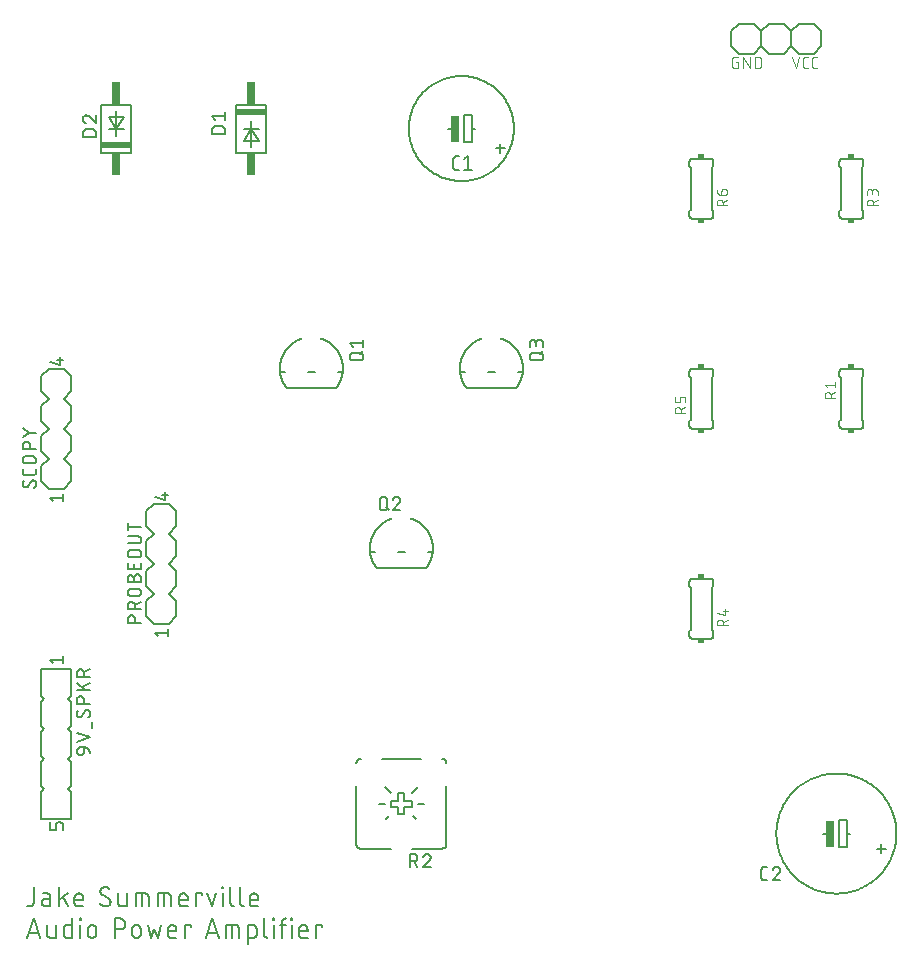
<source format=gbr>
G04 EAGLE Gerber RS-274X export*
G75*
%MOMM*%
%FSLAX34Y34*%
%LPD*%
%INSilkscreen Top*%
%IPPOS*%
%AMOC8*
5,1,8,0,0,1.08239X$1,22.5*%
G01*
%ADD10C,0.152400*%
%ADD11C,0.076200*%
%ADD12C,0.127000*%
%ADD13R,0.635000X2.286000*%
%ADD14R,2.540000X0.508000*%
%ADD15R,0.762000X1.905000*%
%ADD16R,0.508000X0.381000*%
%ADD17C,0.101600*%


D10*
X69681Y69088D02*
X69681Y56444D01*
X69680Y56444D02*
X69678Y56326D01*
X69672Y56208D01*
X69663Y56090D01*
X69649Y55973D01*
X69632Y55856D01*
X69611Y55739D01*
X69586Y55624D01*
X69557Y55509D01*
X69524Y55395D01*
X69488Y55283D01*
X69448Y55172D01*
X69405Y55062D01*
X69358Y54953D01*
X69308Y54846D01*
X69253Y54741D01*
X69196Y54638D01*
X69135Y54537D01*
X69071Y54437D01*
X69004Y54340D01*
X68934Y54245D01*
X68860Y54153D01*
X68784Y54062D01*
X68704Y53975D01*
X68622Y53890D01*
X68537Y53808D01*
X68450Y53728D01*
X68359Y53652D01*
X68267Y53578D01*
X68172Y53508D01*
X68075Y53441D01*
X67975Y53377D01*
X67874Y53316D01*
X67771Y53259D01*
X67666Y53204D01*
X67559Y53154D01*
X67450Y53107D01*
X67340Y53064D01*
X67229Y53024D01*
X67117Y52988D01*
X67003Y52955D01*
X66888Y52926D01*
X66773Y52901D01*
X66656Y52880D01*
X66539Y52863D01*
X66422Y52849D01*
X66304Y52840D01*
X66186Y52834D01*
X66068Y52832D01*
X64262Y52832D01*
X79696Y59154D02*
X83760Y59154D01*
X79696Y59154D02*
X79584Y59152D01*
X79473Y59146D01*
X79362Y59136D01*
X79251Y59123D01*
X79141Y59105D01*
X79032Y59083D01*
X78923Y59058D01*
X78815Y59029D01*
X78709Y58996D01*
X78603Y58959D01*
X78499Y58919D01*
X78397Y58875D01*
X78296Y58827D01*
X78197Y58776D01*
X78099Y58721D01*
X78004Y58663D01*
X77911Y58602D01*
X77820Y58537D01*
X77731Y58469D01*
X77645Y58398D01*
X77562Y58325D01*
X77481Y58248D01*
X77402Y58168D01*
X77327Y58086D01*
X77255Y58001D01*
X77185Y57914D01*
X77119Y57824D01*
X77056Y57732D01*
X76996Y57637D01*
X76940Y57541D01*
X76887Y57443D01*
X76838Y57343D01*
X76792Y57241D01*
X76750Y57138D01*
X76711Y57033D01*
X76676Y56927D01*
X76645Y56820D01*
X76618Y56712D01*
X76594Y56603D01*
X76575Y56493D01*
X76559Y56383D01*
X76547Y56272D01*
X76539Y56160D01*
X76535Y56049D01*
X76535Y55937D01*
X76539Y55826D01*
X76547Y55714D01*
X76559Y55603D01*
X76575Y55493D01*
X76594Y55383D01*
X76618Y55274D01*
X76645Y55166D01*
X76676Y55059D01*
X76711Y54953D01*
X76750Y54848D01*
X76792Y54745D01*
X76838Y54643D01*
X76887Y54543D01*
X76940Y54445D01*
X76996Y54349D01*
X77056Y54254D01*
X77119Y54162D01*
X77185Y54072D01*
X77255Y53985D01*
X77327Y53900D01*
X77402Y53818D01*
X77481Y53738D01*
X77562Y53661D01*
X77645Y53588D01*
X77731Y53517D01*
X77820Y53449D01*
X77911Y53384D01*
X78004Y53323D01*
X78099Y53265D01*
X78197Y53210D01*
X78296Y53159D01*
X78397Y53111D01*
X78499Y53067D01*
X78603Y53027D01*
X78709Y52990D01*
X78815Y52957D01*
X78923Y52928D01*
X79032Y52903D01*
X79141Y52881D01*
X79251Y52863D01*
X79362Y52850D01*
X79473Y52840D01*
X79584Y52834D01*
X79696Y52832D01*
X83760Y52832D01*
X83760Y60960D01*
X83758Y61061D01*
X83752Y61162D01*
X83743Y61263D01*
X83730Y61364D01*
X83713Y61464D01*
X83692Y61563D01*
X83668Y61661D01*
X83640Y61758D01*
X83608Y61855D01*
X83573Y61950D01*
X83534Y62043D01*
X83492Y62135D01*
X83446Y62226D01*
X83397Y62315D01*
X83345Y62401D01*
X83289Y62486D01*
X83231Y62569D01*
X83169Y62649D01*
X83104Y62727D01*
X83037Y62803D01*
X82967Y62876D01*
X82894Y62946D01*
X82818Y63013D01*
X82740Y63078D01*
X82660Y63140D01*
X82577Y63198D01*
X82492Y63254D01*
X82406Y63306D01*
X82317Y63355D01*
X82226Y63401D01*
X82134Y63443D01*
X82041Y63482D01*
X81946Y63517D01*
X81849Y63549D01*
X81752Y63577D01*
X81654Y63601D01*
X81555Y63622D01*
X81455Y63639D01*
X81354Y63652D01*
X81253Y63661D01*
X81152Y63667D01*
X81051Y63669D01*
X77439Y63669D01*
X91367Y69088D02*
X91367Y52832D01*
X91367Y58251D02*
X98592Y63669D01*
X94528Y60508D02*
X98592Y52832D01*
X106933Y52832D02*
X111449Y52832D01*
X106933Y52832D02*
X106832Y52834D01*
X106731Y52840D01*
X106630Y52849D01*
X106529Y52862D01*
X106429Y52879D01*
X106330Y52900D01*
X106232Y52924D01*
X106135Y52952D01*
X106038Y52984D01*
X105943Y53019D01*
X105850Y53058D01*
X105758Y53100D01*
X105667Y53146D01*
X105579Y53195D01*
X105492Y53247D01*
X105407Y53303D01*
X105324Y53361D01*
X105244Y53423D01*
X105166Y53488D01*
X105090Y53555D01*
X105017Y53625D01*
X104947Y53698D01*
X104880Y53774D01*
X104815Y53852D01*
X104753Y53932D01*
X104695Y54015D01*
X104639Y54100D01*
X104587Y54186D01*
X104538Y54275D01*
X104492Y54366D01*
X104450Y54458D01*
X104411Y54551D01*
X104376Y54646D01*
X104344Y54743D01*
X104316Y54840D01*
X104292Y54938D01*
X104271Y55037D01*
X104254Y55137D01*
X104241Y55238D01*
X104232Y55339D01*
X104226Y55440D01*
X104224Y55541D01*
X104224Y60057D01*
X104226Y60176D01*
X104232Y60296D01*
X104242Y60415D01*
X104256Y60533D01*
X104273Y60652D01*
X104295Y60769D01*
X104320Y60886D01*
X104350Y61001D01*
X104383Y61116D01*
X104420Y61230D01*
X104460Y61342D01*
X104505Y61453D01*
X104553Y61562D01*
X104604Y61670D01*
X104659Y61776D01*
X104718Y61880D01*
X104780Y61982D01*
X104845Y62082D01*
X104914Y62180D01*
X104986Y62276D01*
X105061Y62369D01*
X105138Y62459D01*
X105219Y62547D01*
X105303Y62632D01*
X105390Y62714D01*
X105479Y62794D01*
X105571Y62870D01*
X105665Y62944D01*
X105762Y63014D01*
X105860Y63081D01*
X105961Y63145D01*
X106065Y63205D01*
X106170Y63262D01*
X106277Y63315D01*
X106385Y63365D01*
X106495Y63411D01*
X106607Y63453D01*
X106720Y63492D01*
X106834Y63527D01*
X106949Y63558D01*
X107066Y63586D01*
X107183Y63609D01*
X107300Y63629D01*
X107419Y63645D01*
X107538Y63657D01*
X107657Y63665D01*
X107776Y63669D01*
X107896Y63669D01*
X108015Y63665D01*
X108134Y63657D01*
X108253Y63645D01*
X108372Y63629D01*
X108489Y63609D01*
X108606Y63586D01*
X108723Y63558D01*
X108838Y63527D01*
X108952Y63492D01*
X109065Y63453D01*
X109177Y63411D01*
X109287Y63365D01*
X109395Y63315D01*
X109502Y63262D01*
X109607Y63205D01*
X109711Y63145D01*
X109812Y63081D01*
X109910Y63014D01*
X110007Y62944D01*
X110101Y62870D01*
X110193Y62794D01*
X110282Y62714D01*
X110369Y62632D01*
X110453Y62547D01*
X110534Y62459D01*
X110611Y62369D01*
X110686Y62276D01*
X110758Y62180D01*
X110827Y62082D01*
X110892Y61982D01*
X110954Y61880D01*
X111013Y61776D01*
X111068Y61670D01*
X111119Y61562D01*
X111167Y61453D01*
X111212Y61342D01*
X111252Y61230D01*
X111289Y61116D01*
X111322Y61001D01*
X111352Y60886D01*
X111377Y60769D01*
X111399Y60652D01*
X111416Y60533D01*
X111430Y60415D01*
X111440Y60296D01*
X111446Y60176D01*
X111448Y60057D01*
X111449Y60057D02*
X111449Y58251D01*
X104224Y58251D01*
X131144Y52832D02*
X131262Y52834D01*
X131380Y52840D01*
X131498Y52849D01*
X131615Y52863D01*
X131732Y52880D01*
X131849Y52901D01*
X131964Y52926D01*
X132079Y52955D01*
X132193Y52988D01*
X132305Y53024D01*
X132416Y53064D01*
X132526Y53107D01*
X132635Y53154D01*
X132742Y53204D01*
X132847Y53259D01*
X132950Y53316D01*
X133051Y53377D01*
X133151Y53441D01*
X133248Y53508D01*
X133343Y53578D01*
X133435Y53652D01*
X133526Y53728D01*
X133613Y53808D01*
X133698Y53890D01*
X133780Y53975D01*
X133860Y54062D01*
X133936Y54153D01*
X134010Y54245D01*
X134080Y54340D01*
X134147Y54437D01*
X134211Y54537D01*
X134272Y54638D01*
X134329Y54741D01*
X134384Y54846D01*
X134434Y54953D01*
X134481Y55062D01*
X134524Y55172D01*
X134564Y55283D01*
X134600Y55395D01*
X134633Y55509D01*
X134662Y55624D01*
X134687Y55739D01*
X134708Y55856D01*
X134725Y55973D01*
X134739Y56090D01*
X134748Y56208D01*
X134754Y56326D01*
X134756Y56444D01*
X131144Y52832D02*
X130961Y52834D01*
X130779Y52841D01*
X130597Y52852D01*
X130415Y52867D01*
X130233Y52887D01*
X130052Y52910D01*
X129872Y52939D01*
X129692Y52971D01*
X129513Y53008D01*
X129336Y53049D01*
X129159Y53095D01*
X128983Y53144D01*
X128809Y53198D01*
X128635Y53256D01*
X128464Y53318D01*
X128294Y53384D01*
X128125Y53455D01*
X127958Y53529D01*
X127793Y53607D01*
X127630Y53689D01*
X127469Y53775D01*
X127310Y53865D01*
X127153Y53959D01*
X126999Y54056D01*
X126847Y54157D01*
X126697Y54262D01*
X126550Y54370D01*
X126406Y54481D01*
X126264Y54596D01*
X126125Y54715D01*
X125989Y54837D01*
X125856Y54962D01*
X125726Y55090D01*
X126178Y65476D02*
X126180Y65594D01*
X126186Y65712D01*
X126195Y65830D01*
X126209Y65947D01*
X126226Y66064D01*
X126247Y66181D01*
X126272Y66296D01*
X126301Y66411D01*
X126334Y66525D01*
X126370Y66637D01*
X126410Y66748D01*
X126453Y66858D01*
X126500Y66967D01*
X126550Y67074D01*
X126605Y67179D01*
X126662Y67282D01*
X126723Y67383D01*
X126787Y67483D01*
X126854Y67580D01*
X126924Y67675D01*
X126998Y67767D01*
X127074Y67858D01*
X127154Y67945D01*
X127236Y68030D01*
X127321Y68112D01*
X127408Y68192D01*
X127499Y68268D01*
X127591Y68342D01*
X127686Y68412D01*
X127783Y68479D01*
X127883Y68543D01*
X127984Y68604D01*
X128087Y68662D01*
X128192Y68716D01*
X128299Y68766D01*
X128408Y68813D01*
X128518Y68857D01*
X128629Y68896D01*
X128742Y68932D01*
X128855Y68965D01*
X128970Y68994D01*
X129085Y69019D01*
X129202Y69040D01*
X129319Y69057D01*
X129436Y69071D01*
X129554Y69080D01*
X129672Y69086D01*
X129790Y69088D01*
X129789Y69088D02*
X129950Y69086D01*
X130112Y69080D01*
X130273Y69071D01*
X130434Y69057D01*
X130594Y69040D01*
X130754Y69019D01*
X130914Y68994D01*
X131073Y68965D01*
X131231Y68933D01*
X131388Y68897D01*
X131544Y68857D01*
X131700Y68813D01*
X131854Y68765D01*
X132007Y68714D01*
X132159Y68660D01*
X132310Y68601D01*
X132459Y68540D01*
X132606Y68474D01*
X132752Y68405D01*
X132897Y68333D01*
X133039Y68257D01*
X133180Y68178D01*
X133319Y68096D01*
X133455Y68010D01*
X133590Y67921D01*
X133723Y67829D01*
X133853Y67733D01*
X127983Y62315D02*
X127882Y62377D01*
X127782Y62442D01*
X127685Y62511D01*
X127590Y62583D01*
X127497Y62657D01*
X127407Y62735D01*
X127319Y62816D01*
X127234Y62899D01*
X127152Y62985D01*
X127073Y63074D01*
X126996Y63165D01*
X126923Y63259D01*
X126852Y63355D01*
X126785Y63453D01*
X126721Y63553D01*
X126660Y63656D01*
X126603Y63760D01*
X126549Y63866D01*
X126499Y63974D01*
X126452Y64083D01*
X126408Y64194D01*
X126368Y64306D01*
X126332Y64420D01*
X126300Y64534D01*
X126271Y64650D01*
X126246Y64766D01*
X126225Y64883D01*
X126208Y65001D01*
X126194Y65119D01*
X126185Y65238D01*
X126179Y65357D01*
X126177Y65476D01*
X132951Y59605D02*
X133052Y59543D01*
X133152Y59478D01*
X133249Y59409D01*
X133344Y59337D01*
X133437Y59263D01*
X133527Y59185D01*
X133615Y59104D01*
X133700Y59021D01*
X133782Y58935D01*
X133861Y58846D01*
X133938Y58755D01*
X134011Y58661D01*
X134082Y58565D01*
X134149Y58467D01*
X134213Y58367D01*
X134274Y58264D01*
X134331Y58160D01*
X134385Y58054D01*
X134435Y57946D01*
X134482Y57837D01*
X134526Y57726D01*
X134566Y57614D01*
X134602Y57500D01*
X134634Y57386D01*
X134663Y57270D01*
X134688Y57154D01*
X134709Y57037D01*
X134726Y56919D01*
X134740Y56801D01*
X134749Y56682D01*
X134755Y56563D01*
X134757Y56444D01*
X132950Y59605D02*
X127983Y62315D01*
X141218Y63669D02*
X141218Y55541D01*
X141220Y55440D01*
X141226Y55339D01*
X141235Y55238D01*
X141248Y55137D01*
X141265Y55037D01*
X141286Y54938D01*
X141310Y54840D01*
X141338Y54743D01*
X141370Y54646D01*
X141405Y54551D01*
X141444Y54458D01*
X141486Y54366D01*
X141532Y54275D01*
X141581Y54186D01*
X141633Y54100D01*
X141689Y54015D01*
X141747Y53932D01*
X141809Y53852D01*
X141874Y53774D01*
X141941Y53698D01*
X142011Y53625D01*
X142084Y53555D01*
X142160Y53488D01*
X142238Y53423D01*
X142318Y53361D01*
X142401Y53303D01*
X142486Y53247D01*
X142573Y53195D01*
X142661Y53146D01*
X142752Y53100D01*
X142844Y53058D01*
X142937Y53019D01*
X143032Y52984D01*
X143129Y52952D01*
X143226Y52924D01*
X143324Y52900D01*
X143423Y52879D01*
X143523Y52862D01*
X143624Y52849D01*
X143725Y52840D01*
X143826Y52834D01*
X143927Y52832D01*
X148443Y52832D01*
X148443Y63669D01*
X156085Y63669D02*
X156085Y52832D01*
X156085Y63669D02*
X164213Y63669D01*
X164314Y63667D01*
X164415Y63661D01*
X164516Y63652D01*
X164617Y63639D01*
X164717Y63622D01*
X164816Y63601D01*
X164914Y63577D01*
X165011Y63549D01*
X165108Y63517D01*
X165203Y63482D01*
X165296Y63443D01*
X165388Y63401D01*
X165479Y63355D01*
X165568Y63306D01*
X165654Y63254D01*
X165739Y63198D01*
X165822Y63140D01*
X165902Y63078D01*
X165980Y63013D01*
X166056Y62946D01*
X166129Y62876D01*
X166199Y62803D01*
X166266Y62727D01*
X166331Y62649D01*
X166393Y62569D01*
X166451Y62486D01*
X166507Y62401D01*
X166559Y62315D01*
X166608Y62226D01*
X166654Y62135D01*
X166696Y62043D01*
X166735Y61950D01*
X166770Y61855D01*
X166802Y61758D01*
X166830Y61661D01*
X166854Y61563D01*
X166875Y61464D01*
X166892Y61364D01*
X166905Y61263D01*
X166914Y61162D01*
X166920Y61061D01*
X166922Y60960D01*
X166922Y52832D01*
X161504Y52832D02*
X161504Y63669D01*
X174842Y63669D02*
X174842Y52832D01*
X174842Y63669D02*
X182970Y63669D01*
X183071Y63667D01*
X183172Y63661D01*
X183273Y63652D01*
X183374Y63639D01*
X183474Y63622D01*
X183573Y63601D01*
X183671Y63577D01*
X183768Y63549D01*
X183865Y63517D01*
X183960Y63482D01*
X184053Y63443D01*
X184145Y63401D01*
X184236Y63355D01*
X184325Y63306D01*
X184411Y63254D01*
X184496Y63198D01*
X184579Y63140D01*
X184659Y63078D01*
X184737Y63013D01*
X184813Y62946D01*
X184886Y62876D01*
X184956Y62803D01*
X185023Y62727D01*
X185088Y62649D01*
X185150Y62569D01*
X185208Y62486D01*
X185264Y62401D01*
X185316Y62315D01*
X185365Y62226D01*
X185411Y62135D01*
X185453Y62043D01*
X185492Y61950D01*
X185527Y61855D01*
X185559Y61758D01*
X185587Y61661D01*
X185611Y61563D01*
X185632Y61464D01*
X185649Y61364D01*
X185662Y61263D01*
X185671Y61162D01*
X185677Y61061D01*
X185679Y60960D01*
X185680Y60960D02*
X185680Y52832D01*
X180261Y52832D02*
X180261Y63669D01*
X195510Y52832D02*
X200026Y52832D01*
X195510Y52832D02*
X195409Y52834D01*
X195308Y52840D01*
X195207Y52849D01*
X195106Y52862D01*
X195006Y52879D01*
X194907Y52900D01*
X194809Y52924D01*
X194712Y52952D01*
X194615Y52984D01*
X194520Y53019D01*
X194427Y53058D01*
X194335Y53100D01*
X194244Y53146D01*
X194156Y53195D01*
X194069Y53247D01*
X193984Y53303D01*
X193901Y53361D01*
X193821Y53423D01*
X193743Y53488D01*
X193667Y53555D01*
X193594Y53625D01*
X193524Y53698D01*
X193457Y53774D01*
X193392Y53852D01*
X193330Y53932D01*
X193272Y54015D01*
X193216Y54100D01*
X193164Y54186D01*
X193115Y54275D01*
X193069Y54366D01*
X193027Y54458D01*
X192988Y54551D01*
X192953Y54646D01*
X192921Y54743D01*
X192893Y54840D01*
X192869Y54938D01*
X192848Y55037D01*
X192831Y55137D01*
X192818Y55238D01*
X192809Y55339D01*
X192803Y55440D01*
X192801Y55541D01*
X192801Y60057D01*
X192803Y60176D01*
X192809Y60296D01*
X192819Y60415D01*
X192833Y60533D01*
X192850Y60652D01*
X192872Y60769D01*
X192897Y60886D01*
X192927Y61001D01*
X192960Y61116D01*
X192997Y61230D01*
X193037Y61342D01*
X193082Y61453D01*
X193130Y61562D01*
X193181Y61670D01*
X193236Y61776D01*
X193295Y61880D01*
X193357Y61982D01*
X193422Y62082D01*
X193491Y62180D01*
X193563Y62276D01*
X193638Y62369D01*
X193715Y62459D01*
X193796Y62547D01*
X193880Y62632D01*
X193967Y62714D01*
X194056Y62794D01*
X194148Y62870D01*
X194242Y62944D01*
X194339Y63014D01*
X194437Y63081D01*
X194538Y63145D01*
X194642Y63205D01*
X194747Y63262D01*
X194854Y63315D01*
X194962Y63365D01*
X195072Y63411D01*
X195184Y63453D01*
X195297Y63492D01*
X195411Y63527D01*
X195526Y63558D01*
X195643Y63586D01*
X195760Y63609D01*
X195877Y63629D01*
X195996Y63645D01*
X196115Y63657D01*
X196234Y63665D01*
X196353Y63669D01*
X196473Y63669D01*
X196592Y63665D01*
X196711Y63657D01*
X196830Y63645D01*
X196949Y63629D01*
X197066Y63609D01*
X197183Y63586D01*
X197300Y63558D01*
X197415Y63527D01*
X197529Y63492D01*
X197642Y63453D01*
X197754Y63411D01*
X197864Y63365D01*
X197972Y63315D01*
X198079Y63262D01*
X198184Y63205D01*
X198288Y63145D01*
X198389Y63081D01*
X198487Y63014D01*
X198584Y62944D01*
X198678Y62870D01*
X198770Y62794D01*
X198859Y62714D01*
X198946Y62632D01*
X199030Y62547D01*
X199111Y62459D01*
X199188Y62369D01*
X199263Y62276D01*
X199335Y62180D01*
X199404Y62082D01*
X199469Y61982D01*
X199531Y61880D01*
X199590Y61776D01*
X199645Y61670D01*
X199696Y61562D01*
X199744Y61453D01*
X199789Y61342D01*
X199829Y61230D01*
X199866Y61116D01*
X199899Y61001D01*
X199929Y60886D01*
X199954Y60769D01*
X199976Y60652D01*
X199993Y60533D01*
X200007Y60415D01*
X200017Y60296D01*
X200023Y60176D01*
X200025Y60057D01*
X200026Y60057D02*
X200026Y58251D01*
X192801Y58251D01*
X206954Y52832D02*
X206954Y63669D01*
X212373Y63669D01*
X212373Y61863D01*
X216769Y63669D02*
X220381Y52832D01*
X223994Y63669D01*
X229760Y63669D02*
X229760Y52832D01*
X229308Y68185D02*
X229308Y69088D01*
X230211Y69088D01*
X230211Y68185D01*
X229308Y68185D01*
X236284Y69088D02*
X236284Y55541D01*
X236286Y55440D01*
X236292Y55339D01*
X236301Y55238D01*
X236314Y55137D01*
X236331Y55037D01*
X236352Y54938D01*
X236376Y54840D01*
X236404Y54743D01*
X236436Y54646D01*
X236471Y54551D01*
X236510Y54458D01*
X236552Y54366D01*
X236598Y54275D01*
X236647Y54186D01*
X236699Y54100D01*
X236755Y54015D01*
X236813Y53932D01*
X236875Y53852D01*
X236940Y53774D01*
X237007Y53698D01*
X237077Y53625D01*
X237150Y53555D01*
X237226Y53488D01*
X237304Y53423D01*
X237384Y53361D01*
X237467Y53303D01*
X237552Y53247D01*
X237639Y53195D01*
X237727Y53146D01*
X237818Y53100D01*
X237910Y53058D01*
X238003Y53019D01*
X238098Y52984D01*
X238195Y52952D01*
X238292Y52924D01*
X238390Y52900D01*
X238489Y52879D01*
X238589Y52862D01*
X238690Y52849D01*
X238791Y52840D01*
X238892Y52834D01*
X238993Y52832D01*
X244621Y55541D02*
X244621Y69088D01*
X244621Y55541D02*
X244623Y55440D01*
X244629Y55339D01*
X244638Y55238D01*
X244651Y55137D01*
X244668Y55037D01*
X244689Y54938D01*
X244713Y54840D01*
X244741Y54743D01*
X244773Y54646D01*
X244808Y54551D01*
X244847Y54458D01*
X244889Y54366D01*
X244935Y54275D01*
X244984Y54186D01*
X245036Y54100D01*
X245092Y54015D01*
X245150Y53932D01*
X245212Y53852D01*
X245277Y53774D01*
X245344Y53698D01*
X245414Y53625D01*
X245487Y53555D01*
X245563Y53488D01*
X245641Y53423D01*
X245721Y53361D01*
X245804Y53303D01*
X245889Y53247D01*
X245976Y53195D01*
X246064Y53146D01*
X246155Y53100D01*
X246247Y53058D01*
X246340Y53019D01*
X246435Y52984D01*
X246532Y52952D01*
X246629Y52924D01*
X246727Y52900D01*
X246826Y52879D01*
X246926Y52862D01*
X247027Y52849D01*
X247128Y52840D01*
X247229Y52834D01*
X247330Y52832D01*
X255430Y52832D02*
X259945Y52832D01*
X255430Y52832D02*
X255329Y52834D01*
X255228Y52840D01*
X255127Y52849D01*
X255026Y52862D01*
X254926Y52879D01*
X254827Y52900D01*
X254729Y52924D01*
X254632Y52952D01*
X254535Y52984D01*
X254440Y53019D01*
X254347Y53058D01*
X254255Y53100D01*
X254164Y53146D01*
X254076Y53195D01*
X253989Y53247D01*
X253904Y53303D01*
X253821Y53361D01*
X253741Y53423D01*
X253663Y53488D01*
X253587Y53555D01*
X253514Y53625D01*
X253444Y53698D01*
X253377Y53774D01*
X253312Y53852D01*
X253250Y53932D01*
X253192Y54015D01*
X253136Y54100D01*
X253084Y54186D01*
X253035Y54275D01*
X252989Y54366D01*
X252947Y54458D01*
X252908Y54551D01*
X252873Y54646D01*
X252841Y54743D01*
X252813Y54840D01*
X252789Y54938D01*
X252768Y55037D01*
X252751Y55137D01*
X252738Y55238D01*
X252729Y55339D01*
X252723Y55440D01*
X252721Y55541D01*
X252721Y60057D01*
X252723Y60176D01*
X252729Y60296D01*
X252739Y60415D01*
X252753Y60533D01*
X252770Y60652D01*
X252792Y60769D01*
X252817Y60886D01*
X252847Y61001D01*
X252880Y61116D01*
X252917Y61230D01*
X252957Y61342D01*
X253002Y61453D01*
X253050Y61562D01*
X253101Y61670D01*
X253156Y61776D01*
X253215Y61880D01*
X253277Y61982D01*
X253342Y62082D01*
X253411Y62180D01*
X253483Y62276D01*
X253558Y62369D01*
X253635Y62459D01*
X253716Y62547D01*
X253800Y62632D01*
X253887Y62714D01*
X253976Y62794D01*
X254068Y62870D01*
X254162Y62944D01*
X254259Y63014D01*
X254357Y63081D01*
X254458Y63145D01*
X254562Y63205D01*
X254667Y63262D01*
X254774Y63315D01*
X254882Y63365D01*
X254992Y63411D01*
X255104Y63453D01*
X255217Y63492D01*
X255331Y63527D01*
X255446Y63558D01*
X255563Y63586D01*
X255680Y63609D01*
X255797Y63629D01*
X255916Y63645D01*
X256035Y63657D01*
X256154Y63665D01*
X256273Y63669D01*
X256393Y63669D01*
X256512Y63665D01*
X256631Y63657D01*
X256750Y63645D01*
X256869Y63629D01*
X256986Y63609D01*
X257103Y63586D01*
X257220Y63558D01*
X257335Y63527D01*
X257449Y63492D01*
X257562Y63453D01*
X257674Y63411D01*
X257784Y63365D01*
X257892Y63315D01*
X257999Y63262D01*
X258104Y63205D01*
X258208Y63145D01*
X258309Y63081D01*
X258407Y63014D01*
X258504Y62944D01*
X258598Y62870D01*
X258690Y62794D01*
X258779Y62714D01*
X258866Y62632D01*
X258950Y62547D01*
X259031Y62459D01*
X259108Y62369D01*
X259183Y62276D01*
X259255Y62180D01*
X259324Y62082D01*
X259389Y61982D01*
X259451Y61880D01*
X259510Y61776D01*
X259565Y61670D01*
X259616Y61562D01*
X259664Y61453D01*
X259709Y61342D01*
X259749Y61230D01*
X259786Y61116D01*
X259819Y61001D01*
X259849Y60886D01*
X259874Y60769D01*
X259896Y60652D01*
X259913Y60533D01*
X259927Y60415D01*
X259937Y60296D01*
X259943Y60176D01*
X259945Y60057D01*
X259945Y58251D01*
X252721Y58251D01*
X69681Y42418D02*
X64262Y26162D01*
X75099Y26162D02*
X69681Y42418D01*
X73745Y30226D02*
X65617Y30226D01*
X81178Y28871D02*
X81178Y36999D01*
X81179Y28871D02*
X81181Y28770D01*
X81187Y28669D01*
X81196Y28568D01*
X81209Y28467D01*
X81226Y28367D01*
X81247Y28268D01*
X81271Y28170D01*
X81299Y28073D01*
X81331Y27976D01*
X81366Y27881D01*
X81405Y27788D01*
X81447Y27696D01*
X81493Y27605D01*
X81542Y27516D01*
X81594Y27430D01*
X81650Y27345D01*
X81708Y27262D01*
X81770Y27182D01*
X81835Y27104D01*
X81902Y27028D01*
X81972Y26955D01*
X82045Y26885D01*
X82121Y26818D01*
X82199Y26753D01*
X82279Y26691D01*
X82362Y26633D01*
X82447Y26577D01*
X82534Y26525D01*
X82622Y26476D01*
X82713Y26430D01*
X82805Y26388D01*
X82898Y26349D01*
X82993Y26314D01*
X83090Y26282D01*
X83187Y26254D01*
X83285Y26230D01*
X83384Y26209D01*
X83484Y26192D01*
X83585Y26179D01*
X83686Y26170D01*
X83787Y26164D01*
X83888Y26162D01*
X88403Y26162D01*
X88403Y36999D01*
X102398Y42418D02*
X102398Y26162D01*
X97883Y26162D01*
X97782Y26164D01*
X97681Y26170D01*
X97580Y26179D01*
X97479Y26192D01*
X97379Y26209D01*
X97280Y26230D01*
X97182Y26254D01*
X97085Y26282D01*
X96988Y26314D01*
X96893Y26349D01*
X96800Y26388D01*
X96708Y26430D01*
X96617Y26476D01*
X96529Y26525D01*
X96442Y26577D01*
X96357Y26633D01*
X96274Y26691D01*
X96194Y26753D01*
X96116Y26818D01*
X96040Y26885D01*
X95967Y26955D01*
X95897Y27028D01*
X95830Y27104D01*
X95765Y27182D01*
X95703Y27262D01*
X95645Y27345D01*
X95589Y27430D01*
X95537Y27516D01*
X95488Y27605D01*
X95442Y27696D01*
X95400Y27788D01*
X95361Y27881D01*
X95326Y27976D01*
X95294Y28073D01*
X95266Y28170D01*
X95242Y28268D01*
X95221Y28367D01*
X95204Y28467D01*
X95191Y28568D01*
X95182Y28669D01*
X95176Y28770D01*
X95174Y28871D01*
X95173Y28871D02*
X95173Y34290D01*
X95174Y34290D02*
X95176Y34391D01*
X95182Y34492D01*
X95191Y34593D01*
X95204Y34694D01*
X95221Y34794D01*
X95242Y34893D01*
X95266Y34991D01*
X95294Y35088D01*
X95326Y35185D01*
X95361Y35280D01*
X95400Y35373D01*
X95442Y35465D01*
X95488Y35556D01*
X95537Y35645D01*
X95589Y35731D01*
X95645Y35816D01*
X95703Y35899D01*
X95765Y35979D01*
X95830Y36057D01*
X95897Y36133D01*
X95967Y36206D01*
X96040Y36276D01*
X96116Y36343D01*
X96194Y36408D01*
X96274Y36470D01*
X96357Y36528D01*
X96442Y36584D01*
X96529Y36636D01*
X96617Y36685D01*
X96708Y36731D01*
X96800Y36773D01*
X96893Y36812D01*
X96988Y36847D01*
X97085Y36879D01*
X97182Y36907D01*
X97280Y36931D01*
X97379Y36952D01*
X97479Y36969D01*
X97580Y36982D01*
X97681Y36991D01*
X97782Y36997D01*
X97883Y36999D01*
X102398Y36999D01*
X109280Y36999D02*
X109280Y26162D01*
X108828Y41515D02*
X108828Y42418D01*
X109731Y42418D01*
X109731Y41515D01*
X108828Y41515D01*
X115567Y33387D02*
X115567Y29774D01*
X115568Y33387D02*
X115570Y33506D01*
X115576Y33626D01*
X115586Y33745D01*
X115600Y33863D01*
X115617Y33982D01*
X115639Y34099D01*
X115664Y34216D01*
X115694Y34331D01*
X115727Y34446D01*
X115764Y34560D01*
X115804Y34672D01*
X115849Y34783D01*
X115897Y34892D01*
X115948Y35000D01*
X116003Y35106D01*
X116062Y35210D01*
X116124Y35312D01*
X116189Y35412D01*
X116258Y35510D01*
X116330Y35606D01*
X116405Y35699D01*
X116482Y35789D01*
X116563Y35877D01*
X116647Y35962D01*
X116734Y36044D01*
X116823Y36124D01*
X116915Y36200D01*
X117009Y36274D01*
X117106Y36344D01*
X117204Y36411D01*
X117305Y36475D01*
X117409Y36535D01*
X117514Y36592D01*
X117621Y36645D01*
X117729Y36695D01*
X117839Y36741D01*
X117951Y36783D01*
X118064Y36822D01*
X118178Y36857D01*
X118293Y36888D01*
X118410Y36916D01*
X118527Y36939D01*
X118644Y36959D01*
X118763Y36975D01*
X118882Y36987D01*
X119001Y36995D01*
X119120Y36999D01*
X119240Y36999D01*
X119359Y36995D01*
X119478Y36987D01*
X119597Y36975D01*
X119716Y36959D01*
X119833Y36939D01*
X119950Y36916D01*
X120067Y36888D01*
X120182Y36857D01*
X120296Y36822D01*
X120409Y36783D01*
X120521Y36741D01*
X120631Y36695D01*
X120739Y36645D01*
X120846Y36592D01*
X120951Y36535D01*
X121055Y36475D01*
X121156Y36411D01*
X121254Y36344D01*
X121351Y36274D01*
X121445Y36200D01*
X121537Y36124D01*
X121626Y36044D01*
X121713Y35962D01*
X121797Y35877D01*
X121878Y35789D01*
X121955Y35699D01*
X122030Y35606D01*
X122102Y35510D01*
X122171Y35412D01*
X122236Y35312D01*
X122298Y35210D01*
X122357Y35106D01*
X122412Y35000D01*
X122463Y34892D01*
X122511Y34783D01*
X122556Y34672D01*
X122596Y34560D01*
X122633Y34446D01*
X122666Y34331D01*
X122696Y34216D01*
X122721Y34099D01*
X122743Y33982D01*
X122760Y33863D01*
X122774Y33745D01*
X122784Y33626D01*
X122790Y33506D01*
X122792Y33387D01*
X122792Y29774D01*
X122790Y29655D01*
X122784Y29535D01*
X122774Y29416D01*
X122760Y29298D01*
X122743Y29179D01*
X122721Y29062D01*
X122696Y28945D01*
X122666Y28830D01*
X122633Y28715D01*
X122596Y28601D01*
X122556Y28489D01*
X122511Y28378D01*
X122463Y28269D01*
X122412Y28161D01*
X122357Y28055D01*
X122298Y27951D01*
X122236Y27849D01*
X122171Y27749D01*
X122102Y27651D01*
X122030Y27555D01*
X121955Y27462D01*
X121878Y27372D01*
X121797Y27284D01*
X121713Y27199D01*
X121626Y27117D01*
X121537Y27037D01*
X121445Y26961D01*
X121351Y26887D01*
X121254Y26817D01*
X121156Y26750D01*
X121055Y26686D01*
X120951Y26626D01*
X120846Y26569D01*
X120739Y26516D01*
X120631Y26466D01*
X120521Y26420D01*
X120409Y26378D01*
X120296Y26339D01*
X120182Y26304D01*
X120067Y26273D01*
X119950Y26245D01*
X119833Y26222D01*
X119716Y26202D01*
X119597Y26186D01*
X119478Y26174D01*
X119359Y26166D01*
X119240Y26162D01*
X119120Y26162D01*
X119001Y26166D01*
X118882Y26174D01*
X118763Y26186D01*
X118644Y26202D01*
X118527Y26222D01*
X118410Y26245D01*
X118293Y26273D01*
X118178Y26304D01*
X118064Y26339D01*
X117951Y26378D01*
X117839Y26420D01*
X117729Y26466D01*
X117621Y26516D01*
X117514Y26569D01*
X117409Y26626D01*
X117305Y26686D01*
X117204Y26750D01*
X117106Y26817D01*
X117009Y26887D01*
X116915Y26961D01*
X116823Y27037D01*
X116734Y27117D01*
X116647Y27199D01*
X116563Y27284D01*
X116482Y27372D01*
X116405Y27462D01*
X116330Y27555D01*
X116258Y27651D01*
X116189Y27749D01*
X116124Y27849D01*
X116062Y27951D01*
X116003Y28055D01*
X115948Y28161D01*
X115897Y28269D01*
X115849Y28378D01*
X115804Y28489D01*
X115764Y28601D01*
X115727Y28715D01*
X115694Y28830D01*
X115664Y28945D01*
X115639Y29062D01*
X115617Y29179D01*
X115600Y29298D01*
X115586Y29416D01*
X115576Y29535D01*
X115570Y29655D01*
X115568Y29774D01*
X138322Y26162D02*
X138322Y42418D01*
X142837Y42418D01*
X142970Y42416D01*
X143102Y42410D01*
X143234Y42400D01*
X143366Y42387D01*
X143498Y42369D01*
X143628Y42348D01*
X143759Y42323D01*
X143888Y42294D01*
X144016Y42261D01*
X144144Y42225D01*
X144270Y42185D01*
X144395Y42141D01*
X144519Y42093D01*
X144641Y42042D01*
X144762Y41987D01*
X144881Y41929D01*
X144999Y41867D01*
X145114Y41802D01*
X145228Y41733D01*
X145339Y41662D01*
X145448Y41586D01*
X145555Y41508D01*
X145660Y41427D01*
X145762Y41342D01*
X145862Y41255D01*
X145959Y41165D01*
X146054Y41072D01*
X146145Y40976D01*
X146234Y40878D01*
X146320Y40777D01*
X146403Y40673D01*
X146483Y40567D01*
X146559Y40459D01*
X146633Y40349D01*
X146703Y40236D01*
X146770Y40122D01*
X146833Y40005D01*
X146893Y39887D01*
X146950Y39767D01*
X147003Y39645D01*
X147052Y39522D01*
X147098Y39398D01*
X147140Y39272D01*
X147178Y39145D01*
X147213Y39017D01*
X147244Y38888D01*
X147271Y38759D01*
X147294Y38628D01*
X147314Y38497D01*
X147329Y38365D01*
X147341Y38233D01*
X147349Y38101D01*
X147353Y37968D01*
X147353Y37836D01*
X147349Y37703D01*
X147341Y37571D01*
X147329Y37439D01*
X147314Y37307D01*
X147294Y37176D01*
X147271Y37045D01*
X147244Y36916D01*
X147213Y36787D01*
X147178Y36659D01*
X147140Y36532D01*
X147098Y36406D01*
X147052Y36282D01*
X147003Y36159D01*
X146950Y36037D01*
X146893Y35917D01*
X146833Y35799D01*
X146770Y35682D01*
X146703Y35568D01*
X146633Y35455D01*
X146559Y35345D01*
X146483Y35237D01*
X146403Y35131D01*
X146320Y35027D01*
X146234Y34926D01*
X146145Y34828D01*
X146054Y34732D01*
X145959Y34639D01*
X145862Y34549D01*
X145762Y34462D01*
X145660Y34377D01*
X145555Y34296D01*
X145448Y34218D01*
X145339Y34142D01*
X145228Y34071D01*
X145114Y34002D01*
X144999Y33937D01*
X144881Y33875D01*
X144762Y33817D01*
X144641Y33762D01*
X144519Y33711D01*
X144395Y33663D01*
X144270Y33619D01*
X144144Y33579D01*
X144016Y33543D01*
X143888Y33510D01*
X143759Y33481D01*
X143628Y33456D01*
X143498Y33435D01*
X143366Y33417D01*
X143234Y33404D01*
X143102Y33394D01*
X142970Y33388D01*
X142837Y33386D01*
X142837Y33387D02*
X138322Y33387D01*
X153082Y33387D02*
X153082Y29774D01*
X153082Y33387D02*
X153084Y33506D01*
X153090Y33626D01*
X153100Y33745D01*
X153114Y33863D01*
X153131Y33982D01*
X153153Y34099D01*
X153178Y34216D01*
X153208Y34331D01*
X153241Y34446D01*
X153278Y34560D01*
X153318Y34672D01*
X153363Y34783D01*
X153411Y34892D01*
X153462Y35000D01*
X153517Y35106D01*
X153576Y35210D01*
X153638Y35312D01*
X153703Y35412D01*
X153772Y35510D01*
X153844Y35606D01*
X153919Y35699D01*
X153996Y35789D01*
X154077Y35877D01*
X154161Y35962D01*
X154248Y36044D01*
X154337Y36124D01*
X154429Y36200D01*
X154523Y36274D01*
X154620Y36344D01*
X154718Y36411D01*
X154819Y36475D01*
X154923Y36535D01*
X155028Y36592D01*
X155135Y36645D01*
X155243Y36695D01*
X155353Y36741D01*
X155465Y36783D01*
X155578Y36822D01*
X155692Y36857D01*
X155807Y36888D01*
X155924Y36916D01*
X156041Y36939D01*
X156158Y36959D01*
X156277Y36975D01*
X156396Y36987D01*
X156515Y36995D01*
X156634Y36999D01*
X156754Y36999D01*
X156873Y36995D01*
X156992Y36987D01*
X157111Y36975D01*
X157230Y36959D01*
X157347Y36939D01*
X157464Y36916D01*
X157581Y36888D01*
X157696Y36857D01*
X157810Y36822D01*
X157923Y36783D01*
X158035Y36741D01*
X158145Y36695D01*
X158253Y36645D01*
X158360Y36592D01*
X158465Y36535D01*
X158569Y36475D01*
X158670Y36411D01*
X158768Y36344D01*
X158865Y36274D01*
X158959Y36200D01*
X159051Y36124D01*
X159140Y36044D01*
X159227Y35962D01*
X159311Y35877D01*
X159392Y35789D01*
X159469Y35699D01*
X159544Y35606D01*
X159616Y35510D01*
X159685Y35412D01*
X159750Y35312D01*
X159812Y35210D01*
X159871Y35106D01*
X159926Y35000D01*
X159977Y34892D01*
X160025Y34783D01*
X160070Y34672D01*
X160110Y34560D01*
X160147Y34446D01*
X160180Y34331D01*
X160210Y34216D01*
X160235Y34099D01*
X160257Y33982D01*
X160274Y33863D01*
X160288Y33745D01*
X160298Y33626D01*
X160304Y33506D01*
X160306Y33387D01*
X160307Y33387D02*
X160307Y29774D01*
X160306Y29774D02*
X160304Y29655D01*
X160298Y29535D01*
X160288Y29416D01*
X160274Y29298D01*
X160257Y29179D01*
X160235Y29062D01*
X160210Y28945D01*
X160180Y28830D01*
X160147Y28715D01*
X160110Y28601D01*
X160070Y28489D01*
X160025Y28378D01*
X159977Y28269D01*
X159926Y28161D01*
X159871Y28055D01*
X159812Y27951D01*
X159750Y27849D01*
X159685Y27749D01*
X159616Y27651D01*
X159544Y27555D01*
X159469Y27462D01*
X159392Y27372D01*
X159311Y27284D01*
X159227Y27199D01*
X159140Y27117D01*
X159051Y27037D01*
X158959Y26961D01*
X158865Y26887D01*
X158768Y26817D01*
X158670Y26750D01*
X158569Y26686D01*
X158465Y26626D01*
X158360Y26569D01*
X158253Y26516D01*
X158145Y26466D01*
X158035Y26420D01*
X157923Y26378D01*
X157810Y26339D01*
X157696Y26304D01*
X157581Y26273D01*
X157464Y26245D01*
X157347Y26222D01*
X157230Y26202D01*
X157111Y26186D01*
X156992Y26174D01*
X156873Y26166D01*
X156754Y26162D01*
X156634Y26162D01*
X156515Y26166D01*
X156396Y26174D01*
X156277Y26186D01*
X156158Y26202D01*
X156041Y26222D01*
X155924Y26245D01*
X155807Y26273D01*
X155692Y26304D01*
X155578Y26339D01*
X155465Y26378D01*
X155353Y26420D01*
X155243Y26466D01*
X155135Y26516D01*
X155028Y26569D01*
X154923Y26626D01*
X154819Y26686D01*
X154718Y26750D01*
X154620Y26817D01*
X154523Y26887D01*
X154429Y26961D01*
X154337Y27037D01*
X154248Y27117D01*
X154161Y27199D01*
X154077Y27284D01*
X153996Y27372D01*
X153919Y27462D01*
X153844Y27555D01*
X153772Y27651D01*
X153703Y27749D01*
X153638Y27849D01*
X153576Y27951D01*
X153517Y28055D01*
X153462Y28161D01*
X153411Y28269D01*
X153363Y28378D01*
X153318Y28489D01*
X153278Y28601D01*
X153241Y28715D01*
X153208Y28830D01*
X153178Y28945D01*
X153153Y29062D01*
X153131Y29179D01*
X153114Y29298D01*
X153100Y29416D01*
X153090Y29535D01*
X153084Y29655D01*
X153082Y29774D01*
X166386Y36999D02*
X169095Y26162D01*
X171805Y33387D01*
X174514Y26162D01*
X177223Y36999D01*
X186012Y26162D02*
X190527Y26162D01*
X186012Y26162D02*
X185911Y26164D01*
X185810Y26170D01*
X185709Y26179D01*
X185608Y26192D01*
X185508Y26209D01*
X185409Y26230D01*
X185311Y26254D01*
X185214Y26282D01*
X185117Y26314D01*
X185022Y26349D01*
X184929Y26388D01*
X184837Y26430D01*
X184746Y26476D01*
X184658Y26525D01*
X184571Y26577D01*
X184486Y26633D01*
X184403Y26691D01*
X184323Y26753D01*
X184245Y26818D01*
X184169Y26885D01*
X184096Y26955D01*
X184026Y27028D01*
X183959Y27104D01*
X183894Y27182D01*
X183832Y27262D01*
X183774Y27345D01*
X183718Y27430D01*
X183666Y27516D01*
X183617Y27605D01*
X183571Y27696D01*
X183529Y27788D01*
X183490Y27881D01*
X183455Y27976D01*
X183423Y28073D01*
X183395Y28170D01*
X183371Y28268D01*
X183350Y28367D01*
X183333Y28467D01*
X183320Y28568D01*
X183311Y28669D01*
X183305Y28770D01*
X183303Y28871D01*
X183302Y28871D02*
X183302Y33387D01*
X183303Y33387D02*
X183305Y33506D01*
X183311Y33626D01*
X183321Y33745D01*
X183335Y33863D01*
X183352Y33982D01*
X183374Y34099D01*
X183399Y34216D01*
X183429Y34331D01*
X183462Y34446D01*
X183499Y34560D01*
X183539Y34672D01*
X183584Y34783D01*
X183632Y34892D01*
X183683Y35000D01*
X183738Y35106D01*
X183797Y35210D01*
X183859Y35312D01*
X183924Y35412D01*
X183993Y35510D01*
X184065Y35606D01*
X184140Y35699D01*
X184217Y35789D01*
X184298Y35877D01*
X184382Y35962D01*
X184469Y36044D01*
X184558Y36124D01*
X184650Y36200D01*
X184744Y36274D01*
X184841Y36344D01*
X184939Y36411D01*
X185040Y36475D01*
X185144Y36535D01*
X185249Y36592D01*
X185356Y36645D01*
X185464Y36695D01*
X185574Y36741D01*
X185686Y36783D01*
X185799Y36822D01*
X185913Y36857D01*
X186028Y36888D01*
X186145Y36916D01*
X186262Y36939D01*
X186379Y36959D01*
X186498Y36975D01*
X186617Y36987D01*
X186736Y36995D01*
X186855Y36999D01*
X186975Y36999D01*
X187094Y36995D01*
X187213Y36987D01*
X187332Y36975D01*
X187451Y36959D01*
X187568Y36939D01*
X187685Y36916D01*
X187802Y36888D01*
X187917Y36857D01*
X188031Y36822D01*
X188144Y36783D01*
X188256Y36741D01*
X188366Y36695D01*
X188474Y36645D01*
X188581Y36592D01*
X188686Y36535D01*
X188790Y36475D01*
X188891Y36411D01*
X188989Y36344D01*
X189086Y36274D01*
X189180Y36200D01*
X189272Y36124D01*
X189361Y36044D01*
X189448Y35962D01*
X189532Y35877D01*
X189613Y35789D01*
X189690Y35699D01*
X189765Y35606D01*
X189837Y35510D01*
X189906Y35412D01*
X189971Y35312D01*
X190033Y35210D01*
X190092Y35106D01*
X190147Y35000D01*
X190198Y34892D01*
X190246Y34783D01*
X190291Y34672D01*
X190331Y34560D01*
X190368Y34446D01*
X190401Y34331D01*
X190431Y34216D01*
X190456Y34099D01*
X190478Y33982D01*
X190495Y33863D01*
X190509Y33745D01*
X190519Y33626D01*
X190525Y33506D01*
X190527Y33387D01*
X190527Y31581D01*
X183302Y31581D01*
X197455Y26162D02*
X197455Y36999D01*
X202874Y36999D01*
X202874Y35193D01*
X215364Y26162D02*
X220782Y42418D01*
X226201Y26162D01*
X224846Y30226D02*
X216718Y30226D01*
X232558Y26162D02*
X232558Y36999D01*
X240686Y36999D01*
X240787Y36997D01*
X240888Y36991D01*
X240989Y36982D01*
X241090Y36969D01*
X241190Y36952D01*
X241289Y36931D01*
X241387Y36907D01*
X241484Y36879D01*
X241581Y36847D01*
X241676Y36812D01*
X241769Y36773D01*
X241861Y36731D01*
X241952Y36685D01*
X242041Y36636D01*
X242127Y36584D01*
X242212Y36528D01*
X242295Y36470D01*
X242375Y36408D01*
X242453Y36343D01*
X242529Y36276D01*
X242602Y36206D01*
X242672Y36133D01*
X242739Y36057D01*
X242804Y35979D01*
X242866Y35899D01*
X242924Y35816D01*
X242980Y35731D01*
X243032Y35645D01*
X243081Y35556D01*
X243127Y35465D01*
X243169Y35373D01*
X243208Y35280D01*
X243243Y35185D01*
X243275Y35088D01*
X243303Y34991D01*
X243327Y34893D01*
X243348Y34794D01*
X243365Y34694D01*
X243378Y34593D01*
X243387Y34492D01*
X243393Y34391D01*
X243395Y34290D01*
X243395Y26162D01*
X237977Y26162D02*
X237977Y36999D01*
X251111Y36999D02*
X251111Y20743D01*
X251111Y36999D02*
X255627Y36999D01*
X255731Y36997D01*
X255834Y36991D01*
X255938Y36981D01*
X256041Y36967D01*
X256143Y36949D01*
X256244Y36928D01*
X256345Y36902D01*
X256444Y36873D01*
X256543Y36840D01*
X256640Y36803D01*
X256735Y36762D01*
X256829Y36718D01*
X256921Y36670D01*
X257011Y36619D01*
X257100Y36564D01*
X257186Y36506D01*
X257269Y36444D01*
X257351Y36380D01*
X257429Y36312D01*
X257505Y36242D01*
X257579Y36169D01*
X257649Y36092D01*
X257717Y36014D01*
X257781Y35932D01*
X257843Y35849D01*
X257901Y35763D01*
X257956Y35674D01*
X258007Y35584D01*
X258055Y35492D01*
X258099Y35398D01*
X258140Y35303D01*
X258177Y35206D01*
X258210Y35107D01*
X258239Y35008D01*
X258265Y34907D01*
X258286Y34806D01*
X258304Y34704D01*
X258318Y34601D01*
X258328Y34497D01*
X258334Y34394D01*
X258336Y34290D01*
X258336Y28871D01*
X258334Y28770D01*
X258328Y28669D01*
X258319Y28568D01*
X258306Y28467D01*
X258289Y28367D01*
X258268Y28268D01*
X258244Y28170D01*
X258216Y28073D01*
X258184Y27976D01*
X258149Y27881D01*
X258110Y27788D01*
X258068Y27696D01*
X258022Y27605D01*
X257973Y27516D01*
X257921Y27430D01*
X257865Y27345D01*
X257807Y27262D01*
X257745Y27182D01*
X257680Y27104D01*
X257613Y27028D01*
X257543Y26955D01*
X257470Y26885D01*
X257394Y26818D01*
X257316Y26753D01*
X257236Y26691D01*
X257153Y26633D01*
X257068Y26577D01*
X256982Y26525D01*
X256893Y26476D01*
X256802Y26430D01*
X256710Y26388D01*
X256617Y26349D01*
X256522Y26314D01*
X256425Y26282D01*
X256328Y26254D01*
X256230Y26230D01*
X256131Y26209D01*
X256031Y26192D01*
X255930Y26179D01*
X255829Y26170D01*
X255728Y26164D01*
X255627Y26162D01*
X251111Y26162D01*
X264822Y28871D02*
X264822Y42418D01*
X264822Y28871D02*
X264824Y28770D01*
X264830Y28669D01*
X264839Y28568D01*
X264852Y28467D01*
X264869Y28367D01*
X264890Y28268D01*
X264914Y28170D01*
X264942Y28073D01*
X264974Y27976D01*
X265009Y27881D01*
X265048Y27788D01*
X265090Y27696D01*
X265136Y27605D01*
X265185Y27516D01*
X265237Y27430D01*
X265293Y27345D01*
X265351Y27262D01*
X265413Y27182D01*
X265478Y27104D01*
X265545Y27028D01*
X265615Y26955D01*
X265688Y26885D01*
X265764Y26818D01*
X265842Y26753D01*
X265922Y26691D01*
X266005Y26633D01*
X266090Y26577D01*
X266177Y26525D01*
X266265Y26476D01*
X266356Y26430D01*
X266448Y26388D01*
X266541Y26349D01*
X266636Y26314D01*
X266733Y26282D01*
X266830Y26254D01*
X266928Y26230D01*
X267027Y26209D01*
X267127Y26192D01*
X267228Y26179D01*
X267329Y26170D01*
X267430Y26164D01*
X267531Y26162D01*
X272887Y26162D02*
X272887Y36999D01*
X272435Y41515D02*
X272435Y42418D01*
X273338Y42418D01*
X273338Y41515D01*
X272435Y41515D01*
X280062Y39709D02*
X280062Y26162D01*
X280062Y39709D02*
X280064Y39813D01*
X280070Y39916D01*
X280080Y40020D01*
X280094Y40123D01*
X280112Y40225D01*
X280133Y40326D01*
X280159Y40427D01*
X280188Y40526D01*
X280221Y40625D01*
X280258Y40722D01*
X280299Y40817D01*
X280343Y40911D01*
X280391Y41003D01*
X280442Y41093D01*
X280497Y41182D01*
X280555Y41268D01*
X280617Y41351D01*
X280681Y41433D01*
X280749Y41511D01*
X280819Y41587D01*
X280892Y41661D01*
X280969Y41731D01*
X281047Y41799D01*
X281129Y41863D01*
X281212Y41925D01*
X281298Y41983D01*
X281387Y42038D01*
X281477Y42089D01*
X281569Y42137D01*
X281663Y42181D01*
X281758Y42222D01*
X281855Y42259D01*
X281954Y42292D01*
X282053Y42321D01*
X282154Y42347D01*
X282255Y42368D01*
X282357Y42386D01*
X282460Y42400D01*
X282564Y42410D01*
X282667Y42416D01*
X282771Y42418D01*
X283674Y42418D01*
X283674Y36999D02*
X278255Y36999D01*
X287997Y36999D02*
X287997Y26162D01*
X287545Y41515D02*
X287545Y42418D01*
X288448Y42418D01*
X288448Y41515D01*
X287545Y41515D01*
X296993Y26162D02*
X301509Y26162D01*
X296993Y26162D02*
X296892Y26164D01*
X296791Y26170D01*
X296690Y26179D01*
X296589Y26192D01*
X296489Y26209D01*
X296390Y26230D01*
X296292Y26254D01*
X296195Y26282D01*
X296098Y26314D01*
X296003Y26349D01*
X295910Y26388D01*
X295818Y26430D01*
X295727Y26476D01*
X295639Y26525D01*
X295552Y26577D01*
X295467Y26633D01*
X295384Y26691D01*
X295304Y26753D01*
X295226Y26818D01*
X295150Y26885D01*
X295077Y26955D01*
X295007Y27028D01*
X294940Y27104D01*
X294875Y27182D01*
X294813Y27262D01*
X294755Y27345D01*
X294699Y27430D01*
X294647Y27516D01*
X294598Y27605D01*
X294552Y27696D01*
X294510Y27788D01*
X294471Y27881D01*
X294436Y27976D01*
X294404Y28073D01*
X294376Y28170D01*
X294352Y28268D01*
X294331Y28367D01*
X294314Y28467D01*
X294301Y28568D01*
X294292Y28669D01*
X294286Y28770D01*
X294284Y28871D01*
X294284Y33387D01*
X294286Y33506D01*
X294292Y33626D01*
X294302Y33745D01*
X294316Y33863D01*
X294333Y33982D01*
X294355Y34099D01*
X294380Y34216D01*
X294410Y34331D01*
X294443Y34446D01*
X294480Y34560D01*
X294520Y34672D01*
X294565Y34783D01*
X294613Y34892D01*
X294664Y35000D01*
X294719Y35106D01*
X294778Y35210D01*
X294840Y35312D01*
X294905Y35412D01*
X294974Y35510D01*
X295046Y35606D01*
X295121Y35699D01*
X295198Y35789D01*
X295279Y35877D01*
X295363Y35962D01*
X295450Y36044D01*
X295539Y36124D01*
X295631Y36200D01*
X295725Y36274D01*
X295822Y36344D01*
X295920Y36411D01*
X296021Y36475D01*
X296125Y36535D01*
X296230Y36592D01*
X296337Y36645D01*
X296445Y36695D01*
X296555Y36741D01*
X296667Y36783D01*
X296780Y36822D01*
X296894Y36857D01*
X297009Y36888D01*
X297126Y36916D01*
X297243Y36939D01*
X297360Y36959D01*
X297479Y36975D01*
X297598Y36987D01*
X297717Y36995D01*
X297836Y36999D01*
X297956Y36999D01*
X298075Y36995D01*
X298194Y36987D01*
X298313Y36975D01*
X298432Y36959D01*
X298549Y36939D01*
X298666Y36916D01*
X298783Y36888D01*
X298898Y36857D01*
X299012Y36822D01*
X299125Y36783D01*
X299237Y36741D01*
X299347Y36695D01*
X299455Y36645D01*
X299562Y36592D01*
X299667Y36535D01*
X299771Y36475D01*
X299872Y36411D01*
X299970Y36344D01*
X300067Y36274D01*
X300161Y36200D01*
X300253Y36124D01*
X300342Y36044D01*
X300429Y35962D01*
X300513Y35877D01*
X300594Y35789D01*
X300671Y35699D01*
X300746Y35606D01*
X300818Y35510D01*
X300887Y35412D01*
X300952Y35312D01*
X301014Y35210D01*
X301073Y35106D01*
X301128Y35000D01*
X301179Y34892D01*
X301227Y34783D01*
X301272Y34672D01*
X301312Y34560D01*
X301349Y34446D01*
X301382Y34331D01*
X301412Y34216D01*
X301437Y34099D01*
X301459Y33982D01*
X301476Y33863D01*
X301490Y33745D01*
X301500Y33626D01*
X301506Y33506D01*
X301508Y33387D01*
X301509Y33387D02*
X301509Y31581D01*
X294284Y31581D01*
X308437Y26162D02*
X308437Y36999D01*
X313856Y36999D01*
X313856Y35193D01*
D11*
X664436Y767602D02*
X666002Y767602D01*
X666002Y762381D01*
X662869Y762381D01*
X662780Y762383D01*
X662692Y762389D01*
X662604Y762398D01*
X662516Y762411D01*
X662429Y762428D01*
X662343Y762448D01*
X662258Y762473D01*
X662173Y762500D01*
X662090Y762532D01*
X662009Y762566D01*
X661929Y762605D01*
X661851Y762646D01*
X661774Y762691D01*
X661700Y762739D01*
X661627Y762790D01*
X661557Y762844D01*
X661490Y762902D01*
X661424Y762962D01*
X661362Y763024D01*
X661302Y763090D01*
X661244Y763157D01*
X661190Y763227D01*
X661139Y763300D01*
X661091Y763374D01*
X661046Y763451D01*
X661005Y763529D01*
X660966Y763609D01*
X660932Y763690D01*
X660900Y763773D01*
X660873Y763858D01*
X660848Y763943D01*
X660828Y764029D01*
X660811Y764116D01*
X660798Y764204D01*
X660789Y764292D01*
X660783Y764380D01*
X660781Y764469D01*
X660781Y769691D01*
X660783Y769782D01*
X660789Y769873D01*
X660799Y769964D01*
X660813Y770054D01*
X660830Y770143D01*
X660852Y770231D01*
X660878Y770319D01*
X660907Y770405D01*
X660940Y770490D01*
X660977Y770573D01*
X661017Y770655D01*
X661061Y770735D01*
X661108Y770813D01*
X661159Y770889D01*
X661212Y770962D01*
X661269Y771033D01*
X661330Y771102D01*
X661393Y771167D01*
X661458Y771230D01*
X661527Y771290D01*
X661598Y771348D01*
X661671Y771401D01*
X661747Y771452D01*
X661825Y771499D01*
X661905Y771543D01*
X661987Y771583D01*
X662070Y771620D01*
X662155Y771653D01*
X662241Y771682D01*
X662329Y771708D01*
X662417Y771730D01*
X662506Y771747D01*
X662596Y771761D01*
X662687Y771771D01*
X662778Y771777D01*
X662869Y771779D01*
X666002Y771779D01*
X670535Y771779D02*
X670535Y762381D01*
X675756Y762381D02*
X670535Y771779D01*
X675756Y771779D02*
X675756Y762381D01*
X680288Y762381D02*
X680288Y771779D01*
X682899Y771779D01*
X682999Y771777D01*
X683099Y771771D01*
X683198Y771762D01*
X683298Y771748D01*
X683396Y771731D01*
X683494Y771710D01*
X683591Y771686D01*
X683687Y771657D01*
X683782Y771625D01*
X683875Y771590D01*
X683967Y771551D01*
X684058Y771508D01*
X684146Y771462D01*
X684233Y771412D01*
X684318Y771360D01*
X684401Y771304D01*
X684482Y771245D01*
X684560Y771182D01*
X684636Y771117D01*
X684710Y771049D01*
X684780Y770979D01*
X684848Y770905D01*
X684913Y770829D01*
X684976Y770751D01*
X685035Y770670D01*
X685091Y770587D01*
X685143Y770502D01*
X685193Y770415D01*
X685239Y770327D01*
X685282Y770236D01*
X685321Y770144D01*
X685356Y770051D01*
X685388Y769956D01*
X685417Y769860D01*
X685441Y769763D01*
X685462Y769665D01*
X685479Y769567D01*
X685493Y769467D01*
X685502Y769368D01*
X685508Y769268D01*
X685510Y769168D01*
X685509Y769168D02*
X685509Y764992D01*
X685510Y764992D02*
X685508Y764892D01*
X685502Y764792D01*
X685493Y764693D01*
X685479Y764593D01*
X685462Y764495D01*
X685441Y764397D01*
X685417Y764300D01*
X685388Y764204D01*
X685356Y764109D01*
X685321Y764016D01*
X685282Y763924D01*
X685239Y763833D01*
X685193Y763745D01*
X685143Y763658D01*
X685091Y763573D01*
X685035Y763490D01*
X684976Y763409D01*
X684913Y763331D01*
X684848Y763255D01*
X684780Y763181D01*
X684710Y763111D01*
X684636Y763043D01*
X684560Y762978D01*
X684482Y762915D01*
X684401Y762856D01*
X684318Y762800D01*
X684233Y762748D01*
X684146Y762698D01*
X684058Y762652D01*
X683967Y762609D01*
X683875Y762570D01*
X683782Y762535D01*
X683687Y762503D01*
X683591Y762474D01*
X683494Y762450D01*
X683396Y762429D01*
X683298Y762412D01*
X683198Y762398D01*
X683099Y762389D01*
X682999Y762383D01*
X682899Y762381D01*
X680288Y762381D01*
X711581Y771779D02*
X714714Y762381D01*
X717846Y771779D01*
X723310Y762381D02*
X725398Y762381D01*
X723310Y762381D02*
X723221Y762383D01*
X723133Y762389D01*
X723045Y762398D01*
X722957Y762411D01*
X722870Y762428D01*
X722784Y762448D01*
X722699Y762473D01*
X722614Y762500D01*
X722531Y762532D01*
X722450Y762566D01*
X722370Y762605D01*
X722292Y762646D01*
X722215Y762691D01*
X722141Y762739D01*
X722068Y762790D01*
X721998Y762844D01*
X721931Y762902D01*
X721865Y762962D01*
X721803Y763024D01*
X721743Y763090D01*
X721685Y763157D01*
X721631Y763227D01*
X721580Y763300D01*
X721532Y763374D01*
X721487Y763451D01*
X721446Y763529D01*
X721407Y763609D01*
X721373Y763690D01*
X721341Y763773D01*
X721314Y763858D01*
X721289Y763943D01*
X721269Y764029D01*
X721252Y764116D01*
X721239Y764204D01*
X721230Y764292D01*
X721224Y764380D01*
X721222Y764469D01*
X721221Y764469D02*
X721221Y769691D01*
X721222Y769691D02*
X721224Y769782D01*
X721230Y769873D01*
X721240Y769964D01*
X721254Y770054D01*
X721271Y770143D01*
X721293Y770231D01*
X721319Y770319D01*
X721348Y770405D01*
X721381Y770490D01*
X721418Y770573D01*
X721458Y770655D01*
X721502Y770735D01*
X721549Y770813D01*
X721600Y770889D01*
X721653Y770962D01*
X721710Y771033D01*
X721771Y771102D01*
X721834Y771167D01*
X721899Y771230D01*
X721968Y771290D01*
X722039Y771348D01*
X722112Y771401D01*
X722188Y771452D01*
X722266Y771499D01*
X722346Y771543D01*
X722428Y771583D01*
X722511Y771620D01*
X722596Y771653D01*
X722682Y771682D01*
X722770Y771708D01*
X722858Y771730D01*
X722947Y771747D01*
X723037Y771761D01*
X723128Y771771D01*
X723219Y771777D01*
X723310Y771779D01*
X725398Y771779D01*
X730930Y762381D02*
X733018Y762381D01*
X730930Y762381D02*
X730841Y762383D01*
X730753Y762389D01*
X730665Y762398D01*
X730577Y762411D01*
X730490Y762428D01*
X730404Y762448D01*
X730319Y762473D01*
X730234Y762500D01*
X730151Y762532D01*
X730070Y762566D01*
X729990Y762605D01*
X729912Y762646D01*
X729835Y762691D01*
X729761Y762739D01*
X729688Y762790D01*
X729618Y762844D01*
X729551Y762902D01*
X729485Y762962D01*
X729423Y763024D01*
X729363Y763090D01*
X729305Y763157D01*
X729251Y763227D01*
X729200Y763300D01*
X729152Y763374D01*
X729107Y763451D01*
X729066Y763529D01*
X729027Y763609D01*
X728993Y763690D01*
X728961Y763773D01*
X728934Y763858D01*
X728909Y763943D01*
X728889Y764029D01*
X728872Y764116D01*
X728859Y764204D01*
X728850Y764292D01*
X728844Y764380D01*
X728842Y764469D01*
X728841Y764469D02*
X728841Y769691D01*
X728842Y769691D02*
X728844Y769782D01*
X728850Y769873D01*
X728860Y769964D01*
X728874Y770054D01*
X728891Y770143D01*
X728913Y770231D01*
X728939Y770319D01*
X728968Y770405D01*
X729001Y770490D01*
X729038Y770573D01*
X729078Y770655D01*
X729122Y770735D01*
X729169Y770813D01*
X729220Y770889D01*
X729273Y770962D01*
X729330Y771033D01*
X729391Y771102D01*
X729454Y771167D01*
X729519Y771230D01*
X729588Y771290D01*
X729659Y771348D01*
X729732Y771401D01*
X729808Y771452D01*
X729886Y771499D01*
X729966Y771543D01*
X730048Y771583D01*
X730131Y771620D01*
X730216Y771653D01*
X730302Y771682D01*
X730390Y771708D01*
X730478Y771730D01*
X730567Y771747D01*
X730657Y771761D01*
X730748Y771771D01*
X730839Y771777D01*
X730930Y771779D01*
X733018Y771779D01*
D10*
X101600Y254000D02*
X76200Y254000D01*
X76200Y231140D01*
X78740Y228600D01*
X76200Y226060D01*
X76200Y205740D01*
X78740Y203200D01*
X76200Y200660D01*
X76200Y180340D01*
X78740Y177800D01*
X76200Y175260D01*
X76200Y154940D01*
X78740Y152400D01*
X76200Y149860D01*
X76200Y127000D01*
X101600Y127000D01*
X101600Y149860D01*
X99060Y152400D01*
X101600Y154940D01*
X101600Y175260D01*
X99060Y177800D01*
X101600Y180340D01*
X101600Y200660D01*
X99060Y203200D01*
X101600Y205740D01*
X101600Y226060D01*
X99060Y228600D01*
X101600Y231140D01*
X101600Y254000D01*
D12*
X85725Y258445D02*
X83185Y261620D01*
X94615Y261620D01*
X94615Y258445D02*
X94615Y264795D01*
X94615Y121285D02*
X94615Y117475D01*
X94615Y121285D02*
X94613Y121385D01*
X94607Y121484D01*
X94597Y121584D01*
X94584Y121682D01*
X94566Y121781D01*
X94545Y121878D01*
X94520Y121974D01*
X94491Y122070D01*
X94458Y122164D01*
X94422Y122257D01*
X94382Y122348D01*
X94338Y122438D01*
X94291Y122526D01*
X94241Y122612D01*
X94187Y122696D01*
X94130Y122778D01*
X94070Y122857D01*
X94006Y122935D01*
X93940Y123009D01*
X93871Y123081D01*
X93799Y123150D01*
X93725Y123216D01*
X93647Y123280D01*
X93568Y123340D01*
X93486Y123397D01*
X93402Y123451D01*
X93316Y123501D01*
X93228Y123548D01*
X93138Y123592D01*
X93047Y123632D01*
X92954Y123668D01*
X92860Y123701D01*
X92764Y123730D01*
X92668Y123755D01*
X92571Y123776D01*
X92472Y123794D01*
X92374Y123807D01*
X92274Y123817D01*
X92175Y123823D01*
X92075Y123825D01*
X90805Y123825D01*
X90705Y123823D01*
X90606Y123817D01*
X90506Y123807D01*
X90408Y123794D01*
X90309Y123776D01*
X90212Y123755D01*
X90116Y123730D01*
X90020Y123701D01*
X89926Y123668D01*
X89833Y123632D01*
X89742Y123592D01*
X89652Y123548D01*
X89564Y123501D01*
X89478Y123451D01*
X89394Y123397D01*
X89312Y123340D01*
X89233Y123280D01*
X89155Y123216D01*
X89081Y123150D01*
X89009Y123081D01*
X88940Y123009D01*
X88874Y122935D01*
X88810Y122857D01*
X88750Y122778D01*
X88693Y122696D01*
X88639Y122612D01*
X88589Y122526D01*
X88542Y122438D01*
X88498Y122348D01*
X88458Y122257D01*
X88422Y122164D01*
X88389Y122070D01*
X88360Y121974D01*
X88335Y121878D01*
X88314Y121781D01*
X88296Y121682D01*
X88283Y121584D01*
X88273Y121484D01*
X88267Y121385D01*
X88265Y121285D01*
X88265Y117475D01*
X83185Y117475D01*
X83185Y123825D01*
X112395Y183559D02*
X112395Y187369D01*
X112395Y183559D02*
X112393Y183459D01*
X112387Y183360D01*
X112377Y183260D01*
X112364Y183162D01*
X112346Y183063D01*
X112325Y182966D01*
X112300Y182870D01*
X112271Y182774D01*
X112238Y182680D01*
X112202Y182587D01*
X112162Y182496D01*
X112118Y182406D01*
X112071Y182318D01*
X112021Y182232D01*
X111967Y182148D01*
X111910Y182066D01*
X111850Y181987D01*
X111786Y181909D01*
X111720Y181835D01*
X111651Y181763D01*
X111579Y181694D01*
X111505Y181628D01*
X111427Y181564D01*
X111348Y181504D01*
X111266Y181447D01*
X111182Y181393D01*
X111096Y181343D01*
X111008Y181296D01*
X110918Y181252D01*
X110827Y181212D01*
X110734Y181176D01*
X110640Y181143D01*
X110544Y181114D01*
X110448Y181089D01*
X110351Y181068D01*
X110252Y181050D01*
X110154Y181037D01*
X110054Y181027D01*
X109955Y181021D01*
X109855Y181019D01*
X109220Y181019D01*
X109109Y181021D01*
X108999Y181027D01*
X108888Y181036D01*
X108778Y181050D01*
X108669Y181067D01*
X108560Y181088D01*
X108452Y181113D01*
X108345Y181142D01*
X108239Y181174D01*
X108134Y181210D01*
X108031Y181250D01*
X107929Y181293D01*
X107828Y181340D01*
X107729Y181391D01*
X107633Y181444D01*
X107538Y181501D01*
X107445Y181562D01*
X107354Y181625D01*
X107265Y181692D01*
X107179Y181762D01*
X107096Y181835D01*
X107014Y181910D01*
X106936Y181988D01*
X106861Y182070D01*
X106788Y182153D01*
X106718Y182239D01*
X106651Y182328D01*
X106588Y182419D01*
X106527Y182512D01*
X106470Y182607D01*
X106417Y182703D01*
X106366Y182802D01*
X106319Y182903D01*
X106276Y183005D01*
X106236Y183108D01*
X106200Y183213D01*
X106168Y183319D01*
X106139Y183426D01*
X106114Y183534D01*
X106093Y183643D01*
X106076Y183752D01*
X106062Y183862D01*
X106053Y183973D01*
X106047Y184083D01*
X106045Y184194D01*
X106047Y184305D01*
X106053Y184415D01*
X106062Y184526D01*
X106076Y184636D01*
X106093Y184745D01*
X106114Y184854D01*
X106139Y184962D01*
X106168Y185069D01*
X106200Y185175D01*
X106236Y185280D01*
X106276Y185383D01*
X106319Y185485D01*
X106366Y185586D01*
X106417Y185685D01*
X106470Y185782D01*
X106527Y185876D01*
X106588Y185969D01*
X106651Y186060D01*
X106718Y186149D01*
X106788Y186235D01*
X106861Y186318D01*
X106936Y186400D01*
X107014Y186478D01*
X107096Y186553D01*
X107179Y186626D01*
X107265Y186696D01*
X107354Y186763D01*
X107445Y186826D01*
X107538Y186887D01*
X107633Y186944D01*
X107729Y186997D01*
X107828Y187048D01*
X107929Y187095D01*
X108031Y187138D01*
X108134Y187178D01*
X108239Y187214D01*
X108345Y187246D01*
X108452Y187275D01*
X108560Y187300D01*
X108669Y187321D01*
X108778Y187338D01*
X108888Y187352D01*
X108999Y187361D01*
X109109Y187367D01*
X109220Y187369D01*
X112395Y187369D01*
X112535Y187367D01*
X112675Y187361D01*
X112815Y187352D01*
X112954Y187338D01*
X113093Y187321D01*
X113231Y187300D01*
X113369Y187275D01*
X113506Y187246D01*
X113642Y187214D01*
X113777Y187177D01*
X113911Y187137D01*
X114044Y187094D01*
X114176Y187046D01*
X114307Y186996D01*
X114436Y186941D01*
X114563Y186883D01*
X114689Y186822D01*
X114813Y186757D01*
X114935Y186688D01*
X115055Y186617D01*
X115173Y186542D01*
X115290Y186464D01*
X115404Y186382D01*
X115515Y186298D01*
X115624Y186210D01*
X115731Y186120D01*
X115836Y186026D01*
X115937Y185930D01*
X116036Y185831D01*
X116132Y185730D01*
X116226Y185625D01*
X116316Y185518D01*
X116404Y185409D01*
X116488Y185298D01*
X116570Y185184D01*
X116648Y185067D01*
X116723Y184949D01*
X116794Y184829D01*
X116863Y184707D01*
X116928Y184583D01*
X116989Y184457D01*
X117047Y184330D01*
X117102Y184201D01*
X117152Y184070D01*
X117200Y183938D01*
X117243Y183805D01*
X117283Y183671D01*
X117320Y183536D01*
X117352Y183400D01*
X117381Y183263D01*
X117406Y183125D01*
X117427Y182987D01*
X117444Y182848D01*
X117458Y182709D01*
X117467Y182569D01*
X117473Y182429D01*
X117475Y182289D01*
X117475Y195624D02*
X106045Y191814D01*
X106045Y199434D02*
X117475Y195624D01*
X118745Y203371D02*
X118745Y208451D01*
X117475Y216452D02*
X117473Y216552D01*
X117467Y216651D01*
X117457Y216751D01*
X117444Y216849D01*
X117426Y216948D01*
X117405Y217045D01*
X117380Y217141D01*
X117351Y217237D01*
X117318Y217331D01*
X117282Y217424D01*
X117242Y217515D01*
X117198Y217605D01*
X117151Y217693D01*
X117101Y217779D01*
X117047Y217863D01*
X116990Y217945D01*
X116930Y218024D01*
X116866Y218102D01*
X116800Y218176D01*
X116731Y218248D01*
X116659Y218317D01*
X116585Y218383D01*
X116507Y218447D01*
X116428Y218507D01*
X116346Y218564D01*
X116262Y218618D01*
X116176Y218668D01*
X116088Y218715D01*
X115998Y218759D01*
X115907Y218799D01*
X115814Y218835D01*
X115720Y218868D01*
X115624Y218897D01*
X115528Y218922D01*
X115431Y218943D01*
X115332Y218961D01*
X115234Y218974D01*
X115134Y218984D01*
X115035Y218990D01*
X114935Y218992D01*
X117475Y216452D02*
X117473Y216311D01*
X117468Y216170D01*
X117458Y216029D01*
X117445Y215888D01*
X117429Y215748D01*
X117408Y215608D01*
X117384Y215469D01*
X117356Y215330D01*
X117325Y215193D01*
X117290Y215056D01*
X117252Y214920D01*
X117210Y214785D01*
X117164Y214652D01*
X117115Y214519D01*
X117062Y214388D01*
X117006Y214259D01*
X116947Y214130D01*
X116884Y214004D01*
X116818Y213879D01*
X116749Y213756D01*
X116676Y213635D01*
X116600Y213516D01*
X116521Y213398D01*
X116440Y213283D01*
X116355Y213171D01*
X116267Y213060D01*
X116176Y212952D01*
X116083Y212846D01*
X115986Y212743D01*
X115887Y212642D01*
X108585Y212960D02*
X108485Y212962D01*
X108386Y212968D01*
X108286Y212978D01*
X108188Y212991D01*
X108089Y213009D01*
X107992Y213030D01*
X107896Y213055D01*
X107800Y213084D01*
X107706Y213117D01*
X107613Y213153D01*
X107522Y213193D01*
X107432Y213237D01*
X107344Y213284D01*
X107258Y213334D01*
X107174Y213388D01*
X107092Y213445D01*
X107013Y213505D01*
X106935Y213569D01*
X106861Y213635D01*
X106789Y213704D01*
X106720Y213776D01*
X106654Y213850D01*
X106590Y213928D01*
X106530Y214007D01*
X106473Y214089D01*
X106419Y214173D01*
X106369Y214259D01*
X106322Y214347D01*
X106278Y214437D01*
X106238Y214528D01*
X106202Y214621D01*
X106169Y214715D01*
X106140Y214811D01*
X106115Y214907D01*
X106094Y215004D01*
X106076Y215103D01*
X106063Y215201D01*
X106053Y215301D01*
X106047Y215400D01*
X106045Y215500D01*
X106047Y215633D01*
X106052Y215766D01*
X106062Y215899D01*
X106075Y216032D01*
X106092Y216164D01*
X106112Y216296D01*
X106136Y216427D01*
X106164Y216557D01*
X106195Y216687D01*
X106230Y216815D01*
X106269Y216943D01*
X106311Y217069D01*
X106357Y217194D01*
X106406Y217318D01*
X106458Y217441D01*
X106514Y217562D01*
X106574Y217681D01*
X106636Y217799D01*
X106702Y217914D01*
X106771Y218028D01*
X106844Y218140D01*
X106919Y218250D01*
X106998Y218358D01*
X110808Y214229D02*
X110756Y214145D01*
X110701Y214062D01*
X110642Y213982D01*
X110581Y213904D01*
X110517Y213829D01*
X110449Y213756D01*
X110379Y213685D01*
X110307Y213618D01*
X110232Y213553D01*
X110154Y213491D01*
X110074Y213432D01*
X109992Y213376D01*
X109908Y213324D01*
X109822Y213275D01*
X109734Y213229D01*
X109644Y213186D01*
X109553Y213147D01*
X109460Y213112D01*
X109366Y213080D01*
X109271Y213052D01*
X109175Y213027D01*
X109078Y213007D01*
X108980Y212989D01*
X108882Y212976D01*
X108783Y212967D01*
X108684Y212961D01*
X108585Y212959D01*
X112712Y217723D02*
X112764Y217807D01*
X112819Y217890D01*
X112878Y217970D01*
X112939Y218048D01*
X113003Y218123D01*
X113071Y218196D01*
X113141Y218267D01*
X113213Y218334D01*
X113288Y218399D01*
X113366Y218461D01*
X113446Y218520D01*
X113528Y218576D01*
X113612Y218628D01*
X113698Y218677D01*
X113786Y218723D01*
X113876Y218766D01*
X113967Y218805D01*
X114060Y218840D01*
X114154Y218872D01*
X114249Y218900D01*
X114345Y218925D01*
X114442Y218945D01*
X114540Y218963D01*
X114638Y218976D01*
X114737Y218985D01*
X114836Y218991D01*
X114935Y218993D01*
X112713Y217722D02*
X110808Y214230D01*
X106045Y224263D02*
X117475Y224263D01*
X106045Y224263D02*
X106045Y227438D01*
X106047Y227549D01*
X106053Y227659D01*
X106062Y227770D01*
X106076Y227880D01*
X106093Y227989D01*
X106114Y228098D01*
X106139Y228206D01*
X106168Y228313D01*
X106200Y228419D01*
X106236Y228524D01*
X106276Y228627D01*
X106319Y228729D01*
X106366Y228830D01*
X106417Y228929D01*
X106470Y229026D01*
X106527Y229120D01*
X106588Y229213D01*
X106651Y229304D01*
X106718Y229393D01*
X106788Y229479D01*
X106861Y229562D01*
X106936Y229644D01*
X107014Y229722D01*
X107096Y229797D01*
X107179Y229870D01*
X107265Y229940D01*
X107354Y230007D01*
X107445Y230070D01*
X107538Y230131D01*
X107633Y230188D01*
X107729Y230241D01*
X107828Y230292D01*
X107929Y230339D01*
X108031Y230382D01*
X108134Y230422D01*
X108239Y230458D01*
X108345Y230490D01*
X108452Y230519D01*
X108560Y230544D01*
X108669Y230565D01*
X108778Y230582D01*
X108888Y230596D01*
X108999Y230605D01*
X109109Y230611D01*
X109220Y230613D01*
X109331Y230611D01*
X109441Y230605D01*
X109552Y230596D01*
X109662Y230582D01*
X109771Y230565D01*
X109880Y230544D01*
X109988Y230519D01*
X110095Y230490D01*
X110201Y230458D01*
X110306Y230422D01*
X110409Y230382D01*
X110511Y230339D01*
X110612Y230292D01*
X110711Y230241D01*
X110808Y230188D01*
X110902Y230131D01*
X110995Y230070D01*
X111086Y230007D01*
X111175Y229940D01*
X111261Y229870D01*
X111344Y229797D01*
X111426Y229722D01*
X111504Y229644D01*
X111579Y229562D01*
X111652Y229479D01*
X111722Y229393D01*
X111789Y229304D01*
X111852Y229213D01*
X111913Y229120D01*
X111970Y229026D01*
X112023Y228929D01*
X112074Y228830D01*
X112121Y228729D01*
X112164Y228627D01*
X112204Y228524D01*
X112240Y228419D01*
X112272Y228313D01*
X112301Y228206D01*
X112326Y228098D01*
X112347Y227989D01*
X112364Y227880D01*
X112378Y227770D01*
X112387Y227659D01*
X112393Y227549D01*
X112395Y227438D01*
X112395Y224263D01*
X117475Y235693D02*
X106045Y235693D01*
X106045Y242043D02*
X113030Y235693D01*
X110490Y238233D02*
X117475Y242043D01*
X117475Y247015D02*
X106045Y247015D01*
X106045Y250190D01*
X106047Y250301D01*
X106053Y250411D01*
X106062Y250522D01*
X106076Y250632D01*
X106093Y250741D01*
X106114Y250850D01*
X106139Y250958D01*
X106168Y251065D01*
X106200Y251171D01*
X106236Y251276D01*
X106276Y251379D01*
X106319Y251481D01*
X106366Y251582D01*
X106417Y251681D01*
X106470Y251778D01*
X106527Y251872D01*
X106588Y251965D01*
X106651Y252056D01*
X106718Y252145D01*
X106788Y252231D01*
X106861Y252314D01*
X106936Y252396D01*
X107014Y252474D01*
X107096Y252549D01*
X107179Y252622D01*
X107265Y252692D01*
X107354Y252759D01*
X107445Y252822D01*
X107538Y252883D01*
X107633Y252940D01*
X107729Y252993D01*
X107828Y253044D01*
X107929Y253091D01*
X108031Y253134D01*
X108134Y253174D01*
X108239Y253210D01*
X108345Y253242D01*
X108452Y253271D01*
X108560Y253296D01*
X108669Y253317D01*
X108778Y253334D01*
X108888Y253348D01*
X108999Y253357D01*
X109109Y253363D01*
X109220Y253365D01*
X109331Y253363D01*
X109441Y253357D01*
X109552Y253348D01*
X109662Y253334D01*
X109771Y253317D01*
X109880Y253296D01*
X109988Y253271D01*
X110095Y253242D01*
X110201Y253210D01*
X110306Y253174D01*
X110409Y253134D01*
X110511Y253091D01*
X110612Y253044D01*
X110711Y252993D01*
X110808Y252940D01*
X110902Y252883D01*
X110995Y252822D01*
X111086Y252759D01*
X111175Y252692D01*
X111261Y252622D01*
X111344Y252549D01*
X111426Y252474D01*
X111504Y252396D01*
X111579Y252314D01*
X111652Y252231D01*
X111722Y252145D01*
X111789Y252056D01*
X111852Y251965D01*
X111913Y251872D01*
X111970Y251778D01*
X112023Y251681D01*
X112074Y251582D01*
X112121Y251481D01*
X112164Y251379D01*
X112204Y251276D01*
X112240Y251171D01*
X112272Y251065D01*
X112301Y250958D01*
X112326Y250850D01*
X112347Y250741D01*
X112364Y250632D01*
X112378Y250522D01*
X112387Y250411D01*
X112393Y250301D01*
X112395Y250190D01*
X112395Y247015D01*
X112395Y250825D02*
X117475Y253365D01*
D10*
X440690Y711200D02*
X443230Y711200D01*
X440690Y711200D02*
X440690Y722630D01*
X434340Y722630D01*
X434340Y699770D01*
X440690Y699770D01*
X440690Y711200D01*
X425450Y711200D02*
X420370Y711200D01*
X464820Y698500D02*
X464820Y690880D01*
X468630Y694690D02*
X461010Y694690D01*
X387350Y711200D02*
X387363Y712291D01*
X387404Y713381D01*
X387470Y714470D01*
X387564Y715557D01*
X387684Y716641D01*
X387831Y717722D01*
X388004Y718799D01*
X388204Y719872D01*
X388430Y720939D01*
X388682Y722000D01*
X388960Y723055D01*
X389264Y724103D01*
X389593Y725143D01*
X389948Y726175D01*
X390328Y727197D01*
X390734Y728210D01*
X391163Y729213D01*
X391618Y730205D01*
X392096Y731185D01*
X392599Y732154D01*
X393125Y733109D01*
X393674Y734052D01*
X394246Y734981D01*
X394841Y735895D01*
X395458Y736795D01*
X396097Y737679D01*
X396758Y738547D01*
X397440Y739399D01*
X398142Y740234D01*
X398865Y741051D01*
X399607Y741850D01*
X400369Y742631D01*
X401150Y743393D01*
X401949Y744135D01*
X402766Y744858D01*
X403601Y745560D01*
X404453Y746242D01*
X405321Y746903D01*
X406205Y747542D01*
X407105Y748159D01*
X408019Y748754D01*
X408948Y749326D01*
X409891Y749875D01*
X410846Y750401D01*
X411815Y750904D01*
X412795Y751382D01*
X413787Y751837D01*
X414790Y752266D01*
X415803Y752672D01*
X416825Y753052D01*
X417857Y753407D01*
X418897Y753736D01*
X419945Y754040D01*
X421000Y754318D01*
X422061Y754570D01*
X423128Y754796D01*
X424201Y754996D01*
X425278Y755169D01*
X426359Y755316D01*
X427443Y755436D01*
X428530Y755530D01*
X429619Y755596D01*
X430709Y755637D01*
X431800Y755650D01*
X432891Y755637D01*
X433981Y755596D01*
X435070Y755530D01*
X436157Y755436D01*
X437241Y755316D01*
X438322Y755169D01*
X439399Y754996D01*
X440472Y754796D01*
X441539Y754570D01*
X442600Y754318D01*
X443655Y754040D01*
X444703Y753736D01*
X445743Y753407D01*
X446775Y753052D01*
X447797Y752672D01*
X448810Y752266D01*
X449813Y751837D01*
X450805Y751382D01*
X451785Y750904D01*
X452754Y750401D01*
X453709Y749875D01*
X454652Y749326D01*
X455581Y748754D01*
X456495Y748159D01*
X457395Y747542D01*
X458279Y746903D01*
X459147Y746242D01*
X459999Y745560D01*
X460834Y744858D01*
X461651Y744135D01*
X462450Y743393D01*
X463231Y742631D01*
X463993Y741850D01*
X464735Y741051D01*
X465458Y740234D01*
X466160Y739399D01*
X466842Y738547D01*
X467503Y737679D01*
X468142Y736795D01*
X468759Y735895D01*
X469354Y734981D01*
X469926Y734052D01*
X470475Y733109D01*
X471001Y732154D01*
X471504Y731185D01*
X471982Y730205D01*
X472437Y729213D01*
X472866Y728210D01*
X473272Y727197D01*
X473652Y726175D01*
X474007Y725143D01*
X474336Y724103D01*
X474640Y723055D01*
X474918Y722000D01*
X475170Y720939D01*
X475396Y719872D01*
X475596Y718799D01*
X475769Y717722D01*
X475916Y716641D01*
X476036Y715557D01*
X476130Y714470D01*
X476196Y713381D01*
X476237Y712291D01*
X476250Y711200D01*
X476237Y710109D01*
X476196Y709019D01*
X476130Y707930D01*
X476036Y706843D01*
X475916Y705759D01*
X475769Y704678D01*
X475596Y703601D01*
X475396Y702528D01*
X475170Y701461D01*
X474918Y700400D01*
X474640Y699345D01*
X474336Y698297D01*
X474007Y697257D01*
X473652Y696225D01*
X473272Y695203D01*
X472866Y694190D01*
X472437Y693187D01*
X471982Y692195D01*
X471504Y691215D01*
X471001Y690246D01*
X470475Y689291D01*
X469926Y688348D01*
X469354Y687419D01*
X468759Y686505D01*
X468142Y685605D01*
X467503Y684721D01*
X466842Y683853D01*
X466160Y683001D01*
X465458Y682166D01*
X464735Y681349D01*
X463993Y680550D01*
X463231Y679769D01*
X462450Y679007D01*
X461651Y678265D01*
X460834Y677542D01*
X459999Y676840D01*
X459147Y676158D01*
X458279Y675497D01*
X457395Y674858D01*
X456495Y674241D01*
X455581Y673646D01*
X454652Y673074D01*
X453709Y672525D01*
X452754Y671999D01*
X451785Y671496D01*
X450805Y671018D01*
X449813Y670563D01*
X448810Y670134D01*
X447797Y669728D01*
X446775Y669348D01*
X445743Y668993D01*
X444703Y668664D01*
X443655Y668360D01*
X442600Y668082D01*
X441539Y667830D01*
X440472Y667604D01*
X439399Y667404D01*
X438322Y667231D01*
X437241Y667084D01*
X436157Y666964D01*
X435070Y666870D01*
X433981Y666804D01*
X432891Y666763D01*
X431800Y666750D01*
X430709Y666763D01*
X429619Y666804D01*
X428530Y666870D01*
X427443Y666964D01*
X426359Y667084D01*
X425278Y667231D01*
X424201Y667404D01*
X423128Y667604D01*
X422061Y667830D01*
X421000Y668082D01*
X419945Y668360D01*
X418897Y668664D01*
X417857Y668993D01*
X416825Y669348D01*
X415803Y669728D01*
X414790Y670134D01*
X413787Y670563D01*
X412795Y671018D01*
X411815Y671496D01*
X410846Y671999D01*
X409891Y672525D01*
X408948Y673074D01*
X408019Y673646D01*
X407105Y674241D01*
X406205Y674858D01*
X405321Y675497D01*
X404453Y676158D01*
X403601Y676840D01*
X402766Y677542D01*
X401949Y678265D01*
X401150Y679007D01*
X400369Y679769D01*
X399607Y680550D01*
X398865Y681349D01*
X398142Y682166D01*
X397440Y683001D01*
X396758Y683853D01*
X396097Y684721D01*
X395458Y685605D01*
X394841Y686505D01*
X394246Y687419D01*
X393674Y688348D01*
X393125Y689291D01*
X392599Y690246D01*
X392096Y691215D01*
X391618Y692195D01*
X391163Y693187D01*
X390734Y694190D01*
X390328Y695203D01*
X389948Y696225D01*
X389593Y697257D01*
X389264Y698297D01*
X388960Y699345D01*
X388682Y700400D01*
X388430Y701461D01*
X388204Y702528D01*
X388004Y703601D01*
X387831Y704678D01*
X387684Y705759D01*
X387564Y706843D01*
X387470Y707930D01*
X387404Y709019D01*
X387363Y710109D01*
X387350Y711200D01*
D13*
X426085Y711200D03*
D12*
X427191Y676275D02*
X429731Y676275D01*
X427191Y676275D02*
X427091Y676277D01*
X426992Y676283D01*
X426892Y676293D01*
X426794Y676306D01*
X426695Y676324D01*
X426598Y676345D01*
X426502Y676370D01*
X426406Y676399D01*
X426312Y676432D01*
X426219Y676468D01*
X426128Y676508D01*
X426038Y676552D01*
X425950Y676599D01*
X425864Y676649D01*
X425780Y676703D01*
X425698Y676760D01*
X425619Y676820D01*
X425541Y676884D01*
X425467Y676950D01*
X425395Y677019D01*
X425326Y677091D01*
X425260Y677165D01*
X425196Y677243D01*
X425136Y677322D01*
X425079Y677404D01*
X425025Y677488D01*
X424975Y677574D01*
X424928Y677662D01*
X424884Y677752D01*
X424844Y677843D01*
X424808Y677936D01*
X424775Y678030D01*
X424746Y678126D01*
X424721Y678222D01*
X424700Y678319D01*
X424682Y678418D01*
X424669Y678516D01*
X424659Y678616D01*
X424653Y678715D01*
X424651Y678815D01*
X424651Y685165D01*
X424653Y685265D01*
X424659Y685364D01*
X424669Y685464D01*
X424682Y685562D01*
X424700Y685661D01*
X424721Y685758D01*
X424746Y685854D01*
X424775Y685950D01*
X424808Y686044D01*
X424844Y686137D01*
X424884Y686228D01*
X424928Y686318D01*
X424975Y686406D01*
X425025Y686492D01*
X425079Y686576D01*
X425136Y686658D01*
X425196Y686737D01*
X425260Y686815D01*
X425326Y686889D01*
X425395Y686961D01*
X425467Y687030D01*
X425541Y687096D01*
X425619Y687160D01*
X425698Y687220D01*
X425780Y687277D01*
X425864Y687331D01*
X425950Y687381D01*
X426038Y687428D01*
X426128Y687472D01*
X426219Y687512D01*
X426312Y687548D01*
X426406Y687581D01*
X426502Y687610D01*
X426598Y687635D01*
X426695Y687656D01*
X426794Y687674D01*
X426892Y687687D01*
X426992Y687697D01*
X427091Y687703D01*
X427191Y687705D01*
X429731Y687705D01*
X434213Y685165D02*
X437388Y687705D01*
X437388Y676275D01*
X434213Y676275D02*
X440563Y676275D01*
D10*
X758190Y114300D02*
X760730Y114300D01*
X758190Y114300D02*
X758190Y125730D01*
X751840Y125730D01*
X751840Y102870D01*
X758190Y102870D01*
X758190Y114300D01*
X742950Y114300D02*
X737870Y114300D01*
X787400Y105410D02*
X787400Y97790D01*
X783590Y101600D02*
X791210Y101600D01*
X698500Y114300D02*
X698515Y115547D01*
X698561Y116793D01*
X698638Y118037D01*
X698745Y119279D01*
X698882Y120518D01*
X699050Y121754D01*
X699248Y122985D01*
X699476Y124211D01*
X699734Y125430D01*
X700022Y126643D01*
X700340Y127849D01*
X700687Y129046D01*
X701064Y130235D01*
X701470Y131414D01*
X701904Y132583D01*
X702367Y133740D01*
X702858Y134886D01*
X703377Y136020D01*
X703924Y137140D01*
X704498Y138247D01*
X705100Y139339D01*
X705727Y140416D01*
X706381Y141478D01*
X707061Y142523D01*
X707767Y143551D01*
X708497Y144562D01*
X709252Y145554D01*
X710031Y146527D01*
X710834Y147481D01*
X711660Y148415D01*
X712508Y149329D01*
X713379Y150221D01*
X714271Y151092D01*
X715185Y151940D01*
X716119Y152766D01*
X717073Y153569D01*
X718046Y154348D01*
X719038Y155103D01*
X720049Y155833D01*
X721077Y156539D01*
X722122Y157219D01*
X723184Y157873D01*
X724261Y158500D01*
X725353Y159102D01*
X726460Y159676D01*
X727580Y160223D01*
X728714Y160742D01*
X729860Y161233D01*
X731017Y161696D01*
X732186Y162130D01*
X733365Y162536D01*
X734554Y162913D01*
X735751Y163260D01*
X736957Y163578D01*
X738170Y163866D01*
X739389Y164124D01*
X740615Y164352D01*
X741846Y164550D01*
X743082Y164718D01*
X744321Y164855D01*
X745563Y164962D01*
X746807Y165039D01*
X748053Y165085D01*
X749300Y165100D01*
X750547Y165085D01*
X751793Y165039D01*
X753037Y164962D01*
X754279Y164855D01*
X755518Y164718D01*
X756754Y164550D01*
X757985Y164352D01*
X759211Y164124D01*
X760430Y163866D01*
X761643Y163578D01*
X762849Y163260D01*
X764046Y162913D01*
X765235Y162536D01*
X766414Y162130D01*
X767583Y161696D01*
X768740Y161233D01*
X769886Y160742D01*
X771020Y160223D01*
X772140Y159676D01*
X773247Y159102D01*
X774339Y158500D01*
X775416Y157873D01*
X776478Y157219D01*
X777523Y156539D01*
X778551Y155833D01*
X779562Y155103D01*
X780554Y154348D01*
X781527Y153569D01*
X782481Y152766D01*
X783415Y151940D01*
X784329Y151092D01*
X785221Y150221D01*
X786092Y149329D01*
X786940Y148415D01*
X787766Y147481D01*
X788569Y146527D01*
X789348Y145554D01*
X790103Y144562D01*
X790833Y143551D01*
X791539Y142523D01*
X792219Y141478D01*
X792873Y140416D01*
X793500Y139339D01*
X794102Y138247D01*
X794676Y137140D01*
X795223Y136020D01*
X795742Y134886D01*
X796233Y133740D01*
X796696Y132583D01*
X797130Y131414D01*
X797536Y130235D01*
X797913Y129046D01*
X798260Y127849D01*
X798578Y126643D01*
X798866Y125430D01*
X799124Y124211D01*
X799352Y122985D01*
X799550Y121754D01*
X799718Y120518D01*
X799855Y119279D01*
X799962Y118037D01*
X800039Y116793D01*
X800085Y115547D01*
X800100Y114300D01*
X800085Y113053D01*
X800039Y111807D01*
X799962Y110563D01*
X799855Y109321D01*
X799718Y108082D01*
X799550Y106846D01*
X799352Y105615D01*
X799124Y104389D01*
X798866Y103170D01*
X798578Y101957D01*
X798260Y100751D01*
X797913Y99554D01*
X797536Y98365D01*
X797130Y97186D01*
X796696Y96017D01*
X796233Y94860D01*
X795742Y93714D01*
X795223Y92580D01*
X794676Y91460D01*
X794102Y90353D01*
X793500Y89261D01*
X792873Y88184D01*
X792219Y87122D01*
X791539Y86077D01*
X790833Y85049D01*
X790103Y84038D01*
X789348Y83046D01*
X788569Y82073D01*
X787766Y81119D01*
X786940Y80185D01*
X786092Y79271D01*
X785221Y78379D01*
X784329Y77508D01*
X783415Y76660D01*
X782481Y75834D01*
X781527Y75031D01*
X780554Y74252D01*
X779562Y73497D01*
X778551Y72767D01*
X777523Y72061D01*
X776478Y71381D01*
X775416Y70727D01*
X774339Y70100D01*
X773247Y69498D01*
X772140Y68924D01*
X771020Y68377D01*
X769886Y67858D01*
X768740Y67367D01*
X767583Y66904D01*
X766414Y66470D01*
X765235Y66064D01*
X764046Y65687D01*
X762849Y65340D01*
X761643Y65022D01*
X760430Y64734D01*
X759211Y64476D01*
X757985Y64248D01*
X756754Y64050D01*
X755518Y63882D01*
X754279Y63745D01*
X753037Y63638D01*
X751793Y63561D01*
X750547Y63515D01*
X749300Y63500D01*
X748053Y63515D01*
X746807Y63561D01*
X745563Y63638D01*
X744321Y63745D01*
X743082Y63882D01*
X741846Y64050D01*
X740615Y64248D01*
X739389Y64476D01*
X738170Y64734D01*
X736957Y65022D01*
X735751Y65340D01*
X734554Y65687D01*
X733365Y66064D01*
X732186Y66470D01*
X731017Y66904D01*
X729860Y67367D01*
X728714Y67858D01*
X727580Y68377D01*
X726460Y68924D01*
X725353Y69498D01*
X724261Y70100D01*
X723184Y70727D01*
X722122Y71381D01*
X721077Y72061D01*
X720049Y72767D01*
X719038Y73497D01*
X718046Y74252D01*
X717073Y75031D01*
X716119Y75834D01*
X715185Y76660D01*
X714271Y77508D01*
X713379Y78379D01*
X712508Y79271D01*
X711660Y80185D01*
X710834Y81119D01*
X710031Y82073D01*
X709252Y83046D01*
X708497Y84038D01*
X707767Y85049D01*
X707061Y86077D01*
X706381Y87122D01*
X705727Y88184D01*
X705100Y89261D01*
X704498Y90353D01*
X703924Y91460D01*
X703377Y92580D01*
X702858Y93714D01*
X702367Y94860D01*
X701904Y96017D01*
X701470Y97186D01*
X701064Y98365D01*
X700687Y99554D01*
X700340Y100751D01*
X700022Y101957D01*
X699734Y103170D01*
X699476Y104389D01*
X699248Y105615D01*
X699050Y106846D01*
X698882Y108082D01*
X698745Y109321D01*
X698638Y110563D01*
X698561Y111807D01*
X698515Y113053D01*
X698500Y114300D01*
D13*
X743585Y114300D03*
D12*
X690843Y74803D02*
X688303Y74803D01*
X688203Y74805D01*
X688104Y74811D01*
X688004Y74821D01*
X687906Y74834D01*
X687807Y74852D01*
X687710Y74873D01*
X687614Y74898D01*
X687518Y74927D01*
X687424Y74960D01*
X687331Y74996D01*
X687240Y75036D01*
X687150Y75080D01*
X687062Y75127D01*
X686976Y75177D01*
X686892Y75231D01*
X686810Y75288D01*
X686731Y75348D01*
X686653Y75412D01*
X686579Y75478D01*
X686507Y75547D01*
X686438Y75619D01*
X686372Y75693D01*
X686308Y75771D01*
X686248Y75850D01*
X686191Y75932D01*
X686137Y76016D01*
X686087Y76102D01*
X686040Y76190D01*
X685996Y76280D01*
X685956Y76371D01*
X685920Y76464D01*
X685887Y76558D01*
X685858Y76654D01*
X685833Y76750D01*
X685812Y76847D01*
X685794Y76946D01*
X685781Y77044D01*
X685771Y77144D01*
X685765Y77243D01*
X685763Y77343D01*
X685763Y83693D01*
X685765Y83793D01*
X685771Y83892D01*
X685781Y83992D01*
X685794Y84090D01*
X685812Y84189D01*
X685833Y84286D01*
X685858Y84382D01*
X685887Y84478D01*
X685920Y84572D01*
X685956Y84665D01*
X685996Y84756D01*
X686040Y84846D01*
X686087Y84934D01*
X686137Y85020D01*
X686191Y85104D01*
X686248Y85186D01*
X686308Y85265D01*
X686372Y85343D01*
X686438Y85417D01*
X686507Y85489D01*
X686579Y85558D01*
X686653Y85624D01*
X686731Y85688D01*
X686810Y85748D01*
X686892Y85805D01*
X686976Y85859D01*
X687062Y85909D01*
X687150Y85956D01*
X687240Y86000D01*
X687331Y86040D01*
X687424Y86076D01*
X687518Y86109D01*
X687614Y86138D01*
X687710Y86163D01*
X687807Y86184D01*
X687906Y86202D01*
X688004Y86215D01*
X688104Y86225D01*
X688203Y86231D01*
X688303Y86233D01*
X690843Y86233D01*
X698818Y86234D02*
X698922Y86232D01*
X699027Y86226D01*
X699131Y86217D01*
X699234Y86204D01*
X699337Y86186D01*
X699439Y86166D01*
X699541Y86141D01*
X699641Y86113D01*
X699741Y86081D01*
X699839Y86045D01*
X699936Y86006D01*
X700031Y85964D01*
X700125Y85918D01*
X700217Y85868D01*
X700307Y85816D01*
X700395Y85760D01*
X700481Y85700D01*
X700565Y85638D01*
X700646Y85573D01*
X700725Y85505D01*
X700802Y85433D01*
X700875Y85360D01*
X700947Y85283D01*
X701015Y85204D01*
X701080Y85123D01*
X701142Y85039D01*
X701202Y84953D01*
X701258Y84865D01*
X701310Y84775D01*
X701360Y84683D01*
X701406Y84589D01*
X701448Y84494D01*
X701487Y84397D01*
X701523Y84299D01*
X701555Y84199D01*
X701583Y84099D01*
X701608Y83997D01*
X701628Y83895D01*
X701646Y83792D01*
X701659Y83689D01*
X701668Y83585D01*
X701674Y83480D01*
X701676Y83376D01*
X698818Y86233D02*
X698700Y86231D01*
X698581Y86225D01*
X698463Y86216D01*
X698346Y86203D01*
X698229Y86185D01*
X698112Y86165D01*
X697996Y86140D01*
X697881Y86112D01*
X697768Y86079D01*
X697655Y86044D01*
X697543Y86004D01*
X697433Y85962D01*
X697324Y85915D01*
X697216Y85865D01*
X697111Y85812D01*
X697007Y85755D01*
X696905Y85695D01*
X696805Y85632D01*
X696707Y85565D01*
X696611Y85496D01*
X696518Y85423D01*
X696427Y85347D01*
X696338Y85269D01*
X696252Y85187D01*
X696169Y85103D01*
X696088Y85017D01*
X696011Y84927D01*
X695936Y84836D01*
X695864Y84742D01*
X695795Y84645D01*
X695730Y84547D01*
X695667Y84446D01*
X695608Y84343D01*
X695552Y84239D01*
X695500Y84133D01*
X695451Y84025D01*
X695406Y83916D01*
X695364Y83805D01*
X695326Y83693D01*
X700723Y81154D02*
X700799Y81229D01*
X700874Y81308D01*
X700945Y81389D01*
X701014Y81473D01*
X701079Y81559D01*
X701141Y81647D01*
X701201Y81737D01*
X701257Y81829D01*
X701310Y81924D01*
X701359Y82020D01*
X701405Y82118D01*
X701448Y82217D01*
X701487Y82318D01*
X701522Y82420D01*
X701554Y82523D01*
X701582Y82627D01*
X701607Y82732D01*
X701628Y82839D01*
X701645Y82945D01*
X701658Y83052D01*
X701667Y83160D01*
X701673Y83268D01*
X701675Y83376D01*
X700723Y81153D02*
X695325Y74803D01*
X701675Y74803D01*
D10*
X241300Y690880D02*
X241300Y731520D01*
X241300Y690880D02*
X266700Y690880D01*
X266700Y731520D01*
X241300Y731520D01*
X254000Y717550D02*
X254000Y711200D01*
X260350Y701040D02*
X247650Y701040D01*
X254000Y711200D01*
X254000Y695960D01*
X260350Y701040D02*
X254000Y711200D01*
X260350Y711200D01*
X254000Y711200D02*
X247650Y711200D01*
D14*
X254000Y725170D03*
D15*
X254000Y681355D03*
X254000Y741045D03*
D12*
X231775Y706755D02*
X220345Y706755D01*
X220345Y709930D01*
X220347Y710041D01*
X220353Y710151D01*
X220362Y710262D01*
X220376Y710372D01*
X220393Y710481D01*
X220414Y710590D01*
X220439Y710698D01*
X220468Y710805D01*
X220500Y710911D01*
X220536Y711016D01*
X220576Y711119D01*
X220619Y711221D01*
X220666Y711322D01*
X220717Y711421D01*
X220770Y711518D01*
X220827Y711612D01*
X220888Y711705D01*
X220951Y711796D01*
X221018Y711885D01*
X221088Y711971D01*
X221161Y712054D01*
X221236Y712136D01*
X221314Y712214D01*
X221396Y712289D01*
X221479Y712362D01*
X221565Y712432D01*
X221654Y712499D01*
X221745Y712562D01*
X221838Y712623D01*
X221933Y712680D01*
X222029Y712733D01*
X222128Y712784D01*
X222229Y712831D01*
X222331Y712874D01*
X222434Y712914D01*
X222539Y712950D01*
X222645Y712982D01*
X222752Y713011D01*
X222860Y713036D01*
X222969Y713057D01*
X223078Y713074D01*
X223188Y713088D01*
X223299Y713097D01*
X223409Y713103D01*
X223520Y713105D01*
X228600Y713105D01*
X228711Y713103D01*
X228821Y713097D01*
X228932Y713088D01*
X229042Y713074D01*
X229151Y713057D01*
X229260Y713036D01*
X229368Y713011D01*
X229475Y712982D01*
X229581Y712950D01*
X229686Y712914D01*
X229789Y712874D01*
X229891Y712831D01*
X229992Y712784D01*
X230091Y712733D01*
X230188Y712680D01*
X230282Y712623D01*
X230375Y712562D01*
X230466Y712499D01*
X230555Y712432D01*
X230641Y712362D01*
X230724Y712289D01*
X230806Y712214D01*
X230884Y712136D01*
X230959Y712054D01*
X231032Y711971D01*
X231102Y711885D01*
X231169Y711796D01*
X231232Y711705D01*
X231293Y711612D01*
X231350Y711518D01*
X231403Y711421D01*
X231454Y711322D01*
X231501Y711221D01*
X231544Y711119D01*
X231584Y711016D01*
X231620Y710911D01*
X231652Y710805D01*
X231681Y710698D01*
X231706Y710590D01*
X231727Y710481D01*
X231744Y710372D01*
X231758Y710262D01*
X231767Y710151D01*
X231773Y710041D01*
X231775Y709930D01*
X231775Y706755D01*
X222885Y718566D02*
X220345Y721741D01*
X231775Y721741D01*
X231775Y718566D02*
X231775Y724916D01*
D10*
X152400Y731520D02*
X152400Y690880D01*
X152400Y731520D02*
X127000Y731520D01*
X127000Y690880D01*
X152400Y690880D01*
X139700Y704850D02*
X139700Y711200D01*
X133350Y721360D02*
X146050Y721360D01*
X139700Y711200D01*
X139700Y726440D01*
X133350Y721360D02*
X139700Y711200D01*
X133350Y711200D01*
X139700Y711200D02*
X146050Y711200D01*
D14*
X139700Y697230D03*
D15*
X139700Y741045D03*
X139700Y681355D03*
D12*
X122555Y704215D02*
X111125Y704215D01*
X111125Y707390D01*
X111127Y707501D01*
X111133Y707611D01*
X111142Y707722D01*
X111156Y707832D01*
X111173Y707941D01*
X111194Y708050D01*
X111219Y708158D01*
X111248Y708265D01*
X111280Y708371D01*
X111316Y708476D01*
X111356Y708579D01*
X111399Y708681D01*
X111446Y708782D01*
X111497Y708881D01*
X111550Y708978D01*
X111607Y709072D01*
X111668Y709165D01*
X111731Y709256D01*
X111798Y709345D01*
X111868Y709431D01*
X111941Y709514D01*
X112016Y709596D01*
X112094Y709674D01*
X112176Y709749D01*
X112259Y709822D01*
X112345Y709892D01*
X112434Y709959D01*
X112525Y710022D01*
X112618Y710083D01*
X112713Y710140D01*
X112809Y710193D01*
X112908Y710244D01*
X113009Y710291D01*
X113111Y710334D01*
X113214Y710374D01*
X113319Y710410D01*
X113425Y710442D01*
X113532Y710471D01*
X113640Y710496D01*
X113749Y710517D01*
X113858Y710534D01*
X113968Y710548D01*
X114079Y710557D01*
X114189Y710563D01*
X114300Y710565D01*
X119380Y710565D01*
X119491Y710563D01*
X119601Y710557D01*
X119712Y710548D01*
X119822Y710534D01*
X119931Y710517D01*
X120040Y710496D01*
X120148Y710471D01*
X120255Y710442D01*
X120361Y710410D01*
X120466Y710374D01*
X120569Y710334D01*
X120671Y710291D01*
X120772Y710244D01*
X120871Y710193D01*
X120968Y710140D01*
X121062Y710083D01*
X121155Y710022D01*
X121246Y709959D01*
X121335Y709892D01*
X121421Y709822D01*
X121504Y709749D01*
X121586Y709674D01*
X121664Y709596D01*
X121739Y709514D01*
X121812Y709431D01*
X121882Y709345D01*
X121949Y709256D01*
X122012Y709165D01*
X122073Y709072D01*
X122130Y708978D01*
X122183Y708881D01*
X122234Y708782D01*
X122281Y708681D01*
X122324Y708579D01*
X122364Y708476D01*
X122400Y708371D01*
X122432Y708265D01*
X122461Y708158D01*
X122486Y708050D01*
X122507Y707941D01*
X122524Y707832D01*
X122538Y707722D01*
X122547Y707611D01*
X122553Y707501D01*
X122555Y707390D01*
X122555Y704215D01*
X111125Y719519D02*
X111127Y719623D01*
X111133Y719728D01*
X111142Y719832D01*
X111155Y719935D01*
X111173Y720038D01*
X111193Y720140D01*
X111218Y720242D01*
X111246Y720342D01*
X111278Y720442D01*
X111314Y720540D01*
X111353Y720637D01*
X111395Y720732D01*
X111441Y720826D01*
X111491Y720918D01*
X111543Y721008D01*
X111599Y721096D01*
X111659Y721182D01*
X111721Y721266D01*
X111786Y721347D01*
X111854Y721426D01*
X111926Y721503D01*
X111999Y721576D01*
X112076Y721648D01*
X112155Y721716D01*
X112236Y721781D01*
X112320Y721843D01*
X112406Y721903D01*
X112494Y721959D01*
X112584Y722011D01*
X112676Y722061D01*
X112770Y722107D01*
X112865Y722149D01*
X112962Y722188D01*
X113060Y722224D01*
X113160Y722256D01*
X113260Y722284D01*
X113362Y722309D01*
X113464Y722329D01*
X113567Y722347D01*
X113670Y722360D01*
X113774Y722369D01*
X113879Y722375D01*
X113983Y722377D01*
X111125Y719519D02*
X111127Y719401D01*
X111133Y719282D01*
X111142Y719164D01*
X111155Y719047D01*
X111173Y718930D01*
X111193Y718813D01*
X111218Y718697D01*
X111246Y718582D01*
X111279Y718469D01*
X111314Y718356D01*
X111354Y718244D01*
X111396Y718134D01*
X111443Y718025D01*
X111493Y717917D01*
X111546Y717812D01*
X111603Y717708D01*
X111663Y717606D01*
X111726Y717506D01*
X111793Y717408D01*
X111862Y717312D01*
X111935Y717219D01*
X112011Y717128D01*
X112089Y717039D01*
X112171Y716953D01*
X112255Y716870D01*
X112341Y716789D01*
X112431Y716712D01*
X112522Y716637D01*
X112616Y716565D01*
X112713Y716496D01*
X112811Y716431D01*
X112912Y716368D01*
X113015Y716309D01*
X113119Y716253D01*
X113225Y716201D01*
X113333Y716152D01*
X113442Y716107D01*
X113553Y716065D01*
X113665Y716027D01*
X116205Y721424D02*
X116130Y721500D01*
X116051Y721575D01*
X115970Y721646D01*
X115886Y721715D01*
X115800Y721780D01*
X115712Y721842D01*
X115622Y721902D01*
X115530Y721958D01*
X115435Y722011D01*
X115339Y722060D01*
X115241Y722106D01*
X115142Y722149D01*
X115041Y722188D01*
X114939Y722223D01*
X114836Y722255D01*
X114732Y722283D01*
X114627Y722308D01*
X114520Y722329D01*
X114414Y722346D01*
X114307Y722359D01*
X114199Y722368D01*
X114091Y722374D01*
X113983Y722376D01*
X116205Y721424D02*
X122555Y716026D01*
X122555Y722376D01*
D10*
X165100Y311150D02*
X165100Y298450D01*
X165100Y311150D02*
X171450Y317500D01*
X184150Y317500D02*
X190500Y311150D01*
X171450Y317500D02*
X165100Y323850D01*
X165100Y336550D01*
X171450Y342900D01*
X184150Y342900D02*
X190500Y336550D01*
X190500Y323850D01*
X184150Y317500D01*
X184150Y292100D02*
X171450Y292100D01*
X165100Y298450D01*
X184150Y292100D02*
X190500Y298450D01*
X190500Y311150D01*
X171450Y342900D02*
X165100Y349250D01*
X165100Y361950D01*
X171450Y368300D01*
X184150Y368300D02*
X190500Y361950D01*
X190500Y349250D01*
X184150Y342900D01*
X165100Y374650D02*
X165100Y387350D01*
X171450Y393700D01*
X184150Y393700D01*
X190500Y387350D01*
X171450Y368300D02*
X165100Y374650D01*
X184150Y368300D02*
X190500Y374650D01*
X190500Y387350D01*
D12*
X172085Y284480D02*
X174625Y281305D01*
X172085Y284480D02*
X183515Y284480D01*
X183515Y281305D02*
X183515Y287655D01*
X180975Y396875D02*
X172085Y399415D01*
X180975Y396875D02*
X180975Y403225D01*
X178435Y401320D02*
X183515Y401320D01*
X160655Y292735D02*
X149225Y292735D01*
X149225Y295910D01*
X149227Y296021D01*
X149233Y296131D01*
X149242Y296242D01*
X149256Y296352D01*
X149273Y296461D01*
X149294Y296570D01*
X149319Y296678D01*
X149348Y296785D01*
X149380Y296891D01*
X149416Y296996D01*
X149456Y297099D01*
X149499Y297201D01*
X149546Y297302D01*
X149597Y297401D01*
X149650Y297498D01*
X149707Y297592D01*
X149768Y297685D01*
X149831Y297776D01*
X149898Y297865D01*
X149968Y297951D01*
X150041Y298034D01*
X150116Y298116D01*
X150194Y298194D01*
X150276Y298269D01*
X150359Y298342D01*
X150445Y298412D01*
X150534Y298479D01*
X150625Y298542D01*
X150718Y298603D01*
X150813Y298660D01*
X150909Y298713D01*
X151008Y298764D01*
X151109Y298811D01*
X151211Y298854D01*
X151314Y298894D01*
X151419Y298930D01*
X151525Y298962D01*
X151632Y298991D01*
X151740Y299016D01*
X151849Y299037D01*
X151958Y299054D01*
X152068Y299068D01*
X152179Y299077D01*
X152289Y299083D01*
X152400Y299085D01*
X152511Y299083D01*
X152621Y299077D01*
X152732Y299068D01*
X152842Y299054D01*
X152951Y299037D01*
X153060Y299016D01*
X153168Y298991D01*
X153275Y298962D01*
X153381Y298930D01*
X153486Y298894D01*
X153589Y298854D01*
X153691Y298811D01*
X153792Y298764D01*
X153891Y298713D01*
X153988Y298660D01*
X154082Y298603D01*
X154175Y298542D01*
X154266Y298479D01*
X154355Y298412D01*
X154441Y298342D01*
X154524Y298269D01*
X154606Y298194D01*
X154684Y298116D01*
X154759Y298034D01*
X154832Y297951D01*
X154902Y297865D01*
X154969Y297776D01*
X155032Y297685D01*
X155093Y297592D01*
X155150Y297498D01*
X155203Y297401D01*
X155254Y297302D01*
X155301Y297201D01*
X155344Y297099D01*
X155384Y296996D01*
X155420Y296891D01*
X155452Y296785D01*
X155481Y296678D01*
X155506Y296570D01*
X155527Y296461D01*
X155544Y296352D01*
X155558Y296242D01*
X155567Y296131D01*
X155573Y296021D01*
X155575Y295910D01*
X155575Y292735D01*
X160655Y304057D02*
X149225Y304057D01*
X149225Y307232D01*
X149227Y307343D01*
X149233Y307453D01*
X149242Y307564D01*
X149256Y307674D01*
X149273Y307783D01*
X149294Y307892D01*
X149319Y308000D01*
X149348Y308107D01*
X149380Y308213D01*
X149416Y308318D01*
X149456Y308421D01*
X149499Y308523D01*
X149546Y308624D01*
X149597Y308723D01*
X149650Y308820D01*
X149707Y308914D01*
X149768Y309007D01*
X149831Y309098D01*
X149898Y309187D01*
X149968Y309273D01*
X150041Y309356D01*
X150116Y309438D01*
X150194Y309516D01*
X150276Y309591D01*
X150359Y309664D01*
X150445Y309734D01*
X150534Y309801D01*
X150625Y309864D01*
X150718Y309925D01*
X150813Y309982D01*
X150909Y310035D01*
X151008Y310086D01*
X151109Y310133D01*
X151211Y310176D01*
X151314Y310216D01*
X151419Y310252D01*
X151525Y310284D01*
X151632Y310313D01*
X151740Y310338D01*
X151849Y310359D01*
X151958Y310376D01*
X152068Y310390D01*
X152179Y310399D01*
X152289Y310405D01*
X152400Y310407D01*
X152511Y310405D01*
X152621Y310399D01*
X152732Y310390D01*
X152842Y310376D01*
X152951Y310359D01*
X153060Y310338D01*
X153168Y310313D01*
X153275Y310284D01*
X153381Y310252D01*
X153486Y310216D01*
X153589Y310176D01*
X153691Y310133D01*
X153792Y310086D01*
X153891Y310035D01*
X153988Y309982D01*
X154082Y309925D01*
X154175Y309864D01*
X154266Y309801D01*
X154355Y309734D01*
X154441Y309664D01*
X154524Y309591D01*
X154606Y309516D01*
X154684Y309438D01*
X154759Y309356D01*
X154832Y309273D01*
X154902Y309187D01*
X154969Y309098D01*
X155032Y309007D01*
X155093Y308914D01*
X155150Y308820D01*
X155203Y308723D01*
X155254Y308624D01*
X155301Y308523D01*
X155344Y308421D01*
X155384Y308318D01*
X155420Y308213D01*
X155452Y308107D01*
X155481Y308000D01*
X155506Y307892D01*
X155527Y307783D01*
X155544Y307674D01*
X155558Y307564D01*
X155567Y307453D01*
X155573Y307343D01*
X155575Y307232D01*
X155575Y304057D01*
X155575Y307867D02*
X160655Y310407D01*
X157480Y315404D02*
X152400Y315404D01*
X152289Y315406D01*
X152179Y315412D01*
X152068Y315421D01*
X151958Y315435D01*
X151849Y315452D01*
X151740Y315473D01*
X151632Y315498D01*
X151525Y315527D01*
X151419Y315559D01*
X151314Y315595D01*
X151211Y315635D01*
X151109Y315678D01*
X151008Y315725D01*
X150909Y315776D01*
X150813Y315829D01*
X150718Y315886D01*
X150625Y315947D01*
X150534Y316010D01*
X150445Y316077D01*
X150359Y316147D01*
X150276Y316220D01*
X150194Y316295D01*
X150116Y316373D01*
X150041Y316455D01*
X149968Y316538D01*
X149898Y316624D01*
X149831Y316713D01*
X149768Y316804D01*
X149707Y316897D01*
X149650Y316992D01*
X149597Y317088D01*
X149546Y317187D01*
X149499Y317288D01*
X149456Y317390D01*
X149416Y317493D01*
X149380Y317598D01*
X149348Y317704D01*
X149319Y317811D01*
X149294Y317919D01*
X149273Y318028D01*
X149256Y318137D01*
X149242Y318247D01*
X149233Y318358D01*
X149227Y318468D01*
X149225Y318579D01*
X149227Y318690D01*
X149233Y318800D01*
X149242Y318911D01*
X149256Y319021D01*
X149273Y319130D01*
X149294Y319239D01*
X149319Y319347D01*
X149348Y319454D01*
X149380Y319560D01*
X149416Y319665D01*
X149456Y319768D01*
X149499Y319870D01*
X149546Y319971D01*
X149597Y320070D01*
X149650Y320167D01*
X149707Y320261D01*
X149768Y320354D01*
X149831Y320445D01*
X149898Y320534D01*
X149968Y320620D01*
X150041Y320703D01*
X150116Y320785D01*
X150194Y320863D01*
X150276Y320938D01*
X150359Y321011D01*
X150445Y321081D01*
X150534Y321148D01*
X150625Y321211D01*
X150718Y321272D01*
X150813Y321329D01*
X150909Y321382D01*
X151008Y321433D01*
X151109Y321480D01*
X151211Y321523D01*
X151314Y321563D01*
X151419Y321599D01*
X151525Y321631D01*
X151632Y321660D01*
X151740Y321685D01*
X151849Y321706D01*
X151958Y321723D01*
X152068Y321737D01*
X152179Y321746D01*
X152289Y321752D01*
X152400Y321754D01*
X157480Y321754D01*
X157591Y321752D01*
X157701Y321746D01*
X157812Y321737D01*
X157922Y321723D01*
X158031Y321706D01*
X158140Y321685D01*
X158248Y321660D01*
X158355Y321631D01*
X158461Y321599D01*
X158566Y321563D01*
X158669Y321523D01*
X158771Y321480D01*
X158872Y321433D01*
X158971Y321382D01*
X159068Y321329D01*
X159162Y321272D01*
X159255Y321211D01*
X159346Y321148D01*
X159435Y321081D01*
X159521Y321011D01*
X159604Y320938D01*
X159686Y320863D01*
X159764Y320785D01*
X159839Y320703D01*
X159912Y320620D01*
X159982Y320534D01*
X160049Y320445D01*
X160112Y320354D01*
X160173Y320261D01*
X160230Y320166D01*
X160283Y320070D01*
X160334Y319971D01*
X160381Y319870D01*
X160424Y319768D01*
X160464Y319665D01*
X160500Y319560D01*
X160532Y319454D01*
X160561Y319347D01*
X160586Y319239D01*
X160607Y319130D01*
X160624Y319021D01*
X160638Y318911D01*
X160647Y318800D01*
X160653Y318690D01*
X160655Y318579D01*
X160653Y318468D01*
X160647Y318358D01*
X160638Y318247D01*
X160624Y318137D01*
X160607Y318028D01*
X160586Y317919D01*
X160561Y317811D01*
X160532Y317704D01*
X160500Y317598D01*
X160464Y317493D01*
X160424Y317390D01*
X160381Y317288D01*
X160334Y317187D01*
X160283Y317088D01*
X160230Y316991D01*
X160173Y316897D01*
X160112Y316804D01*
X160049Y316713D01*
X159982Y316624D01*
X159912Y316538D01*
X159839Y316455D01*
X159764Y316373D01*
X159686Y316295D01*
X159604Y316220D01*
X159521Y316147D01*
X159435Y316077D01*
X159346Y316010D01*
X159255Y315947D01*
X159162Y315886D01*
X159067Y315829D01*
X158971Y315776D01*
X158872Y315725D01*
X158771Y315678D01*
X158669Y315635D01*
X158566Y315595D01*
X158461Y315559D01*
X158355Y315527D01*
X158248Y315498D01*
X158140Y315473D01*
X158031Y315452D01*
X157922Y315435D01*
X157812Y315421D01*
X157701Y315412D01*
X157591Y315406D01*
X157480Y315404D01*
X154305Y327406D02*
X154305Y330581D01*
X154307Y330692D01*
X154313Y330802D01*
X154322Y330913D01*
X154336Y331023D01*
X154353Y331132D01*
X154374Y331241D01*
X154399Y331349D01*
X154428Y331456D01*
X154460Y331562D01*
X154496Y331667D01*
X154536Y331770D01*
X154579Y331872D01*
X154626Y331973D01*
X154677Y332072D01*
X154730Y332169D01*
X154787Y332263D01*
X154848Y332356D01*
X154911Y332447D01*
X154978Y332536D01*
X155048Y332622D01*
X155121Y332705D01*
X155196Y332787D01*
X155274Y332865D01*
X155356Y332940D01*
X155439Y333013D01*
X155525Y333083D01*
X155614Y333150D01*
X155705Y333213D01*
X155798Y333274D01*
X155893Y333331D01*
X155989Y333384D01*
X156088Y333435D01*
X156189Y333482D01*
X156291Y333525D01*
X156394Y333565D01*
X156499Y333601D01*
X156605Y333633D01*
X156712Y333662D01*
X156820Y333687D01*
X156929Y333708D01*
X157038Y333725D01*
X157148Y333739D01*
X157259Y333748D01*
X157369Y333754D01*
X157480Y333756D01*
X157591Y333754D01*
X157701Y333748D01*
X157812Y333739D01*
X157922Y333725D01*
X158031Y333708D01*
X158140Y333687D01*
X158248Y333662D01*
X158355Y333633D01*
X158461Y333601D01*
X158566Y333565D01*
X158669Y333525D01*
X158771Y333482D01*
X158872Y333435D01*
X158971Y333384D01*
X159068Y333331D01*
X159162Y333274D01*
X159255Y333213D01*
X159346Y333150D01*
X159435Y333083D01*
X159521Y333013D01*
X159604Y332940D01*
X159686Y332865D01*
X159764Y332787D01*
X159839Y332705D01*
X159912Y332622D01*
X159982Y332536D01*
X160049Y332447D01*
X160112Y332356D01*
X160173Y332263D01*
X160230Y332169D01*
X160283Y332072D01*
X160334Y331973D01*
X160381Y331872D01*
X160424Y331770D01*
X160464Y331667D01*
X160500Y331562D01*
X160532Y331456D01*
X160561Y331349D01*
X160586Y331241D01*
X160607Y331132D01*
X160624Y331023D01*
X160638Y330913D01*
X160647Y330802D01*
X160653Y330692D01*
X160655Y330581D01*
X160655Y327406D01*
X149225Y327406D01*
X149225Y330581D01*
X149227Y330681D01*
X149233Y330780D01*
X149243Y330880D01*
X149256Y330978D01*
X149274Y331077D01*
X149295Y331174D01*
X149320Y331270D01*
X149349Y331366D01*
X149382Y331460D01*
X149418Y331553D01*
X149458Y331644D01*
X149502Y331734D01*
X149549Y331822D01*
X149599Y331908D01*
X149653Y331992D01*
X149710Y332074D01*
X149770Y332153D01*
X149834Y332231D01*
X149900Y332305D01*
X149969Y332377D01*
X150041Y332446D01*
X150115Y332512D01*
X150193Y332576D01*
X150272Y332636D01*
X150354Y332693D01*
X150438Y332747D01*
X150524Y332797D01*
X150612Y332844D01*
X150702Y332888D01*
X150793Y332928D01*
X150886Y332964D01*
X150980Y332997D01*
X151076Y333026D01*
X151172Y333051D01*
X151269Y333072D01*
X151368Y333090D01*
X151466Y333103D01*
X151566Y333113D01*
X151665Y333119D01*
X151765Y333121D01*
X151865Y333119D01*
X151964Y333113D01*
X152064Y333103D01*
X152162Y333090D01*
X152261Y333072D01*
X152358Y333051D01*
X152454Y333026D01*
X152550Y332997D01*
X152644Y332964D01*
X152737Y332928D01*
X152828Y332888D01*
X152918Y332844D01*
X153006Y332797D01*
X153092Y332747D01*
X153176Y332693D01*
X153258Y332636D01*
X153337Y332576D01*
X153415Y332512D01*
X153489Y332446D01*
X153561Y332377D01*
X153630Y332305D01*
X153696Y332231D01*
X153760Y332153D01*
X153820Y332074D01*
X153877Y331992D01*
X153931Y331908D01*
X153981Y331822D01*
X154028Y331734D01*
X154072Y331644D01*
X154112Y331553D01*
X154148Y331460D01*
X154181Y331366D01*
X154210Y331270D01*
X154235Y331174D01*
X154256Y331077D01*
X154274Y330978D01*
X154287Y330880D01*
X154297Y330780D01*
X154303Y330681D01*
X154305Y330581D01*
X160655Y338671D02*
X160655Y343751D01*
X160655Y338671D02*
X149225Y338671D01*
X149225Y343751D01*
X154305Y342481D02*
X154305Y338671D01*
X152400Y348170D02*
X157480Y348170D01*
X152400Y348170D02*
X152289Y348172D01*
X152179Y348178D01*
X152068Y348187D01*
X151958Y348201D01*
X151849Y348218D01*
X151740Y348239D01*
X151632Y348264D01*
X151525Y348293D01*
X151419Y348325D01*
X151314Y348361D01*
X151211Y348401D01*
X151109Y348444D01*
X151008Y348491D01*
X150909Y348542D01*
X150813Y348595D01*
X150718Y348652D01*
X150625Y348713D01*
X150534Y348776D01*
X150445Y348843D01*
X150359Y348913D01*
X150276Y348986D01*
X150194Y349061D01*
X150116Y349139D01*
X150041Y349221D01*
X149968Y349304D01*
X149898Y349390D01*
X149831Y349479D01*
X149768Y349570D01*
X149707Y349663D01*
X149650Y349758D01*
X149597Y349854D01*
X149546Y349953D01*
X149499Y350054D01*
X149456Y350156D01*
X149416Y350259D01*
X149380Y350364D01*
X149348Y350470D01*
X149319Y350577D01*
X149294Y350685D01*
X149273Y350794D01*
X149256Y350903D01*
X149242Y351013D01*
X149233Y351124D01*
X149227Y351234D01*
X149225Y351345D01*
X149227Y351456D01*
X149233Y351566D01*
X149242Y351677D01*
X149256Y351787D01*
X149273Y351896D01*
X149294Y352005D01*
X149319Y352113D01*
X149348Y352220D01*
X149380Y352326D01*
X149416Y352431D01*
X149456Y352534D01*
X149499Y352636D01*
X149546Y352737D01*
X149597Y352836D01*
X149650Y352933D01*
X149707Y353027D01*
X149768Y353120D01*
X149831Y353211D01*
X149898Y353300D01*
X149968Y353386D01*
X150041Y353469D01*
X150116Y353551D01*
X150194Y353629D01*
X150276Y353704D01*
X150359Y353777D01*
X150445Y353847D01*
X150534Y353914D01*
X150625Y353977D01*
X150718Y354038D01*
X150813Y354095D01*
X150909Y354148D01*
X151008Y354199D01*
X151109Y354246D01*
X151211Y354289D01*
X151314Y354329D01*
X151419Y354365D01*
X151525Y354397D01*
X151632Y354426D01*
X151740Y354451D01*
X151849Y354472D01*
X151958Y354489D01*
X152068Y354503D01*
X152179Y354512D01*
X152289Y354518D01*
X152400Y354520D01*
X157480Y354520D01*
X157591Y354518D01*
X157701Y354512D01*
X157812Y354503D01*
X157922Y354489D01*
X158031Y354472D01*
X158140Y354451D01*
X158248Y354426D01*
X158355Y354397D01*
X158461Y354365D01*
X158566Y354329D01*
X158669Y354289D01*
X158771Y354246D01*
X158872Y354199D01*
X158971Y354148D01*
X159068Y354095D01*
X159162Y354038D01*
X159255Y353977D01*
X159346Y353914D01*
X159435Y353847D01*
X159521Y353777D01*
X159604Y353704D01*
X159686Y353629D01*
X159764Y353551D01*
X159839Y353469D01*
X159912Y353386D01*
X159982Y353300D01*
X160049Y353211D01*
X160112Y353120D01*
X160173Y353027D01*
X160230Y352932D01*
X160283Y352836D01*
X160334Y352737D01*
X160381Y352636D01*
X160424Y352534D01*
X160464Y352431D01*
X160500Y352326D01*
X160532Y352220D01*
X160561Y352113D01*
X160586Y352005D01*
X160607Y351896D01*
X160624Y351787D01*
X160638Y351677D01*
X160647Y351566D01*
X160653Y351456D01*
X160655Y351345D01*
X160653Y351234D01*
X160647Y351124D01*
X160638Y351013D01*
X160624Y350903D01*
X160607Y350794D01*
X160586Y350685D01*
X160561Y350577D01*
X160532Y350470D01*
X160500Y350364D01*
X160464Y350259D01*
X160424Y350156D01*
X160381Y350054D01*
X160334Y349953D01*
X160283Y349854D01*
X160230Y349757D01*
X160173Y349663D01*
X160112Y349570D01*
X160049Y349479D01*
X159982Y349390D01*
X159912Y349304D01*
X159839Y349221D01*
X159764Y349139D01*
X159686Y349061D01*
X159604Y348986D01*
X159521Y348913D01*
X159435Y348843D01*
X159346Y348776D01*
X159255Y348713D01*
X159162Y348652D01*
X159067Y348595D01*
X158971Y348542D01*
X158872Y348491D01*
X158771Y348444D01*
X158669Y348401D01*
X158566Y348361D01*
X158461Y348325D01*
X158355Y348293D01*
X158248Y348264D01*
X158140Y348239D01*
X158031Y348218D01*
X157922Y348201D01*
X157812Y348187D01*
X157701Y348178D01*
X157591Y348172D01*
X157480Y348170D01*
X157480Y359981D02*
X149225Y359981D01*
X157480Y359981D02*
X157591Y359983D01*
X157701Y359989D01*
X157812Y359998D01*
X157922Y360012D01*
X158031Y360029D01*
X158140Y360050D01*
X158248Y360075D01*
X158355Y360104D01*
X158461Y360136D01*
X158566Y360172D01*
X158669Y360212D01*
X158771Y360255D01*
X158872Y360302D01*
X158971Y360353D01*
X159067Y360406D01*
X159162Y360463D01*
X159255Y360524D01*
X159346Y360587D01*
X159435Y360654D01*
X159521Y360724D01*
X159604Y360797D01*
X159686Y360872D01*
X159764Y360950D01*
X159839Y361032D01*
X159912Y361115D01*
X159982Y361201D01*
X160049Y361290D01*
X160112Y361381D01*
X160173Y361474D01*
X160230Y361568D01*
X160283Y361665D01*
X160334Y361764D01*
X160381Y361865D01*
X160424Y361967D01*
X160464Y362070D01*
X160500Y362175D01*
X160532Y362281D01*
X160561Y362388D01*
X160586Y362496D01*
X160607Y362605D01*
X160624Y362714D01*
X160638Y362824D01*
X160647Y362935D01*
X160653Y363045D01*
X160655Y363156D01*
X160653Y363267D01*
X160647Y363377D01*
X160638Y363488D01*
X160624Y363598D01*
X160607Y363707D01*
X160586Y363816D01*
X160561Y363924D01*
X160532Y364031D01*
X160500Y364137D01*
X160464Y364242D01*
X160424Y364345D01*
X160381Y364447D01*
X160334Y364548D01*
X160283Y364647D01*
X160230Y364743D01*
X160173Y364838D01*
X160112Y364931D01*
X160049Y365022D01*
X159982Y365111D01*
X159912Y365197D01*
X159839Y365280D01*
X159764Y365362D01*
X159686Y365440D01*
X159604Y365515D01*
X159521Y365588D01*
X159435Y365658D01*
X159346Y365725D01*
X159255Y365788D01*
X159162Y365849D01*
X159068Y365906D01*
X158971Y365959D01*
X158872Y366010D01*
X158771Y366057D01*
X158669Y366100D01*
X158566Y366140D01*
X158461Y366176D01*
X158355Y366208D01*
X158248Y366237D01*
X158140Y366262D01*
X158031Y366283D01*
X157922Y366300D01*
X157812Y366314D01*
X157701Y366323D01*
X157591Y366329D01*
X157480Y366331D01*
X149225Y366331D01*
X149225Y374205D02*
X160655Y374205D01*
X149225Y371030D02*
X149225Y377380D01*
X283854Y491491D02*
X283467Y491995D01*
X283091Y492508D01*
X282728Y493030D01*
X282377Y493560D01*
X282040Y494098D01*
X281715Y494645D01*
X281403Y495199D01*
X281104Y495760D01*
X280819Y496329D01*
X280548Y496904D01*
X280290Y497485D01*
X280047Y498072D01*
X279817Y498665D01*
X279602Y499263D01*
X279401Y499866D01*
X279214Y500474D01*
X279042Y501086D01*
X278884Y501702D01*
X278742Y502322D01*
X278614Y502944D01*
X278501Y503570D01*
X278402Y504198D01*
X278319Y504828D01*
X278251Y505461D01*
X278251Y505460D02*
X278197Y506109D01*
X278159Y506758D01*
X278137Y507409D01*
X278130Y508060D01*
X278139Y508711D01*
X278165Y509361D01*
X278206Y510011D01*
X278263Y510659D01*
X278336Y511306D01*
X278424Y511951D01*
X278529Y512594D01*
X278649Y513234D01*
X278784Y513870D01*
X278935Y514504D01*
X279102Y515133D01*
X279283Y515758D01*
X279480Y516379D01*
X279692Y516994D01*
X279919Y517604D01*
X280161Y518209D01*
X280418Y518807D01*
X280689Y519399D01*
X280974Y519984D01*
X281274Y520562D01*
X281587Y521132D01*
X281915Y521695D01*
X282256Y522249D01*
X282610Y522795D01*
X282978Y523332D01*
X283359Y523861D01*
X283752Y524379D01*
X284158Y524888D01*
X284576Y525387D01*
X285007Y525875D01*
X285449Y526353D01*
X285903Y526820D01*
X286368Y527275D01*
X286844Y527719D01*
X287330Y528152D01*
X287827Y528572D01*
X288334Y528980D01*
X288851Y529376D01*
X289378Y529759D01*
X289914Y530129D01*
X290458Y530486D01*
X291011Y530829D01*
X291572Y531159D01*
X292142Y531475D01*
X292718Y531777D01*
X293302Y532064D01*
X293893Y532338D01*
X294490Y532597D01*
X295094Y532841D01*
X295703Y533071D01*
X296317Y533285D01*
X296937Y533485D01*
X312663Y533485D02*
X313278Y533286D01*
X313889Y533074D01*
X314494Y532846D01*
X315093Y532604D01*
X315686Y532347D01*
X316273Y532076D01*
X316853Y531791D01*
X317426Y531492D01*
X317992Y531179D01*
X318550Y530852D01*
X319100Y530512D01*
X319641Y530159D01*
X320174Y529793D01*
X320697Y529414D01*
X321212Y529022D01*
X321716Y528619D01*
X322211Y528202D01*
X322696Y527775D01*
X323170Y527335D01*
X323633Y526884D01*
X324085Y526422D01*
X324526Y525949D01*
X324955Y525466D01*
X325372Y524972D01*
X325778Y524469D01*
X326171Y523956D01*
X326551Y523433D01*
X326919Y522901D01*
X327273Y522361D01*
X327615Y521812D01*
X327943Y521255D01*
X328257Y520690D01*
X328558Y520118D01*
X328845Y519539D01*
X329117Y518952D01*
X329376Y518360D01*
X329619Y517761D01*
X329849Y517157D01*
X330063Y516547D01*
X330263Y515932D01*
X330448Y515313D01*
X330618Y514689D01*
X330772Y514061D01*
X330911Y513430D01*
X331035Y512796D01*
X331144Y512158D01*
X331237Y511519D01*
X331314Y510877D01*
X331376Y510234D01*
X331423Y509589D01*
X331453Y508943D01*
X331468Y508297D01*
X331468Y507651D01*
X331451Y507004D01*
X331419Y506359D01*
X331372Y505714D01*
X331309Y505071D01*
X331230Y504429D01*
X331136Y503790D01*
X331026Y503153D01*
X330901Y502518D01*
X330760Y501887D01*
X330604Y501260D01*
X330433Y500637D01*
X330247Y500018D01*
X330046Y499403D01*
X329831Y498794D01*
X329600Y498190D01*
X329355Y497592D01*
X329096Y497000D01*
X328822Y496414D01*
X328534Y495835D01*
X328232Y495264D01*
X327917Y494699D01*
X327588Y494143D01*
X327245Y493595D01*
X326889Y493055D01*
X326521Y492524D01*
X326139Y492002D01*
X325745Y491490D01*
X283855Y491490D01*
X282263Y505460D02*
X278251Y505460D01*
X301937Y505460D02*
X307663Y505460D01*
X327337Y505460D02*
X331349Y505460D01*
X340360Y514985D02*
X345440Y514985D01*
X340360Y514985D02*
X340249Y514987D01*
X340139Y514993D01*
X340028Y515002D01*
X339918Y515016D01*
X339809Y515033D01*
X339700Y515054D01*
X339592Y515079D01*
X339485Y515108D01*
X339379Y515140D01*
X339274Y515176D01*
X339171Y515216D01*
X339069Y515259D01*
X338968Y515306D01*
X338869Y515357D01*
X338773Y515410D01*
X338678Y515467D01*
X338585Y515528D01*
X338494Y515591D01*
X338405Y515658D01*
X338319Y515728D01*
X338236Y515801D01*
X338154Y515876D01*
X338076Y515954D01*
X338001Y516036D01*
X337928Y516119D01*
X337858Y516205D01*
X337791Y516294D01*
X337728Y516385D01*
X337667Y516478D01*
X337610Y516573D01*
X337557Y516669D01*
X337506Y516768D01*
X337459Y516869D01*
X337416Y516971D01*
X337376Y517074D01*
X337340Y517179D01*
X337308Y517285D01*
X337279Y517392D01*
X337254Y517500D01*
X337233Y517609D01*
X337216Y517718D01*
X337202Y517828D01*
X337193Y517939D01*
X337187Y518049D01*
X337185Y518160D01*
X337187Y518271D01*
X337193Y518381D01*
X337202Y518492D01*
X337216Y518602D01*
X337233Y518711D01*
X337254Y518820D01*
X337279Y518928D01*
X337308Y519035D01*
X337340Y519141D01*
X337376Y519246D01*
X337416Y519349D01*
X337459Y519451D01*
X337506Y519552D01*
X337557Y519651D01*
X337610Y519748D01*
X337667Y519842D01*
X337728Y519935D01*
X337791Y520026D01*
X337858Y520115D01*
X337928Y520201D01*
X338001Y520284D01*
X338076Y520366D01*
X338154Y520444D01*
X338236Y520519D01*
X338319Y520592D01*
X338405Y520662D01*
X338494Y520729D01*
X338585Y520792D01*
X338678Y520853D01*
X338773Y520910D01*
X338869Y520963D01*
X338968Y521014D01*
X339069Y521061D01*
X339171Y521104D01*
X339274Y521144D01*
X339379Y521180D01*
X339485Y521212D01*
X339592Y521241D01*
X339700Y521266D01*
X339809Y521287D01*
X339918Y521304D01*
X340028Y521318D01*
X340139Y521327D01*
X340249Y521333D01*
X340360Y521335D01*
X345440Y521335D01*
X345551Y521333D01*
X345661Y521327D01*
X345772Y521318D01*
X345882Y521304D01*
X345991Y521287D01*
X346100Y521266D01*
X346208Y521241D01*
X346315Y521212D01*
X346421Y521180D01*
X346526Y521144D01*
X346629Y521104D01*
X346731Y521061D01*
X346832Y521014D01*
X346931Y520963D01*
X347028Y520910D01*
X347122Y520853D01*
X347215Y520792D01*
X347306Y520729D01*
X347395Y520662D01*
X347481Y520592D01*
X347564Y520519D01*
X347646Y520444D01*
X347724Y520366D01*
X347799Y520284D01*
X347872Y520201D01*
X347942Y520115D01*
X348009Y520026D01*
X348072Y519935D01*
X348133Y519842D01*
X348190Y519747D01*
X348243Y519651D01*
X348294Y519552D01*
X348341Y519451D01*
X348384Y519349D01*
X348424Y519246D01*
X348460Y519141D01*
X348492Y519035D01*
X348521Y518928D01*
X348546Y518820D01*
X348567Y518711D01*
X348584Y518602D01*
X348598Y518492D01*
X348607Y518381D01*
X348613Y518271D01*
X348615Y518160D01*
X348613Y518049D01*
X348607Y517939D01*
X348598Y517828D01*
X348584Y517718D01*
X348567Y517609D01*
X348546Y517500D01*
X348521Y517392D01*
X348492Y517285D01*
X348460Y517179D01*
X348424Y517074D01*
X348384Y516971D01*
X348341Y516869D01*
X348294Y516768D01*
X348243Y516669D01*
X348190Y516572D01*
X348133Y516478D01*
X348072Y516385D01*
X348009Y516294D01*
X347942Y516205D01*
X347872Y516119D01*
X347799Y516036D01*
X347724Y515954D01*
X347646Y515876D01*
X347564Y515801D01*
X347481Y515728D01*
X347395Y515658D01*
X347306Y515591D01*
X347215Y515528D01*
X347122Y515467D01*
X347028Y515410D01*
X346931Y515357D01*
X346832Y515306D01*
X346731Y515259D01*
X346629Y515216D01*
X346526Y515176D01*
X346421Y515140D01*
X346315Y515108D01*
X346208Y515079D01*
X346100Y515054D01*
X345991Y515033D01*
X345882Y515016D01*
X345772Y515002D01*
X345661Y514993D01*
X345551Y514987D01*
X345440Y514985D01*
X346075Y520065D02*
X348615Y522605D01*
X339725Y526046D02*
X337185Y529221D01*
X348615Y529221D01*
X348615Y526046D02*
X348615Y532396D01*
X354451Y353061D02*
X354519Y352428D01*
X354602Y351798D01*
X354701Y351170D01*
X354814Y350544D01*
X354942Y349922D01*
X355084Y349302D01*
X355242Y348686D01*
X355414Y348074D01*
X355601Y347466D01*
X355802Y346863D01*
X356017Y346265D01*
X356247Y345672D01*
X356490Y345085D01*
X356748Y344504D01*
X357019Y343929D01*
X357304Y343360D01*
X357603Y342799D01*
X357915Y342245D01*
X358240Y341698D01*
X358577Y341160D01*
X358928Y340630D01*
X359291Y340108D01*
X359667Y339595D01*
X360054Y339091D01*
X354451Y353060D02*
X354397Y353709D01*
X354359Y354358D01*
X354337Y355009D01*
X354330Y355660D01*
X354339Y356311D01*
X354365Y356961D01*
X354406Y357611D01*
X354463Y358259D01*
X354536Y358906D01*
X354624Y359551D01*
X354729Y360194D01*
X354849Y360834D01*
X354984Y361470D01*
X355135Y362104D01*
X355302Y362733D01*
X355483Y363358D01*
X355680Y363979D01*
X355892Y364594D01*
X356119Y365204D01*
X356361Y365809D01*
X356618Y366407D01*
X356889Y366999D01*
X357174Y367584D01*
X357474Y368162D01*
X357787Y368732D01*
X358115Y369295D01*
X358456Y369849D01*
X358810Y370395D01*
X359178Y370932D01*
X359559Y371461D01*
X359952Y371979D01*
X360358Y372488D01*
X360776Y372987D01*
X361207Y373475D01*
X361649Y373953D01*
X362103Y374420D01*
X362568Y374875D01*
X363044Y375319D01*
X363530Y375752D01*
X364027Y376172D01*
X364534Y376580D01*
X365051Y376976D01*
X365578Y377359D01*
X366114Y377729D01*
X366658Y378086D01*
X367211Y378429D01*
X367772Y378759D01*
X368342Y379075D01*
X368918Y379377D01*
X369502Y379664D01*
X370093Y379938D01*
X370690Y380197D01*
X371294Y380441D01*
X371903Y380671D01*
X372517Y380885D01*
X373137Y381085D01*
X388863Y381085D02*
X389478Y380886D01*
X390089Y380674D01*
X390694Y380446D01*
X391293Y380204D01*
X391886Y379947D01*
X392473Y379676D01*
X393053Y379391D01*
X393626Y379092D01*
X394192Y378779D01*
X394750Y378452D01*
X395300Y378112D01*
X395841Y377759D01*
X396374Y377393D01*
X396897Y377014D01*
X397412Y376622D01*
X397916Y376219D01*
X398411Y375802D01*
X398896Y375375D01*
X399370Y374935D01*
X399833Y374484D01*
X400285Y374022D01*
X400726Y373549D01*
X401155Y373066D01*
X401572Y372572D01*
X401978Y372069D01*
X402371Y371556D01*
X402751Y371033D01*
X403119Y370501D01*
X403473Y369961D01*
X403815Y369412D01*
X404143Y368855D01*
X404457Y368290D01*
X404758Y367718D01*
X405045Y367139D01*
X405317Y366552D01*
X405576Y365960D01*
X405819Y365361D01*
X406049Y364757D01*
X406263Y364147D01*
X406463Y363532D01*
X406648Y362913D01*
X406818Y362289D01*
X406972Y361661D01*
X407111Y361030D01*
X407235Y360396D01*
X407344Y359758D01*
X407437Y359119D01*
X407514Y358477D01*
X407576Y357834D01*
X407623Y357189D01*
X407653Y356543D01*
X407668Y355897D01*
X407668Y355251D01*
X407651Y354604D01*
X407619Y353959D01*
X407572Y353314D01*
X407509Y352671D01*
X407430Y352029D01*
X407336Y351390D01*
X407226Y350753D01*
X407101Y350118D01*
X406960Y349487D01*
X406804Y348860D01*
X406633Y348237D01*
X406447Y347618D01*
X406246Y347003D01*
X406031Y346394D01*
X405800Y345790D01*
X405555Y345192D01*
X405296Y344600D01*
X405022Y344014D01*
X404734Y343435D01*
X404432Y342864D01*
X404117Y342299D01*
X403788Y341743D01*
X403445Y341195D01*
X403089Y340655D01*
X402721Y340124D01*
X402339Y339602D01*
X401945Y339090D01*
X360055Y339090D01*
X358463Y353060D02*
X354451Y353060D01*
X378137Y353060D02*
X383863Y353060D01*
X403537Y353060D02*
X407549Y353060D01*
X362585Y391160D02*
X362585Y396240D01*
X362587Y396351D01*
X362593Y396461D01*
X362602Y396572D01*
X362616Y396682D01*
X362633Y396791D01*
X362654Y396900D01*
X362679Y397008D01*
X362708Y397115D01*
X362740Y397221D01*
X362776Y397326D01*
X362816Y397429D01*
X362859Y397531D01*
X362906Y397632D01*
X362957Y397731D01*
X363010Y397828D01*
X363067Y397922D01*
X363128Y398015D01*
X363191Y398106D01*
X363258Y398195D01*
X363328Y398281D01*
X363401Y398364D01*
X363476Y398446D01*
X363554Y398524D01*
X363636Y398599D01*
X363719Y398672D01*
X363805Y398742D01*
X363894Y398809D01*
X363985Y398872D01*
X364078Y398933D01*
X364173Y398990D01*
X364269Y399043D01*
X364368Y399094D01*
X364469Y399141D01*
X364571Y399184D01*
X364674Y399224D01*
X364779Y399260D01*
X364885Y399292D01*
X364992Y399321D01*
X365100Y399346D01*
X365209Y399367D01*
X365318Y399384D01*
X365428Y399398D01*
X365539Y399407D01*
X365649Y399413D01*
X365760Y399415D01*
X365871Y399413D01*
X365981Y399407D01*
X366092Y399398D01*
X366202Y399384D01*
X366311Y399367D01*
X366420Y399346D01*
X366528Y399321D01*
X366635Y399292D01*
X366741Y399260D01*
X366846Y399224D01*
X366949Y399184D01*
X367051Y399141D01*
X367152Y399094D01*
X367251Y399043D01*
X367348Y398990D01*
X367442Y398933D01*
X367535Y398872D01*
X367626Y398809D01*
X367715Y398742D01*
X367801Y398672D01*
X367884Y398599D01*
X367966Y398524D01*
X368044Y398446D01*
X368119Y398364D01*
X368192Y398281D01*
X368262Y398195D01*
X368329Y398106D01*
X368392Y398015D01*
X368453Y397922D01*
X368510Y397828D01*
X368563Y397731D01*
X368614Y397632D01*
X368661Y397531D01*
X368704Y397429D01*
X368744Y397326D01*
X368780Y397221D01*
X368812Y397115D01*
X368841Y397008D01*
X368866Y396900D01*
X368887Y396791D01*
X368904Y396682D01*
X368918Y396572D01*
X368927Y396461D01*
X368933Y396351D01*
X368935Y396240D01*
X368935Y391160D01*
X368933Y391049D01*
X368927Y390939D01*
X368918Y390828D01*
X368904Y390718D01*
X368887Y390609D01*
X368866Y390500D01*
X368841Y390392D01*
X368812Y390285D01*
X368780Y390179D01*
X368744Y390074D01*
X368704Y389971D01*
X368661Y389869D01*
X368614Y389768D01*
X368563Y389669D01*
X368510Y389572D01*
X368453Y389478D01*
X368392Y389385D01*
X368329Y389294D01*
X368262Y389205D01*
X368192Y389119D01*
X368119Y389036D01*
X368044Y388954D01*
X367966Y388876D01*
X367884Y388801D01*
X367801Y388728D01*
X367715Y388658D01*
X367626Y388591D01*
X367535Y388528D01*
X367442Y388467D01*
X367347Y388410D01*
X367251Y388357D01*
X367152Y388306D01*
X367051Y388259D01*
X366949Y388216D01*
X366846Y388176D01*
X366741Y388140D01*
X366635Y388108D01*
X366528Y388079D01*
X366420Y388054D01*
X366311Y388033D01*
X366202Y388016D01*
X366092Y388002D01*
X365981Y387993D01*
X365871Y387987D01*
X365760Y387985D01*
X365649Y387987D01*
X365539Y387993D01*
X365428Y388002D01*
X365318Y388016D01*
X365209Y388033D01*
X365100Y388054D01*
X364992Y388079D01*
X364885Y388108D01*
X364779Y388140D01*
X364674Y388176D01*
X364571Y388216D01*
X364469Y388259D01*
X364368Y388306D01*
X364269Y388357D01*
X364173Y388410D01*
X364078Y388467D01*
X363985Y388528D01*
X363894Y388591D01*
X363805Y388658D01*
X363719Y388728D01*
X363636Y388801D01*
X363554Y388876D01*
X363476Y388954D01*
X363401Y389036D01*
X363328Y389119D01*
X363258Y389205D01*
X363191Y389294D01*
X363128Y389385D01*
X363067Y389478D01*
X363010Y389573D01*
X362957Y389669D01*
X362906Y389768D01*
X362859Y389869D01*
X362816Y389971D01*
X362776Y390074D01*
X362740Y390179D01*
X362708Y390285D01*
X362679Y390392D01*
X362654Y390500D01*
X362633Y390609D01*
X362616Y390718D01*
X362602Y390828D01*
X362593Y390939D01*
X362587Y391049D01*
X362585Y391160D01*
X367665Y390525D02*
X370205Y387985D01*
X379996Y396558D02*
X379994Y396662D01*
X379988Y396767D01*
X379979Y396871D01*
X379966Y396974D01*
X379948Y397077D01*
X379928Y397179D01*
X379903Y397281D01*
X379875Y397381D01*
X379843Y397481D01*
X379807Y397579D01*
X379768Y397676D01*
X379726Y397771D01*
X379680Y397865D01*
X379630Y397957D01*
X379578Y398047D01*
X379522Y398135D01*
X379462Y398221D01*
X379400Y398305D01*
X379335Y398386D01*
X379267Y398465D01*
X379195Y398542D01*
X379122Y398615D01*
X379045Y398687D01*
X378966Y398755D01*
X378885Y398820D01*
X378801Y398882D01*
X378715Y398942D01*
X378627Y398998D01*
X378537Y399050D01*
X378445Y399100D01*
X378351Y399146D01*
X378256Y399188D01*
X378159Y399227D01*
X378061Y399263D01*
X377961Y399295D01*
X377861Y399323D01*
X377759Y399348D01*
X377657Y399368D01*
X377554Y399386D01*
X377451Y399399D01*
X377347Y399408D01*
X377242Y399414D01*
X377138Y399416D01*
X377138Y399415D02*
X377020Y399413D01*
X376901Y399407D01*
X376783Y399398D01*
X376666Y399385D01*
X376549Y399367D01*
X376432Y399347D01*
X376316Y399322D01*
X376201Y399294D01*
X376088Y399261D01*
X375975Y399226D01*
X375863Y399186D01*
X375753Y399144D01*
X375644Y399097D01*
X375536Y399047D01*
X375431Y398994D01*
X375327Y398937D01*
X375225Y398877D01*
X375125Y398814D01*
X375027Y398747D01*
X374931Y398678D01*
X374838Y398605D01*
X374747Y398529D01*
X374658Y398451D01*
X374572Y398369D01*
X374489Y398285D01*
X374408Y398199D01*
X374331Y398109D01*
X374256Y398018D01*
X374184Y397924D01*
X374115Y397827D01*
X374050Y397729D01*
X373987Y397628D01*
X373928Y397525D01*
X373872Y397421D01*
X373820Y397315D01*
X373771Y397207D01*
X373726Y397098D01*
X373684Y396987D01*
X373646Y396875D01*
X379043Y394336D02*
X379119Y394411D01*
X379194Y394490D01*
X379265Y394571D01*
X379334Y394655D01*
X379399Y394741D01*
X379461Y394829D01*
X379521Y394919D01*
X379577Y395011D01*
X379630Y395106D01*
X379679Y395202D01*
X379725Y395300D01*
X379768Y395399D01*
X379807Y395500D01*
X379842Y395602D01*
X379874Y395705D01*
X379902Y395809D01*
X379927Y395914D01*
X379948Y396021D01*
X379965Y396127D01*
X379978Y396234D01*
X379987Y396342D01*
X379993Y396450D01*
X379995Y396558D01*
X379043Y394335D02*
X373646Y387985D01*
X379996Y387985D01*
D10*
X436254Y491490D02*
X435860Y492003D01*
X435479Y492525D01*
X435110Y493056D01*
X434755Y493595D01*
X434412Y494144D01*
X434083Y494700D01*
X433767Y495264D01*
X433466Y495836D01*
X433178Y496415D01*
X432904Y497000D01*
X432645Y497592D01*
X432400Y498190D01*
X432169Y498794D01*
X431953Y499404D01*
X431752Y500018D01*
X431566Y500637D01*
X431396Y501261D01*
X431240Y501888D01*
X431099Y502519D01*
X430974Y503153D01*
X430864Y503790D01*
X430770Y504430D01*
X430691Y505071D01*
X430628Y505714D01*
X430581Y506359D01*
X430549Y507005D01*
X430532Y507651D01*
X430532Y508297D01*
X430547Y508944D01*
X430577Y509589D01*
X430624Y510234D01*
X430686Y510877D01*
X430763Y511519D01*
X430856Y512159D01*
X430965Y512796D01*
X431089Y513431D01*
X431228Y514062D01*
X431383Y514689D01*
X431552Y515313D01*
X431737Y515933D01*
X431937Y516547D01*
X432151Y517157D01*
X432381Y517762D01*
X432625Y518360D01*
X432883Y518953D01*
X433155Y519539D01*
X433442Y520118D01*
X433743Y520690D01*
X434057Y521255D01*
X434385Y521812D01*
X434727Y522361D01*
X435081Y522902D01*
X435449Y523433D01*
X435829Y523956D01*
X436222Y524469D01*
X436628Y524973D01*
X437045Y525466D01*
X437474Y525950D01*
X437915Y526422D01*
X438367Y526884D01*
X438831Y527335D01*
X439305Y527775D01*
X439789Y528203D01*
X440284Y528619D01*
X440788Y529023D01*
X441303Y529414D01*
X441826Y529793D01*
X442359Y530159D01*
X442901Y530513D01*
X443450Y530852D01*
X444008Y531179D01*
X444574Y531492D01*
X445147Y531791D01*
X445727Y532076D01*
X446314Y532347D01*
X446907Y532604D01*
X447506Y532846D01*
X448111Y533074D01*
X448722Y533287D01*
X449337Y533485D01*
X465068Y533485D02*
X465683Y533286D01*
X466294Y533074D01*
X466899Y532846D01*
X467498Y532604D01*
X468091Y532347D01*
X468678Y532076D01*
X469258Y531791D01*
X469831Y531492D01*
X470397Y531179D01*
X470955Y530852D01*
X471505Y530512D01*
X472046Y530159D01*
X472579Y529793D01*
X473102Y529414D01*
X473617Y529022D01*
X474121Y528619D01*
X474616Y528202D01*
X475101Y527775D01*
X475575Y527335D01*
X476038Y526884D01*
X476490Y526422D01*
X476931Y525949D01*
X477360Y525466D01*
X477777Y524972D01*
X478183Y524469D01*
X478576Y523956D01*
X478956Y523433D01*
X479324Y522901D01*
X479678Y522361D01*
X480020Y521812D01*
X480348Y521255D01*
X480662Y520690D01*
X480963Y520118D01*
X481250Y519539D01*
X481522Y518952D01*
X481781Y518360D01*
X482024Y517761D01*
X482254Y517157D01*
X482468Y516547D01*
X482668Y515932D01*
X482853Y515313D01*
X483023Y514689D01*
X483177Y514061D01*
X483316Y513430D01*
X483440Y512796D01*
X483549Y512158D01*
X483642Y511519D01*
X483719Y510877D01*
X483781Y510234D01*
X483828Y509589D01*
X483858Y508943D01*
X483873Y508297D01*
X483873Y507651D01*
X483856Y507004D01*
X483824Y506359D01*
X483777Y505714D01*
X483714Y505071D01*
X483635Y504429D01*
X483541Y503790D01*
X483431Y503153D01*
X483306Y502518D01*
X483165Y501887D01*
X483009Y501260D01*
X482838Y500637D01*
X482652Y500018D01*
X482451Y499403D01*
X482236Y498794D01*
X482005Y498190D01*
X481760Y497592D01*
X481501Y497000D01*
X481227Y496414D01*
X480939Y495835D01*
X480637Y495264D01*
X480322Y494699D01*
X479993Y494143D01*
X479650Y493595D01*
X479294Y493055D01*
X478926Y492524D01*
X478544Y492002D01*
X478150Y491490D01*
X436250Y491490D01*
X434660Y505460D02*
X430650Y505460D01*
X454340Y505460D02*
X460060Y505460D01*
X479740Y505460D02*
X483750Y505460D01*
D12*
X492760Y514985D02*
X497840Y514985D01*
X492760Y514985D02*
X492649Y514987D01*
X492539Y514993D01*
X492428Y515002D01*
X492318Y515016D01*
X492209Y515033D01*
X492100Y515054D01*
X491992Y515079D01*
X491885Y515108D01*
X491779Y515140D01*
X491674Y515176D01*
X491571Y515216D01*
X491469Y515259D01*
X491368Y515306D01*
X491269Y515357D01*
X491173Y515410D01*
X491078Y515467D01*
X490985Y515528D01*
X490894Y515591D01*
X490805Y515658D01*
X490719Y515728D01*
X490636Y515801D01*
X490554Y515876D01*
X490476Y515954D01*
X490401Y516036D01*
X490328Y516119D01*
X490258Y516205D01*
X490191Y516294D01*
X490128Y516385D01*
X490067Y516478D01*
X490010Y516573D01*
X489957Y516669D01*
X489906Y516768D01*
X489859Y516869D01*
X489816Y516971D01*
X489776Y517074D01*
X489740Y517179D01*
X489708Y517285D01*
X489679Y517392D01*
X489654Y517500D01*
X489633Y517609D01*
X489616Y517718D01*
X489602Y517828D01*
X489593Y517939D01*
X489587Y518049D01*
X489585Y518160D01*
X489587Y518271D01*
X489593Y518381D01*
X489602Y518492D01*
X489616Y518602D01*
X489633Y518711D01*
X489654Y518820D01*
X489679Y518928D01*
X489708Y519035D01*
X489740Y519141D01*
X489776Y519246D01*
X489816Y519349D01*
X489859Y519451D01*
X489906Y519552D01*
X489957Y519651D01*
X490010Y519748D01*
X490067Y519842D01*
X490128Y519935D01*
X490191Y520026D01*
X490258Y520115D01*
X490328Y520201D01*
X490401Y520284D01*
X490476Y520366D01*
X490554Y520444D01*
X490636Y520519D01*
X490719Y520592D01*
X490805Y520662D01*
X490894Y520729D01*
X490985Y520792D01*
X491078Y520853D01*
X491173Y520910D01*
X491269Y520963D01*
X491368Y521014D01*
X491469Y521061D01*
X491571Y521104D01*
X491674Y521144D01*
X491779Y521180D01*
X491885Y521212D01*
X491992Y521241D01*
X492100Y521266D01*
X492209Y521287D01*
X492318Y521304D01*
X492428Y521318D01*
X492539Y521327D01*
X492649Y521333D01*
X492760Y521335D01*
X497840Y521335D01*
X497951Y521333D01*
X498061Y521327D01*
X498172Y521318D01*
X498282Y521304D01*
X498391Y521287D01*
X498500Y521266D01*
X498608Y521241D01*
X498715Y521212D01*
X498821Y521180D01*
X498926Y521144D01*
X499029Y521104D01*
X499131Y521061D01*
X499232Y521014D01*
X499331Y520963D01*
X499428Y520910D01*
X499522Y520853D01*
X499615Y520792D01*
X499706Y520729D01*
X499795Y520662D01*
X499881Y520592D01*
X499964Y520519D01*
X500046Y520444D01*
X500124Y520366D01*
X500199Y520284D01*
X500272Y520201D01*
X500342Y520115D01*
X500409Y520026D01*
X500472Y519935D01*
X500533Y519842D01*
X500590Y519747D01*
X500643Y519651D01*
X500694Y519552D01*
X500741Y519451D01*
X500784Y519349D01*
X500824Y519246D01*
X500860Y519141D01*
X500892Y519035D01*
X500921Y518928D01*
X500946Y518820D01*
X500967Y518711D01*
X500984Y518602D01*
X500998Y518492D01*
X501007Y518381D01*
X501013Y518271D01*
X501015Y518160D01*
X501013Y518049D01*
X501007Y517939D01*
X500998Y517828D01*
X500984Y517718D01*
X500967Y517609D01*
X500946Y517500D01*
X500921Y517392D01*
X500892Y517285D01*
X500860Y517179D01*
X500824Y517074D01*
X500784Y516971D01*
X500741Y516869D01*
X500694Y516768D01*
X500643Y516669D01*
X500590Y516572D01*
X500533Y516478D01*
X500472Y516385D01*
X500409Y516294D01*
X500342Y516205D01*
X500272Y516119D01*
X500199Y516036D01*
X500124Y515954D01*
X500046Y515876D01*
X499964Y515801D01*
X499881Y515728D01*
X499795Y515658D01*
X499706Y515591D01*
X499615Y515528D01*
X499522Y515467D01*
X499428Y515410D01*
X499331Y515357D01*
X499232Y515306D01*
X499131Y515259D01*
X499029Y515216D01*
X498926Y515176D01*
X498821Y515140D01*
X498715Y515108D01*
X498608Y515079D01*
X498500Y515054D01*
X498391Y515033D01*
X498282Y515016D01*
X498172Y515002D01*
X498061Y514993D01*
X497951Y514987D01*
X497840Y514985D01*
X498475Y520065D02*
X501015Y522605D01*
X501015Y526046D02*
X501015Y529221D01*
X501013Y529332D01*
X501007Y529442D01*
X500998Y529553D01*
X500984Y529663D01*
X500967Y529772D01*
X500946Y529881D01*
X500921Y529989D01*
X500892Y530096D01*
X500860Y530202D01*
X500824Y530307D01*
X500784Y530410D01*
X500741Y530512D01*
X500694Y530613D01*
X500643Y530712D01*
X500590Y530809D01*
X500533Y530903D01*
X500472Y530996D01*
X500409Y531087D01*
X500342Y531176D01*
X500272Y531262D01*
X500199Y531345D01*
X500124Y531427D01*
X500046Y531505D01*
X499964Y531580D01*
X499881Y531653D01*
X499795Y531723D01*
X499706Y531790D01*
X499615Y531853D01*
X499522Y531914D01*
X499428Y531971D01*
X499331Y532024D01*
X499232Y532075D01*
X499131Y532122D01*
X499029Y532165D01*
X498926Y532205D01*
X498821Y532241D01*
X498715Y532273D01*
X498608Y532302D01*
X498500Y532327D01*
X498391Y532348D01*
X498282Y532365D01*
X498172Y532379D01*
X498061Y532388D01*
X497951Y532394D01*
X497840Y532396D01*
X497729Y532394D01*
X497619Y532388D01*
X497508Y532379D01*
X497398Y532365D01*
X497289Y532348D01*
X497180Y532327D01*
X497072Y532302D01*
X496965Y532273D01*
X496859Y532241D01*
X496754Y532205D01*
X496651Y532165D01*
X496549Y532122D01*
X496448Y532075D01*
X496349Y532024D01*
X496253Y531971D01*
X496158Y531914D01*
X496065Y531853D01*
X495974Y531790D01*
X495885Y531723D01*
X495799Y531653D01*
X495716Y531580D01*
X495634Y531505D01*
X495556Y531427D01*
X495481Y531345D01*
X495408Y531262D01*
X495338Y531176D01*
X495271Y531087D01*
X495208Y530996D01*
X495147Y530903D01*
X495090Y530809D01*
X495037Y530712D01*
X494986Y530613D01*
X494939Y530512D01*
X494896Y530410D01*
X494856Y530307D01*
X494820Y530202D01*
X494788Y530096D01*
X494759Y529989D01*
X494734Y529881D01*
X494713Y529772D01*
X494696Y529663D01*
X494682Y529553D01*
X494673Y529442D01*
X494667Y529332D01*
X494665Y529221D01*
X489585Y529856D02*
X489585Y526046D01*
X489585Y529856D02*
X489587Y529956D01*
X489593Y530055D01*
X489603Y530155D01*
X489616Y530253D01*
X489634Y530352D01*
X489655Y530449D01*
X489680Y530545D01*
X489709Y530641D01*
X489742Y530735D01*
X489778Y530828D01*
X489818Y530919D01*
X489862Y531009D01*
X489909Y531097D01*
X489959Y531183D01*
X490013Y531267D01*
X490070Y531349D01*
X490130Y531428D01*
X490194Y531506D01*
X490260Y531580D01*
X490329Y531652D01*
X490401Y531721D01*
X490475Y531787D01*
X490553Y531851D01*
X490632Y531911D01*
X490714Y531968D01*
X490798Y532022D01*
X490884Y532072D01*
X490972Y532119D01*
X491062Y532163D01*
X491153Y532203D01*
X491246Y532239D01*
X491340Y532272D01*
X491436Y532301D01*
X491532Y532326D01*
X491629Y532347D01*
X491728Y532365D01*
X491826Y532378D01*
X491926Y532388D01*
X492025Y532394D01*
X492125Y532396D01*
X492225Y532394D01*
X492324Y532388D01*
X492424Y532378D01*
X492522Y532365D01*
X492621Y532347D01*
X492718Y532326D01*
X492814Y532301D01*
X492910Y532272D01*
X493004Y532239D01*
X493097Y532203D01*
X493188Y532163D01*
X493278Y532119D01*
X493366Y532072D01*
X493452Y532022D01*
X493536Y531968D01*
X493618Y531911D01*
X493697Y531851D01*
X493775Y531787D01*
X493849Y531721D01*
X493921Y531652D01*
X493990Y531580D01*
X494056Y531506D01*
X494120Y531428D01*
X494180Y531349D01*
X494237Y531267D01*
X494291Y531183D01*
X494341Y531097D01*
X494388Y531009D01*
X494432Y530919D01*
X494472Y530828D01*
X494508Y530735D01*
X494541Y530641D01*
X494570Y530545D01*
X494595Y530449D01*
X494616Y530352D01*
X494634Y530253D01*
X494647Y530155D01*
X494657Y530055D01*
X494663Y529956D01*
X494665Y529856D01*
X494665Y527316D01*
D10*
X751840Y459740D02*
X751842Y459640D01*
X751848Y459541D01*
X751858Y459441D01*
X751871Y459343D01*
X751889Y459244D01*
X751910Y459147D01*
X751935Y459051D01*
X751964Y458955D01*
X751997Y458861D01*
X752033Y458768D01*
X752073Y458677D01*
X752117Y458587D01*
X752164Y458499D01*
X752214Y458413D01*
X752268Y458329D01*
X752325Y458247D01*
X752385Y458168D01*
X752449Y458090D01*
X752515Y458016D01*
X752584Y457944D01*
X752656Y457875D01*
X752730Y457809D01*
X752808Y457745D01*
X752887Y457685D01*
X752969Y457628D01*
X753053Y457574D01*
X753139Y457524D01*
X753227Y457477D01*
X753317Y457433D01*
X753408Y457393D01*
X753501Y457357D01*
X753595Y457324D01*
X753691Y457295D01*
X753787Y457270D01*
X753884Y457249D01*
X753983Y457231D01*
X754081Y457218D01*
X754181Y457208D01*
X754280Y457202D01*
X754380Y457200D01*
X769620Y457200D02*
X769720Y457202D01*
X769819Y457208D01*
X769919Y457218D01*
X770017Y457231D01*
X770116Y457249D01*
X770213Y457270D01*
X770309Y457295D01*
X770405Y457324D01*
X770499Y457357D01*
X770592Y457393D01*
X770683Y457433D01*
X770773Y457477D01*
X770861Y457524D01*
X770947Y457574D01*
X771031Y457628D01*
X771113Y457685D01*
X771192Y457745D01*
X771270Y457809D01*
X771344Y457875D01*
X771416Y457944D01*
X771485Y458016D01*
X771551Y458090D01*
X771615Y458168D01*
X771675Y458247D01*
X771732Y458329D01*
X771786Y458413D01*
X771836Y458499D01*
X771883Y458587D01*
X771927Y458677D01*
X771967Y458768D01*
X772003Y458861D01*
X772036Y458955D01*
X772065Y459051D01*
X772090Y459147D01*
X772111Y459244D01*
X772129Y459343D01*
X772142Y459441D01*
X772152Y459541D01*
X772158Y459640D01*
X772160Y459740D01*
X772160Y505460D02*
X772158Y505560D01*
X772152Y505659D01*
X772142Y505759D01*
X772129Y505857D01*
X772111Y505956D01*
X772090Y506053D01*
X772065Y506149D01*
X772036Y506245D01*
X772003Y506339D01*
X771967Y506432D01*
X771927Y506523D01*
X771883Y506613D01*
X771836Y506701D01*
X771786Y506787D01*
X771732Y506871D01*
X771675Y506953D01*
X771615Y507032D01*
X771551Y507110D01*
X771485Y507184D01*
X771416Y507256D01*
X771344Y507325D01*
X771270Y507391D01*
X771192Y507455D01*
X771113Y507515D01*
X771031Y507572D01*
X770947Y507626D01*
X770861Y507676D01*
X770773Y507723D01*
X770683Y507767D01*
X770592Y507807D01*
X770499Y507843D01*
X770405Y507876D01*
X770309Y507905D01*
X770213Y507930D01*
X770116Y507951D01*
X770017Y507969D01*
X769919Y507982D01*
X769819Y507992D01*
X769720Y507998D01*
X769620Y508000D01*
X754380Y508000D02*
X754280Y507998D01*
X754181Y507992D01*
X754081Y507982D01*
X753983Y507969D01*
X753884Y507951D01*
X753787Y507930D01*
X753691Y507905D01*
X753595Y507876D01*
X753501Y507843D01*
X753408Y507807D01*
X753317Y507767D01*
X753227Y507723D01*
X753139Y507676D01*
X753053Y507626D01*
X752969Y507572D01*
X752887Y507515D01*
X752808Y507455D01*
X752730Y507391D01*
X752656Y507325D01*
X752584Y507256D01*
X752515Y507184D01*
X752449Y507110D01*
X752385Y507032D01*
X752325Y506953D01*
X752268Y506871D01*
X752214Y506787D01*
X752164Y506701D01*
X752117Y506613D01*
X752073Y506523D01*
X752033Y506432D01*
X751997Y506339D01*
X751964Y506245D01*
X751935Y506149D01*
X751910Y506053D01*
X751889Y505956D01*
X751871Y505857D01*
X751858Y505759D01*
X751848Y505659D01*
X751842Y505560D01*
X751840Y505460D01*
X754380Y457200D02*
X769620Y457200D01*
X751840Y459740D02*
X751840Y463550D01*
X753110Y464820D01*
X772160Y463550D02*
X772160Y459740D01*
X772160Y463550D02*
X770890Y464820D01*
X753110Y500380D02*
X751840Y501650D01*
X753110Y500380D02*
X753110Y464820D01*
X770890Y500380D02*
X772160Y501650D01*
X770890Y500380D02*
X770890Y464820D01*
X751840Y501650D02*
X751840Y505460D01*
X772160Y505460D02*
X772160Y501650D01*
X769620Y508000D02*
X754380Y508000D01*
D16*
X762000Y509905D03*
X762000Y455295D03*
D17*
X748538Y483108D02*
X739648Y483108D01*
X739648Y485577D01*
X739650Y485675D01*
X739656Y485773D01*
X739666Y485871D01*
X739679Y485968D01*
X739697Y486065D01*
X739718Y486161D01*
X739743Y486255D01*
X739772Y486349D01*
X739804Y486442D01*
X739841Y486533D01*
X739880Y486623D01*
X739924Y486711D01*
X739971Y486797D01*
X740021Y486882D01*
X740074Y486964D01*
X740131Y487044D01*
X740191Y487122D01*
X740254Y487197D01*
X740320Y487270D01*
X740389Y487340D01*
X740460Y487407D01*
X740534Y487472D01*
X740611Y487533D01*
X740690Y487592D01*
X740771Y487647D01*
X740854Y487699D01*
X740940Y487747D01*
X741027Y487792D01*
X741116Y487834D01*
X741206Y487872D01*
X741298Y487906D01*
X741391Y487937D01*
X741486Y487964D01*
X741581Y487987D01*
X741678Y488007D01*
X741774Y488022D01*
X741872Y488034D01*
X741970Y488042D01*
X742068Y488046D01*
X742166Y488046D01*
X742264Y488042D01*
X742362Y488034D01*
X742460Y488022D01*
X742556Y488007D01*
X742653Y487987D01*
X742748Y487964D01*
X742843Y487937D01*
X742936Y487906D01*
X743028Y487872D01*
X743118Y487834D01*
X743207Y487792D01*
X743294Y487747D01*
X743380Y487699D01*
X743463Y487647D01*
X743544Y487592D01*
X743623Y487533D01*
X743700Y487472D01*
X743774Y487407D01*
X743845Y487340D01*
X743914Y487270D01*
X743980Y487197D01*
X744043Y487122D01*
X744103Y487044D01*
X744160Y486964D01*
X744213Y486882D01*
X744263Y486797D01*
X744310Y486711D01*
X744354Y486623D01*
X744393Y486533D01*
X744430Y486442D01*
X744462Y486349D01*
X744491Y486255D01*
X744516Y486161D01*
X744537Y486065D01*
X744555Y485968D01*
X744568Y485871D01*
X744578Y485773D01*
X744584Y485675D01*
X744586Y485577D01*
X744587Y485577D02*
X744587Y483108D01*
X744587Y486071D02*
X748538Y488047D01*
X741624Y491958D02*
X739648Y494427D01*
X748538Y494427D01*
X748538Y491958D02*
X748538Y496897D01*
D10*
X772160Y683260D02*
X772158Y683360D01*
X772152Y683459D01*
X772142Y683559D01*
X772129Y683657D01*
X772111Y683756D01*
X772090Y683853D01*
X772065Y683949D01*
X772036Y684045D01*
X772003Y684139D01*
X771967Y684232D01*
X771927Y684323D01*
X771883Y684413D01*
X771836Y684501D01*
X771786Y684587D01*
X771732Y684671D01*
X771675Y684753D01*
X771615Y684832D01*
X771551Y684910D01*
X771485Y684984D01*
X771416Y685056D01*
X771344Y685125D01*
X771270Y685191D01*
X771192Y685255D01*
X771113Y685315D01*
X771031Y685372D01*
X770947Y685426D01*
X770861Y685476D01*
X770773Y685523D01*
X770683Y685567D01*
X770592Y685607D01*
X770499Y685643D01*
X770405Y685676D01*
X770309Y685705D01*
X770213Y685730D01*
X770116Y685751D01*
X770017Y685769D01*
X769919Y685782D01*
X769819Y685792D01*
X769720Y685798D01*
X769620Y685800D01*
X754380Y685800D02*
X754280Y685798D01*
X754181Y685792D01*
X754081Y685782D01*
X753983Y685769D01*
X753884Y685751D01*
X753787Y685730D01*
X753691Y685705D01*
X753595Y685676D01*
X753501Y685643D01*
X753408Y685607D01*
X753317Y685567D01*
X753227Y685523D01*
X753139Y685476D01*
X753053Y685426D01*
X752969Y685372D01*
X752887Y685315D01*
X752808Y685255D01*
X752730Y685191D01*
X752656Y685125D01*
X752584Y685056D01*
X752515Y684984D01*
X752449Y684910D01*
X752385Y684832D01*
X752325Y684753D01*
X752268Y684671D01*
X752214Y684587D01*
X752164Y684501D01*
X752117Y684413D01*
X752073Y684323D01*
X752033Y684232D01*
X751997Y684139D01*
X751964Y684045D01*
X751935Y683949D01*
X751910Y683853D01*
X751889Y683756D01*
X751871Y683657D01*
X751858Y683559D01*
X751848Y683459D01*
X751842Y683360D01*
X751840Y683260D01*
X751840Y637540D02*
X751842Y637440D01*
X751848Y637341D01*
X751858Y637241D01*
X751871Y637143D01*
X751889Y637044D01*
X751910Y636947D01*
X751935Y636851D01*
X751964Y636755D01*
X751997Y636661D01*
X752033Y636568D01*
X752073Y636477D01*
X752117Y636387D01*
X752164Y636299D01*
X752214Y636213D01*
X752268Y636129D01*
X752325Y636047D01*
X752385Y635968D01*
X752449Y635890D01*
X752515Y635816D01*
X752584Y635744D01*
X752656Y635675D01*
X752730Y635609D01*
X752808Y635545D01*
X752887Y635485D01*
X752969Y635428D01*
X753053Y635374D01*
X753139Y635324D01*
X753227Y635277D01*
X753317Y635233D01*
X753408Y635193D01*
X753501Y635157D01*
X753595Y635124D01*
X753691Y635095D01*
X753787Y635070D01*
X753884Y635049D01*
X753983Y635031D01*
X754081Y635018D01*
X754181Y635008D01*
X754280Y635002D01*
X754380Y635000D01*
X769620Y635000D02*
X769720Y635002D01*
X769819Y635008D01*
X769919Y635018D01*
X770017Y635031D01*
X770116Y635049D01*
X770213Y635070D01*
X770309Y635095D01*
X770405Y635124D01*
X770499Y635157D01*
X770592Y635193D01*
X770683Y635233D01*
X770773Y635277D01*
X770861Y635324D01*
X770947Y635374D01*
X771031Y635428D01*
X771113Y635485D01*
X771192Y635545D01*
X771270Y635609D01*
X771344Y635675D01*
X771416Y635744D01*
X771485Y635816D01*
X771551Y635890D01*
X771615Y635968D01*
X771675Y636047D01*
X771732Y636129D01*
X771786Y636213D01*
X771836Y636299D01*
X771883Y636387D01*
X771927Y636477D01*
X771967Y636568D01*
X772003Y636661D01*
X772036Y636755D01*
X772065Y636851D01*
X772090Y636947D01*
X772111Y637044D01*
X772129Y637143D01*
X772142Y637241D01*
X772152Y637341D01*
X772158Y637440D01*
X772160Y637540D01*
X769620Y685800D02*
X754380Y685800D01*
X772160Y683260D02*
X772160Y679450D01*
X770890Y678180D01*
X751840Y679450D02*
X751840Y683260D01*
X751840Y679450D02*
X753110Y678180D01*
X770890Y642620D02*
X772160Y641350D01*
X770890Y642620D02*
X770890Y678180D01*
X753110Y642620D02*
X751840Y641350D01*
X753110Y642620D02*
X753110Y678180D01*
X772160Y641350D02*
X772160Y637540D01*
X751840Y637540D02*
X751840Y641350D01*
X754380Y635000D02*
X769620Y635000D01*
D16*
X762000Y633095D03*
X762000Y687705D03*
D17*
X775462Y646103D02*
X784352Y646103D01*
X775462Y646103D02*
X775462Y648573D01*
X775464Y648671D01*
X775470Y648769D01*
X775480Y648867D01*
X775493Y648964D01*
X775511Y649061D01*
X775532Y649157D01*
X775557Y649251D01*
X775586Y649345D01*
X775618Y649438D01*
X775655Y649529D01*
X775694Y649619D01*
X775738Y649707D01*
X775785Y649793D01*
X775835Y649878D01*
X775888Y649960D01*
X775945Y650040D01*
X776005Y650118D01*
X776068Y650193D01*
X776134Y650266D01*
X776203Y650336D01*
X776274Y650403D01*
X776348Y650468D01*
X776425Y650529D01*
X776504Y650588D01*
X776585Y650643D01*
X776668Y650695D01*
X776754Y650743D01*
X776841Y650788D01*
X776930Y650830D01*
X777020Y650868D01*
X777112Y650902D01*
X777205Y650933D01*
X777300Y650960D01*
X777395Y650983D01*
X777492Y651003D01*
X777588Y651018D01*
X777686Y651030D01*
X777784Y651038D01*
X777882Y651042D01*
X777980Y651042D01*
X778078Y651038D01*
X778176Y651030D01*
X778274Y651018D01*
X778370Y651003D01*
X778467Y650983D01*
X778562Y650960D01*
X778657Y650933D01*
X778750Y650902D01*
X778842Y650868D01*
X778932Y650830D01*
X779021Y650788D01*
X779108Y650743D01*
X779194Y650695D01*
X779277Y650643D01*
X779358Y650588D01*
X779437Y650529D01*
X779514Y650468D01*
X779588Y650403D01*
X779659Y650336D01*
X779728Y650266D01*
X779794Y650193D01*
X779857Y650118D01*
X779917Y650040D01*
X779974Y649960D01*
X780027Y649878D01*
X780077Y649793D01*
X780124Y649707D01*
X780168Y649619D01*
X780207Y649529D01*
X780244Y649438D01*
X780276Y649345D01*
X780305Y649251D01*
X780330Y649157D01*
X780351Y649061D01*
X780369Y648964D01*
X780382Y648867D01*
X780392Y648769D01*
X780398Y648671D01*
X780400Y648573D01*
X780401Y648573D02*
X780401Y646103D01*
X780401Y649067D02*
X784352Y651042D01*
X784352Y654953D02*
X784352Y657423D01*
X784350Y657521D01*
X784344Y657619D01*
X784334Y657717D01*
X784321Y657814D01*
X784303Y657911D01*
X784282Y658007D01*
X784257Y658101D01*
X784228Y658195D01*
X784196Y658288D01*
X784159Y658379D01*
X784120Y658469D01*
X784076Y658557D01*
X784029Y658643D01*
X783979Y658728D01*
X783926Y658810D01*
X783869Y658890D01*
X783809Y658968D01*
X783746Y659043D01*
X783680Y659116D01*
X783611Y659186D01*
X783540Y659253D01*
X783466Y659318D01*
X783389Y659379D01*
X783310Y659438D01*
X783229Y659493D01*
X783146Y659545D01*
X783060Y659593D01*
X782973Y659638D01*
X782884Y659680D01*
X782794Y659718D01*
X782702Y659752D01*
X782609Y659783D01*
X782514Y659810D01*
X782419Y659833D01*
X782322Y659853D01*
X782226Y659868D01*
X782128Y659880D01*
X782030Y659888D01*
X781932Y659892D01*
X781834Y659892D01*
X781736Y659888D01*
X781638Y659880D01*
X781540Y659868D01*
X781444Y659853D01*
X781347Y659833D01*
X781252Y659810D01*
X781157Y659783D01*
X781064Y659752D01*
X780972Y659718D01*
X780882Y659680D01*
X780793Y659638D01*
X780706Y659593D01*
X780620Y659545D01*
X780537Y659493D01*
X780456Y659438D01*
X780377Y659379D01*
X780300Y659318D01*
X780226Y659253D01*
X780155Y659186D01*
X780086Y659116D01*
X780020Y659043D01*
X779957Y658968D01*
X779897Y658890D01*
X779840Y658810D01*
X779787Y658728D01*
X779737Y658643D01*
X779690Y658557D01*
X779646Y658469D01*
X779607Y658379D01*
X779570Y658288D01*
X779538Y658195D01*
X779509Y658101D01*
X779484Y658007D01*
X779463Y657911D01*
X779445Y657814D01*
X779432Y657717D01*
X779422Y657619D01*
X779416Y657521D01*
X779414Y657423D01*
X775462Y657916D02*
X775462Y654953D01*
X775462Y657916D02*
X775464Y658003D01*
X775470Y658091D01*
X775479Y658178D01*
X775493Y658264D01*
X775510Y658350D01*
X775531Y658434D01*
X775556Y658518D01*
X775585Y658601D01*
X775617Y658682D01*
X775652Y658762D01*
X775691Y658840D01*
X775734Y658917D01*
X775780Y658991D01*
X775829Y659063D01*
X775881Y659133D01*
X775937Y659201D01*
X775995Y659266D01*
X776056Y659329D01*
X776120Y659388D01*
X776187Y659445D01*
X776255Y659499D01*
X776327Y659550D01*
X776400Y659597D01*
X776475Y659642D01*
X776553Y659683D01*
X776632Y659720D01*
X776712Y659754D01*
X776794Y659784D01*
X776877Y659811D01*
X776962Y659834D01*
X777047Y659853D01*
X777133Y659868D01*
X777220Y659880D01*
X777307Y659888D01*
X777394Y659892D01*
X777482Y659892D01*
X777569Y659888D01*
X777656Y659880D01*
X777743Y659868D01*
X777829Y659853D01*
X777914Y659834D01*
X777999Y659811D01*
X778082Y659784D01*
X778164Y659754D01*
X778244Y659720D01*
X778323Y659683D01*
X778401Y659642D01*
X778476Y659597D01*
X778549Y659550D01*
X778621Y659499D01*
X778689Y659445D01*
X778756Y659388D01*
X778820Y659329D01*
X778881Y659266D01*
X778939Y659201D01*
X778995Y659133D01*
X779047Y659063D01*
X779096Y658991D01*
X779142Y658917D01*
X779185Y658840D01*
X779224Y658762D01*
X779259Y658682D01*
X779291Y658601D01*
X779320Y658518D01*
X779345Y658434D01*
X779366Y658350D01*
X779383Y658264D01*
X779397Y658178D01*
X779406Y658091D01*
X779412Y658003D01*
X779414Y657916D01*
X779413Y657916D02*
X779413Y655941D01*
D10*
X642620Y330200D02*
X642720Y330198D01*
X642819Y330192D01*
X642919Y330182D01*
X643017Y330169D01*
X643116Y330151D01*
X643213Y330130D01*
X643309Y330105D01*
X643405Y330076D01*
X643499Y330043D01*
X643592Y330007D01*
X643683Y329967D01*
X643773Y329923D01*
X643861Y329876D01*
X643947Y329826D01*
X644031Y329772D01*
X644113Y329715D01*
X644192Y329655D01*
X644270Y329591D01*
X644344Y329525D01*
X644416Y329456D01*
X644485Y329384D01*
X644551Y329310D01*
X644615Y329232D01*
X644675Y329153D01*
X644732Y329071D01*
X644786Y328987D01*
X644836Y328901D01*
X644883Y328813D01*
X644927Y328723D01*
X644967Y328632D01*
X645003Y328539D01*
X645036Y328445D01*
X645065Y328349D01*
X645090Y328253D01*
X645111Y328156D01*
X645129Y328057D01*
X645142Y327959D01*
X645152Y327859D01*
X645158Y327760D01*
X645160Y327660D01*
X627380Y330200D02*
X627280Y330198D01*
X627181Y330192D01*
X627081Y330182D01*
X626983Y330169D01*
X626884Y330151D01*
X626787Y330130D01*
X626691Y330105D01*
X626595Y330076D01*
X626501Y330043D01*
X626408Y330007D01*
X626317Y329967D01*
X626227Y329923D01*
X626139Y329876D01*
X626053Y329826D01*
X625969Y329772D01*
X625887Y329715D01*
X625808Y329655D01*
X625730Y329591D01*
X625656Y329525D01*
X625584Y329456D01*
X625515Y329384D01*
X625449Y329310D01*
X625385Y329232D01*
X625325Y329153D01*
X625268Y329071D01*
X625214Y328987D01*
X625164Y328901D01*
X625117Y328813D01*
X625073Y328723D01*
X625033Y328632D01*
X624997Y328539D01*
X624964Y328445D01*
X624935Y328349D01*
X624910Y328253D01*
X624889Y328156D01*
X624871Y328057D01*
X624858Y327959D01*
X624848Y327859D01*
X624842Y327760D01*
X624840Y327660D01*
X624840Y281940D02*
X624842Y281840D01*
X624848Y281741D01*
X624858Y281641D01*
X624871Y281543D01*
X624889Y281444D01*
X624910Y281347D01*
X624935Y281251D01*
X624964Y281155D01*
X624997Y281061D01*
X625033Y280968D01*
X625073Y280877D01*
X625117Y280787D01*
X625164Y280699D01*
X625214Y280613D01*
X625268Y280529D01*
X625325Y280447D01*
X625385Y280368D01*
X625449Y280290D01*
X625515Y280216D01*
X625584Y280144D01*
X625656Y280075D01*
X625730Y280009D01*
X625808Y279945D01*
X625887Y279885D01*
X625969Y279828D01*
X626053Y279774D01*
X626139Y279724D01*
X626227Y279677D01*
X626317Y279633D01*
X626408Y279593D01*
X626501Y279557D01*
X626595Y279524D01*
X626691Y279495D01*
X626787Y279470D01*
X626884Y279449D01*
X626983Y279431D01*
X627081Y279418D01*
X627181Y279408D01*
X627280Y279402D01*
X627380Y279400D01*
X642620Y279400D02*
X642720Y279402D01*
X642819Y279408D01*
X642919Y279418D01*
X643017Y279431D01*
X643116Y279449D01*
X643213Y279470D01*
X643309Y279495D01*
X643405Y279524D01*
X643499Y279557D01*
X643592Y279593D01*
X643683Y279633D01*
X643773Y279677D01*
X643861Y279724D01*
X643947Y279774D01*
X644031Y279828D01*
X644113Y279885D01*
X644192Y279945D01*
X644270Y280009D01*
X644344Y280075D01*
X644416Y280144D01*
X644485Y280216D01*
X644551Y280290D01*
X644615Y280368D01*
X644675Y280447D01*
X644732Y280529D01*
X644786Y280613D01*
X644836Y280699D01*
X644883Y280787D01*
X644927Y280877D01*
X644967Y280968D01*
X645003Y281061D01*
X645036Y281155D01*
X645065Y281251D01*
X645090Y281347D01*
X645111Y281444D01*
X645129Y281543D01*
X645142Y281641D01*
X645152Y281741D01*
X645158Y281840D01*
X645160Y281940D01*
X642620Y330200D02*
X627380Y330200D01*
X645160Y327660D02*
X645160Y323850D01*
X643890Y322580D01*
X624840Y323850D02*
X624840Y327660D01*
X624840Y323850D02*
X626110Y322580D01*
X643890Y287020D02*
X645160Y285750D01*
X643890Y287020D02*
X643890Y322580D01*
X626110Y287020D02*
X624840Y285750D01*
X626110Y287020D02*
X626110Y322580D01*
X645160Y285750D02*
X645160Y281940D01*
X624840Y281940D02*
X624840Y285750D01*
X627380Y279400D02*
X642620Y279400D01*
D16*
X635000Y277495D03*
X635000Y332105D03*
D17*
X648462Y290503D02*
X657352Y290503D01*
X648462Y290503D02*
X648462Y292973D01*
X648464Y293071D01*
X648470Y293169D01*
X648480Y293267D01*
X648493Y293364D01*
X648511Y293461D01*
X648532Y293557D01*
X648557Y293651D01*
X648586Y293745D01*
X648618Y293838D01*
X648655Y293929D01*
X648694Y294019D01*
X648738Y294107D01*
X648785Y294193D01*
X648835Y294278D01*
X648888Y294360D01*
X648945Y294440D01*
X649005Y294518D01*
X649068Y294593D01*
X649134Y294666D01*
X649203Y294736D01*
X649274Y294803D01*
X649348Y294868D01*
X649425Y294929D01*
X649504Y294988D01*
X649585Y295043D01*
X649668Y295095D01*
X649754Y295143D01*
X649841Y295188D01*
X649930Y295230D01*
X650020Y295268D01*
X650112Y295302D01*
X650205Y295333D01*
X650300Y295360D01*
X650395Y295383D01*
X650492Y295403D01*
X650588Y295418D01*
X650686Y295430D01*
X650784Y295438D01*
X650882Y295442D01*
X650980Y295442D01*
X651078Y295438D01*
X651176Y295430D01*
X651274Y295418D01*
X651370Y295403D01*
X651467Y295383D01*
X651562Y295360D01*
X651657Y295333D01*
X651750Y295302D01*
X651842Y295268D01*
X651932Y295230D01*
X652021Y295188D01*
X652108Y295143D01*
X652194Y295095D01*
X652277Y295043D01*
X652358Y294988D01*
X652437Y294929D01*
X652514Y294868D01*
X652588Y294803D01*
X652659Y294736D01*
X652728Y294666D01*
X652794Y294593D01*
X652857Y294518D01*
X652917Y294440D01*
X652974Y294360D01*
X653027Y294278D01*
X653077Y294193D01*
X653124Y294107D01*
X653168Y294019D01*
X653207Y293929D01*
X653244Y293838D01*
X653276Y293745D01*
X653305Y293651D01*
X653330Y293557D01*
X653351Y293461D01*
X653369Y293364D01*
X653382Y293267D01*
X653392Y293169D01*
X653398Y293071D01*
X653400Y292973D01*
X653401Y292973D02*
X653401Y290503D01*
X653401Y293467D02*
X657352Y295442D01*
X655376Y299353D02*
X648462Y301329D01*
X655376Y299353D02*
X655376Y304292D01*
X653401Y302810D02*
X657352Y302810D01*
D10*
X627380Y457200D02*
X627280Y457202D01*
X627181Y457208D01*
X627081Y457218D01*
X626983Y457231D01*
X626884Y457249D01*
X626787Y457270D01*
X626691Y457295D01*
X626595Y457324D01*
X626501Y457357D01*
X626408Y457393D01*
X626317Y457433D01*
X626227Y457477D01*
X626139Y457524D01*
X626053Y457574D01*
X625969Y457628D01*
X625887Y457685D01*
X625808Y457745D01*
X625730Y457809D01*
X625656Y457875D01*
X625584Y457944D01*
X625515Y458016D01*
X625449Y458090D01*
X625385Y458168D01*
X625325Y458247D01*
X625268Y458329D01*
X625214Y458413D01*
X625164Y458499D01*
X625117Y458587D01*
X625073Y458677D01*
X625033Y458768D01*
X624997Y458861D01*
X624964Y458955D01*
X624935Y459051D01*
X624910Y459147D01*
X624889Y459244D01*
X624871Y459343D01*
X624858Y459441D01*
X624848Y459541D01*
X624842Y459640D01*
X624840Y459740D01*
X642620Y457200D02*
X642720Y457202D01*
X642819Y457208D01*
X642919Y457218D01*
X643017Y457231D01*
X643116Y457249D01*
X643213Y457270D01*
X643309Y457295D01*
X643405Y457324D01*
X643499Y457357D01*
X643592Y457393D01*
X643683Y457433D01*
X643773Y457477D01*
X643861Y457524D01*
X643947Y457574D01*
X644031Y457628D01*
X644113Y457685D01*
X644192Y457745D01*
X644270Y457809D01*
X644344Y457875D01*
X644416Y457944D01*
X644485Y458016D01*
X644551Y458090D01*
X644615Y458168D01*
X644675Y458247D01*
X644732Y458329D01*
X644786Y458413D01*
X644836Y458499D01*
X644883Y458587D01*
X644927Y458677D01*
X644967Y458768D01*
X645003Y458861D01*
X645036Y458955D01*
X645065Y459051D01*
X645090Y459147D01*
X645111Y459244D01*
X645129Y459343D01*
X645142Y459441D01*
X645152Y459541D01*
X645158Y459640D01*
X645160Y459740D01*
X645160Y505460D02*
X645158Y505560D01*
X645152Y505659D01*
X645142Y505759D01*
X645129Y505857D01*
X645111Y505956D01*
X645090Y506053D01*
X645065Y506149D01*
X645036Y506245D01*
X645003Y506339D01*
X644967Y506432D01*
X644927Y506523D01*
X644883Y506613D01*
X644836Y506701D01*
X644786Y506787D01*
X644732Y506871D01*
X644675Y506953D01*
X644615Y507032D01*
X644551Y507110D01*
X644485Y507184D01*
X644416Y507256D01*
X644344Y507325D01*
X644270Y507391D01*
X644192Y507455D01*
X644113Y507515D01*
X644031Y507572D01*
X643947Y507626D01*
X643861Y507676D01*
X643773Y507723D01*
X643683Y507767D01*
X643592Y507807D01*
X643499Y507843D01*
X643405Y507876D01*
X643309Y507905D01*
X643213Y507930D01*
X643116Y507951D01*
X643017Y507969D01*
X642919Y507982D01*
X642819Y507992D01*
X642720Y507998D01*
X642620Y508000D01*
X627380Y508000D02*
X627280Y507998D01*
X627181Y507992D01*
X627081Y507982D01*
X626983Y507969D01*
X626884Y507951D01*
X626787Y507930D01*
X626691Y507905D01*
X626595Y507876D01*
X626501Y507843D01*
X626408Y507807D01*
X626317Y507767D01*
X626227Y507723D01*
X626139Y507676D01*
X626053Y507626D01*
X625969Y507572D01*
X625887Y507515D01*
X625808Y507455D01*
X625730Y507391D01*
X625656Y507325D01*
X625584Y507256D01*
X625515Y507184D01*
X625449Y507110D01*
X625385Y507032D01*
X625325Y506953D01*
X625268Y506871D01*
X625214Y506787D01*
X625164Y506701D01*
X625117Y506613D01*
X625073Y506523D01*
X625033Y506432D01*
X624997Y506339D01*
X624964Y506245D01*
X624935Y506149D01*
X624910Y506053D01*
X624889Y505956D01*
X624871Y505857D01*
X624858Y505759D01*
X624848Y505659D01*
X624842Y505560D01*
X624840Y505460D01*
X627380Y457200D02*
X642620Y457200D01*
X624840Y459740D02*
X624840Y463550D01*
X626110Y464820D01*
X645160Y463550D02*
X645160Y459740D01*
X645160Y463550D02*
X643890Y464820D01*
X626110Y500380D02*
X624840Y501650D01*
X626110Y500380D02*
X626110Y464820D01*
X643890Y500380D02*
X645160Y501650D01*
X643890Y500380D02*
X643890Y464820D01*
X624840Y501650D02*
X624840Y505460D01*
X645160Y505460D02*
X645160Y501650D01*
X642620Y508000D02*
X627380Y508000D01*
D16*
X635000Y509905D03*
X635000Y455295D03*
D17*
X621538Y470408D02*
X612648Y470408D01*
X612648Y472877D01*
X612650Y472975D01*
X612656Y473073D01*
X612666Y473171D01*
X612679Y473268D01*
X612697Y473365D01*
X612718Y473461D01*
X612743Y473555D01*
X612772Y473649D01*
X612804Y473742D01*
X612841Y473833D01*
X612880Y473923D01*
X612924Y474011D01*
X612971Y474097D01*
X613021Y474182D01*
X613074Y474264D01*
X613131Y474344D01*
X613191Y474422D01*
X613254Y474497D01*
X613320Y474570D01*
X613389Y474640D01*
X613460Y474707D01*
X613534Y474772D01*
X613611Y474833D01*
X613690Y474892D01*
X613771Y474947D01*
X613854Y474999D01*
X613940Y475047D01*
X614027Y475092D01*
X614116Y475134D01*
X614206Y475172D01*
X614298Y475206D01*
X614391Y475237D01*
X614486Y475264D01*
X614581Y475287D01*
X614678Y475307D01*
X614774Y475322D01*
X614872Y475334D01*
X614970Y475342D01*
X615068Y475346D01*
X615166Y475346D01*
X615264Y475342D01*
X615362Y475334D01*
X615460Y475322D01*
X615556Y475307D01*
X615653Y475287D01*
X615748Y475264D01*
X615843Y475237D01*
X615936Y475206D01*
X616028Y475172D01*
X616118Y475134D01*
X616207Y475092D01*
X616294Y475047D01*
X616380Y474999D01*
X616463Y474947D01*
X616544Y474892D01*
X616623Y474833D01*
X616700Y474772D01*
X616774Y474707D01*
X616845Y474640D01*
X616914Y474570D01*
X616980Y474497D01*
X617043Y474422D01*
X617103Y474344D01*
X617160Y474264D01*
X617213Y474182D01*
X617263Y474097D01*
X617310Y474011D01*
X617354Y473923D01*
X617393Y473833D01*
X617430Y473742D01*
X617462Y473649D01*
X617491Y473555D01*
X617516Y473461D01*
X617537Y473365D01*
X617555Y473268D01*
X617568Y473171D01*
X617578Y473073D01*
X617584Y472975D01*
X617586Y472877D01*
X617587Y472877D02*
X617587Y470408D01*
X617587Y473371D02*
X621538Y475347D01*
X621538Y479258D02*
X621538Y482221D01*
X621536Y482310D01*
X621530Y482398D01*
X621520Y482486D01*
X621506Y482574D01*
X621488Y482661D01*
X621467Y482747D01*
X621441Y482832D01*
X621412Y482915D01*
X621379Y482998D01*
X621342Y483078D01*
X621302Y483157D01*
X621258Y483234D01*
X621211Y483310D01*
X621161Y483382D01*
X621107Y483453D01*
X621050Y483521D01*
X620990Y483587D01*
X620928Y483649D01*
X620862Y483709D01*
X620794Y483766D01*
X620723Y483820D01*
X620651Y483870D01*
X620576Y483917D01*
X620498Y483961D01*
X620419Y484001D01*
X620339Y484038D01*
X620256Y484071D01*
X620173Y484100D01*
X620088Y484126D01*
X620002Y484147D01*
X619915Y484165D01*
X619827Y484179D01*
X619739Y484189D01*
X619651Y484195D01*
X619562Y484197D01*
X618575Y484197D01*
X618489Y484195D01*
X618403Y484189D01*
X618317Y484180D01*
X618232Y484167D01*
X618147Y484150D01*
X618064Y484130D01*
X617981Y484106D01*
X617899Y484078D01*
X617819Y484047D01*
X617740Y484012D01*
X617663Y483974D01*
X617587Y483932D01*
X617513Y483888D01*
X617442Y483840D01*
X617372Y483789D01*
X617305Y483735D01*
X617240Y483678D01*
X617178Y483618D01*
X617118Y483556D01*
X617061Y483491D01*
X617007Y483424D01*
X616956Y483354D01*
X616908Y483283D01*
X616864Y483209D01*
X616822Y483133D01*
X616784Y483056D01*
X616749Y482977D01*
X616718Y482897D01*
X616690Y482815D01*
X616666Y482732D01*
X616646Y482649D01*
X616629Y482564D01*
X616616Y482479D01*
X616607Y482393D01*
X616601Y482307D01*
X616599Y482221D01*
X616599Y479258D01*
X612648Y479258D01*
X612648Y484197D01*
D10*
X627380Y635000D02*
X627280Y635002D01*
X627181Y635008D01*
X627081Y635018D01*
X626983Y635031D01*
X626884Y635049D01*
X626787Y635070D01*
X626691Y635095D01*
X626595Y635124D01*
X626501Y635157D01*
X626408Y635193D01*
X626317Y635233D01*
X626227Y635277D01*
X626139Y635324D01*
X626053Y635374D01*
X625969Y635428D01*
X625887Y635485D01*
X625808Y635545D01*
X625730Y635609D01*
X625656Y635675D01*
X625584Y635744D01*
X625515Y635816D01*
X625449Y635890D01*
X625385Y635968D01*
X625325Y636047D01*
X625268Y636129D01*
X625214Y636213D01*
X625164Y636299D01*
X625117Y636387D01*
X625073Y636477D01*
X625033Y636568D01*
X624997Y636661D01*
X624964Y636755D01*
X624935Y636851D01*
X624910Y636947D01*
X624889Y637044D01*
X624871Y637143D01*
X624858Y637241D01*
X624848Y637341D01*
X624842Y637440D01*
X624840Y637540D01*
X642620Y635000D02*
X642720Y635002D01*
X642819Y635008D01*
X642919Y635018D01*
X643017Y635031D01*
X643116Y635049D01*
X643213Y635070D01*
X643309Y635095D01*
X643405Y635124D01*
X643499Y635157D01*
X643592Y635193D01*
X643683Y635233D01*
X643773Y635277D01*
X643861Y635324D01*
X643947Y635374D01*
X644031Y635428D01*
X644113Y635485D01*
X644192Y635545D01*
X644270Y635609D01*
X644344Y635675D01*
X644416Y635744D01*
X644485Y635816D01*
X644551Y635890D01*
X644615Y635968D01*
X644675Y636047D01*
X644732Y636129D01*
X644786Y636213D01*
X644836Y636299D01*
X644883Y636387D01*
X644927Y636477D01*
X644967Y636568D01*
X645003Y636661D01*
X645036Y636755D01*
X645065Y636851D01*
X645090Y636947D01*
X645111Y637044D01*
X645129Y637143D01*
X645142Y637241D01*
X645152Y637341D01*
X645158Y637440D01*
X645160Y637540D01*
X645160Y683260D02*
X645158Y683360D01*
X645152Y683459D01*
X645142Y683559D01*
X645129Y683657D01*
X645111Y683756D01*
X645090Y683853D01*
X645065Y683949D01*
X645036Y684045D01*
X645003Y684139D01*
X644967Y684232D01*
X644927Y684323D01*
X644883Y684413D01*
X644836Y684501D01*
X644786Y684587D01*
X644732Y684671D01*
X644675Y684753D01*
X644615Y684832D01*
X644551Y684910D01*
X644485Y684984D01*
X644416Y685056D01*
X644344Y685125D01*
X644270Y685191D01*
X644192Y685255D01*
X644113Y685315D01*
X644031Y685372D01*
X643947Y685426D01*
X643861Y685476D01*
X643773Y685523D01*
X643683Y685567D01*
X643592Y685607D01*
X643499Y685643D01*
X643405Y685676D01*
X643309Y685705D01*
X643213Y685730D01*
X643116Y685751D01*
X643017Y685769D01*
X642919Y685782D01*
X642819Y685792D01*
X642720Y685798D01*
X642620Y685800D01*
X627380Y685800D02*
X627280Y685798D01*
X627181Y685792D01*
X627081Y685782D01*
X626983Y685769D01*
X626884Y685751D01*
X626787Y685730D01*
X626691Y685705D01*
X626595Y685676D01*
X626501Y685643D01*
X626408Y685607D01*
X626317Y685567D01*
X626227Y685523D01*
X626139Y685476D01*
X626053Y685426D01*
X625969Y685372D01*
X625887Y685315D01*
X625808Y685255D01*
X625730Y685191D01*
X625656Y685125D01*
X625584Y685056D01*
X625515Y684984D01*
X625449Y684910D01*
X625385Y684832D01*
X625325Y684753D01*
X625268Y684671D01*
X625214Y684587D01*
X625164Y684501D01*
X625117Y684413D01*
X625073Y684323D01*
X625033Y684232D01*
X624997Y684139D01*
X624964Y684045D01*
X624935Y683949D01*
X624910Y683853D01*
X624889Y683756D01*
X624871Y683657D01*
X624858Y683559D01*
X624848Y683459D01*
X624842Y683360D01*
X624840Y683260D01*
X627380Y635000D02*
X642620Y635000D01*
X624840Y637540D02*
X624840Y641350D01*
X626110Y642620D01*
X645160Y641350D02*
X645160Y637540D01*
X645160Y641350D02*
X643890Y642620D01*
X626110Y678180D02*
X624840Y679450D01*
X626110Y678180D02*
X626110Y642620D01*
X643890Y678180D02*
X645160Y679450D01*
X643890Y678180D02*
X643890Y642620D01*
X624840Y679450D02*
X624840Y683260D01*
X645160Y683260D02*
X645160Y679450D01*
X642620Y685800D02*
X627380Y685800D01*
D16*
X635000Y687705D03*
X635000Y633095D03*
D17*
X647954Y646103D02*
X656844Y646103D01*
X647954Y646103D02*
X647954Y648573D01*
X647956Y648671D01*
X647962Y648769D01*
X647972Y648867D01*
X647985Y648964D01*
X648003Y649061D01*
X648024Y649157D01*
X648049Y649251D01*
X648078Y649345D01*
X648110Y649438D01*
X648147Y649529D01*
X648186Y649619D01*
X648230Y649707D01*
X648277Y649793D01*
X648327Y649878D01*
X648380Y649960D01*
X648437Y650040D01*
X648497Y650118D01*
X648560Y650193D01*
X648626Y650266D01*
X648695Y650336D01*
X648766Y650403D01*
X648840Y650468D01*
X648917Y650529D01*
X648996Y650588D01*
X649077Y650643D01*
X649160Y650695D01*
X649246Y650743D01*
X649333Y650788D01*
X649422Y650830D01*
X649512Y650868D01*
X649604Y650902D01*
X649697Y650933D01*
X649792Y650960D01*
X649887Y650983D01*
X649984Y651003D01*
X650080Y651018D01*
X650178Y651030D01*
X650276Y651038D01*
X650374Y651042D01*
X650472Y651042D01*
X650570Y651038D01*
X650668Y651030D01*
X650766Y651018D01*
X650862Y651003D01*
X650959Y650983D01*
X651054Y650960D01*
X651149Y650933D01*
X651242Y650902D01*
X651334Y650868D01*
X651424Y650830D01*
X651513Y650788D01*
X651600Y650743D01*
X651686Y650695D01*
X651769Y650643D01*
X651850Y650588D01*
X651929Y650529D01*
X652006Y650468D01*
X652080Y650403D01*
X652151Y650336D01*
X652220Y650266D01*
X652286Y650193D01*
X652349Y650118D01*
X652409Y650040D01*
X652466Y649960D01*
X652519Y649878D01*
X652569Y649793D01*
X652616Y649707D01*
X652660Y649619D01*
X652699Y649529D01*
X652736Y649438D01*
X652768Y649345D01*
X652797Y649251D01*
X652822Y649157D01*
X652843Y649061D01*
X652861Y648964D01*
X652874Y648867D01*
X652884Y648769D01*
X652890Y648671D01*
X652892Y648573D01*
X652893Y648573D02*
X652893Y646103D01*
X652893Y649067D02*
X656844Y651042D01*
X651905Y654953D02*
X651905Y657916D01*
X651907Y658002D01*
X651913Y658088D01*
X651922Y658174D01*
X651935Y658259D01*
X651952Y658344D01*
X651972Y658427D01*
X651996Y658510D01*
X652024Y658592D01*
X652055Y658672D01*
X652090Y658751D01*
X652128Y658828D01*
X652170Y658904D01*
X652214Y658978D01*
X652262Y659049D01*
X652313Y659119D01*
X652367Y659186D01*
X652424Y659251D01*
X652484Y659313D01*
X652546Y659373D01*
X652611Y659430D01*
X652678Y659484D01*
X652748Y659535D01*
X652819Y659583D01*
X652893Y659627D01*
X652969Y659669D01*
X653046Y659707D01*
X653125Y659742D01*
X653205Y659773D01*
X653287Y659801D01*
X653370Y659825D01*
X653453Y659845D01*
X653538Y659862D01*
X653623Y659875D01*
X653709Y659884D01*
X653795Y659890D01*
X653881Y659892D01*
X654375Y659892D01*
X654473Y659890D01*
X654571Y659884D01*
X654669Y659874D01*
X654766Y659861D01*
X654863Y659843D01*
X654959Y659822D01*
X655053Y659797D01*
X655147Y659768D01*
X655240Y659736D01*
X655331Y659699D01*
X655421Y659660D01*
X655509Y659616D01*
X655595Y659569D01*
X655680Y659519D01*
X655762Y659466D01*
X655842Y659409D01*
X655920Y659349D01*
X655995Y659286D01*
X656068Y659220D01*
X656138Y659151D01*
X656205Y659080D01*
X656270Y659006D01*
X656331Y658929D01*
X656390Y658850D01*
X656445Y658769D01*
X656497Y658686D01*
X656545Y658600D01*
X656590Y658513D01*
X656632Y658424D01*
X656670Y658334D01*
X656704Y658242D01*
X656735Y658149D01*
X656762Y658054D01*
X656785Y657959D01*
X656805Y657862D01*
X656820Y657766D01*
X656832Y657668D01*
X656840Y657570D01*
X656844Y657472D01*
X656844Y657374D01*
X656840Y657276D01*
X656832Y657178D01*
X656820Y657080D01*
X656805Y656984D01*
X656785Y656887D01*
X656762Y656792D01*
X656735Y656697D01*
X656704Y656604D01*
X656670Y656512D01*
X656632Y656422D01*
X656590Y656333D01*
X656545Y656246D01*
X656497Y656160D01*
X656445Y656077D01*
X656390Y655996D01*
X656331Y655917D01*
X656270Y655840D01*
X656205Y655766D01*
X656138Y655695D01*
X656068Y655626D01*
X655995Y655560D01*
X655920Y655497D01*
X655842Y655437D01*
X655762Y655380D01*
X655680Y655327D01*
X655595Y655277D01*
X655509Y655230D01*
X655421Y655186D01*
X655331Y655147D01*
X655240Y655110D01*
X655147Y655078D01*
X655053Y655049D01*
X654959Y655024D01*
X654863Y655003D01*
X654766Y654985D01*
X654669Y654972D01*
X654571Y654962D01*
X654473Y654956D01*
X654375Y654954D01*
X654375Y654953D02*
X651905Y654953D01*
X651781Y654955D01*
X651657Y654961D01*
X651533Y654971D01*
X651410Y654984D01*
X651287Y655002D01*
X651165Y655023D01*
X651043Y655048D01*
X650922Y655077D01*
X650803Y655110D01*
X650684Y655146D01*
X650567Y655187D01*
X650451Y655230D01*
X650336Y655278D01*
X650223Y655329D01*
X650111Y655384D01*
X650002Y655442D01*
X649894Y655503D01*
X649788Y655568D01*
X649684Y655636D01*
X649583Y655708D01*
X649483Y655782D01*
X649387Y655860D01*
X649292Y655940D01*
X649200Y656024D01*
X649111Y656110D01*
X649025Y656199D01*
X648941Y656291D01*
X648861Y656386D01*
X648783Y656482D01*
X648709Y656582D01*
X648637Y656683D01*
X648569Y656787D01*
X648504Y656893D01*
X648443Y657001D01*
X648385Y657110D01*
X648330Y657222D01*
X648279Y657335D01*
X648231Y657450D01*
X648188Y657566D01*
X648147Y657683D01*
X648111Y657802D01*
X648078Y657921D01*
X648049Y658042D01*
X648024Y658164D01*
X648003Y658286D01*
X647985Y658409D01*
X647972Y658532D01*
X647962Y658656D01*
X647956Y658780D01*
X647954Y658904D01*
D10*
X76200Y425450D02*
X76200Y412750D01*
X76200Y425450D02*
X82550Y431800D01*
X95250Y431800D02*
X101600Y425450D01*
X82550Y431800D02*
X76200Y438150D01*
X76200Y450850D01*
X82550Y457200D01*
X95250Y457200D02*
X101600Y450850D01*
X101600Y438150D01*
X95250Y431800D01*
X95250Y406400D02*
X82550Y406400D01*
X76200Y412750D01*
X95250Y406400D02*
X101600Y412750D01*
X101600Y425450D01*
X82550Y457200D02*
X76200Y463550D01*
X76200Y476250D01*
X82550Y482600D01*
X95250Y482600D02*
X101600Y476250D01*
X101600Y463550D01*
X95250Y457200D01*
X76200Y488950D02*
X76200Y501650D01*
X82550Y508000D01*
X95250Y508000D01*
X101600Y501650D01*
X82550Y482600D02*
X76200Y488950D01*
X95250Y482600D02*
X101600Y488950D01*
X101600Y501650D01*
D12*
X83185Y398780D02*
X85725Y395605D01*
X83185Y398780D02*
X94615Y398780D01*
X94615Y395605D02*
X94615Y401955D01*
X92075Y511175D02*
X83185Y513715D01*
X92075Y511175D02*
X92075Y517525D01*
X89535Y515620D02*
X94615Y515620D01*
X69215Y413385D02*
X69315Y413383D01*
X69414Y413377D01*
X69514Y413367D01*
X69612Y413354D01*
X69711Y413336D01*
X69808Y413315D01*
X69904Y413290D01*
X70000Y413261D01*
X70094Y413228D01*
X70187Y413192D01*
X70278Y413152D01*
X70368Y413108D01*
X70456Y413061D01*
X70542Y413011D01*
X70626Y412957D01*
X70708Y412900D01*
X70787Y412840D01*
X70865Y412776D01*
X70939Y412710D01*
X71011Y412641D01*
X71080Y412569D01*
X71146Y412495D01*
X71210Y412417D01*
X71270Y412338D01*
X71327Y412256D01*
X71381Y412172D01*
X71431Y412086D01*
X71478Y411998D01*
X71522Y411908D01*
X71562Y411817D01*
X71598Y411724D01*
X71631Y411630D01*
X71660Y411534D01*
X71685Y411438D01*
X71706Y411341D01*
X71724Y411242D01*
X71737Y411144D01*
X71747Y411044D01*
X71753Y410945D01*
X71755Y410845D01*
X71753Y410704D01*
X71748Y410563D01*
X71738Y410422D01*
X71725Y410281D01*
X71709Y410141D01*
X71688Y410001D01*
X71664Y409862D01*
X71636Y409723D01*
X71605Y409586D01*
X71570Y409449D01*
X71532Y409313D01*
X71490Y409178D01*
X71444Y409045D01*
X71395Y408912D01*
X71342Y408781D01*
X71286Y408652D01*
X71227Y408523D01*
X71164Y408397D01*
X71098Y408272D01*
X71029Y408149D01*
X70956Y408028D01*
X70880Y407909D01*
X70801Y407791D01*
X70720Y407676D01*
X70635Y407564D01*
X70547Y407453D01*
X70456Y407345D01*
X70363Y407239D01*
X70266Y407136D01*
X70167Y407035D01*
X62865Y407353D02*
X62765Y407355D01*
X62666Y407361D01*
X62566Y407371D01*
X62468Y407384D01*
X62369Y407402D01*
X62272Y407423D01*
X62176Y407448D01*
X62080Y407477D01*
X61986Y407510D01*
X61893Y407546D01*
X61802Y407586D01*
X61712Y407630D01*
X61624Y407677D01*
X61538Y407727D01*
X61454Y407781D01*
X61372Y407838D01*
X61293Y407898D01*
X61215Y407962D01*
X61141Y408028D01*
X61069Y408097D01*
X61000Y408169D01*
X60934Y408243D01*
X60870Y408321D01*
X60810Y408400D01*
X60753Y408482D01*
X60699Y408566D01*
X60649Y408652D01*
X60602Y408740D01*
X60558Y408830D01*
X60518Y408921D01*
X60482Y409014D01*
X60449Y409108D01*
X60420Y409204D01*
X60395Y409300D01*
X60374Y409397D01*
X60356Y409496D01*
X60343Y409594D01*
X60333Y409694D01*
X60327Y409793D01*
X60325Y409893D01*
X60327Y410026D01*
X60332Y410159D01*
X60342Y410292D01*
X60355Y410425D01*
X60372Y410557D01*
X60392Y410689D01*
X60416Y410820D01*
X60444Y410950D01*
X60475Y411080D01*
X60510Y411208D01*
X60549Y411336D01*
X60591Y411462D01*
X60637Y411587D01*
X60686Y411711D01*
X60738Y411834D01*
X60794Y411955D01*
X60854Y412074D01*
X60916Y412192D01*
X60982Y412307D01*
X61051Y412421D01*
X61124Y412533D01*
X61199Y412643D01*
X61278Y412751D01*
X65088Y408622D02*
X65036Y408538D01*
X64981Y408455D01*
X64922Y408375D01*
X64861Y408297D01*
X64797Y408222D01*
X64729Y408149D01*
X64659Y408078D01*
X64587Y408011D01*
X64512Y407946D01*
X64434Y407884D01*
X64354Y407825D01*
X64272Y407769D01*
X64188Y407717D01*
X64102Y407668D01*
X64014Y407622D01*
X63924Y407579D01*
X63833Y407540D01*
X63740Y407505D01*
X63646Y407473D01*
X63551Y407445D01*
X63455Y407420D01*
X63358Y407400D01*
X63260Y407382D01*
X63162Y407369D01*
X63063Y407360D01*
X62964Y407354D01*
X62865Y407352D01*
X66992Y412115D02*
X67044Y412199D01*
X67099Y412282D01*
X67158Y412362D01*
X67219Y412440D01*
X67283Y412515D01*
X67351Y412588D01*
X67421Y412659D01*
X67493Y412726D01*
X67568Y412791D01*
X67646Y412853D01*
X67726Y412912D01*
X67808Y412968D01*
X67892Y413020D01*
X67978Y413069D01*
X68066Y413115D01*
X68156Y413158D01*
X68247Y413197D01*
X68340Y413232D01*
X68434Y413264D01*
X68529Y413292D01*
X68625Y413317D01*
X68722Y413337D01*
X68820Y413355D01*
X68918Y413368D01*
X69017Y413377D01*
X69116Y413383D01*
X69215Y413385D01*
X66993Y412115D02*
X65088Y408623D01*
X71755Y420587D02*
X71755Y423127D01*
X71755Y420587D02*
X71753Y420487D01*
X71747Y420388D01*
X71737Y420288D01*
X71724Y420190D01*
X71706Y420091D01*
X71685Y419994D01*
X71660Y419898D01*
X71631Y419802D01*
X71598Y419708D01*
X71562Y419615D01*
X71522Y419524D01*
X71478Y419434D01*
X71431Y419346D01*
X71381Y419260D01*
X71327Y419176D01*
X71270Y419094D01*
X71210Y419015D01*
X71146Y418937D01*
X71080Y418863D01*
X71011Y418791D01*
X70939Y418722D01*
X70865Y418656D01*
X70787Y418592D01*
X70708Y418532D01*
X70626Y418475D01*
X70542Y418421D01*
X70456Y418371D01*
X70368Y418324D01*
X70278Y418280D01*
X70187Y418240D01*
X70094Y418204D01*
X70000Y418171D01*
X69904Y418142D01*
X69808Y418117D01*
X69711Y418096D01*
X69612Y418078D01*
X69514Y418065D01*
X69414Y418055D01*
X69315Y418049D01*
X69215Y418047D01*
X62865Y418047D01*
X62765Y418049D01*
X62666Y418055D01*
X62566Y418065D01*
X62468Y418078D01*
X62369Y418096D01*
X62272Y418117D01*
X62176Y418142D01*
X62080Y418171D01*
X61986Y418204D01*
X61893Y418240D01*
X61802Y418280D01*
X61712Y418324D01*
X61624Y418371D01*
X61538Y418421D01*
X61454Y418475D01*
X61372Y418532D01*
X61293Y418592D01*
X61215Y418656D01*
X61141Y418722D01*
X61069Y418791D01*
X61000Y418863D01*
X60934Y418937D01*
X60870Y419015D01*
X60810Y419094D01*
X60753Y419176D01*
X60699Y419260D01*
X60649Y419346D01*
X60602Y419434D01*
X60558Y419524D01*
X60518Y419615D01*
X60482Y419708D01*
X60449Y419802D01*
X60420Y419898D01*
X60395Y419994D01*
X60374Y420091D01*
X60356Y420190D01*
X60343Y420288D01*
X60333Y420388D01*
X60327Y420487D01*
X60325Y420587D01*
X60325Y423127D01*
X63500Y427609D02*
X68580Y427609D01*
X63500Y427609D02*
X63389Y427611D01*
X63279Y427617D01*
X63168Y427626D01*
X63058Y427640D01*
X62949Y427657D01*
X62840Y427678D01*
X62732Y427703D01*
X62625Y427732D01*
X62519Y427764D01*
X62414Y427800D01*
X62311Y427840D01*
X62209Y427883D01*
X62108Y427930D01*
X62009Y427981D01*
X61913Y428034D01*
X61818Y428091D01*
X61725Y428152D01*
X61634Y428215D01*
X61545Y428282D01*
X61459Y428352D01*
X61376Y428425D01*
X61294Y428500D01*
X61216Y428578D01*
X61141Y428660D01*
X61068Y428743D01*
X60998Y428829D01*
X60931Y428918D01*
X60868Y429009D01*
X60807Y429102D01*
X60750Y429197D01*
X60697Y429293D01*
X60646Y429392D01*
X60599Y429493D01*
X60556Y429595D01*
X60516Y429698D01*
X60480Y429803D01*
X60448Y429909D01*
X60419Y430016D01*
X60394Y430124D01*
X60373Y430233D01*
X60356Y430342D01*
X60342Y430452D01*
X60333Y430563D01*
X60327Y430673D01*
X60325Y430784D01*
X60327Y430895D01*
X60333Y431005D01*
X60342Y431116D01*
X60356Y431226D01*
X60373Y431335D01*
X60394Y431444D01*
X60419Y431552D01*
X60448Y431659D01*
X60480Y431765D01*
X60516Y431870D01*
X60556Y431973D01*
X60599Y432075D01*
X60646Y432176D01*
X60697Y432275D01*
X60750Y432372D01*
X60807Y432466D01*
X60868Y432559D01*
X60931Y432650D01*
X60998Y432739D01*
X61068Y432825D01*
X61141Y432908D01*
X61216Y432990D01*
X61294Y433068D01*
X61376Y433143D01*
X61459Y433216D01*
X61545Y433286D01*
X61634Y433353D01*
X61725Y433416D01*
X61818Y433477D01*
X61913Y433534D01*
X62009Y433587D01*
X62108Y433638D01*
X62209Y433685D01*
X62311Y433728D01*
X62414Y433768D01*
X62519Y433804D01*
X62625Y433836D01*
X62732Y433865D01*
X62840Y433890D01*
X62949Y433911D01*
X63058Y433928D01*
X63168Y433942D01*
X63279Y433951D01*
X63389Y433957D01*
X63500Y433959D01*
X68580Y433959D01*
X68691Y433957D01*
X68801Y433951D01*
X68912Y433942D01*
X69022Y433928D01*
X69131Y433911D01*
X69240Y433890D01*
X69348Y433865D01*
X69455Y433836D01*
X69561Y433804D01*
X69666Y433768D01*
X69769Y433728D01*
X69871Y433685D01*
X69972Y433638D01*
X70071Y433587D01*
X70168Y433534D01*
X70262Y433477D01*
X70355Y433416D01*
X70446Y433353D01*
X70535Y433286D01*
X70621Y433216D01*
X70704Y433143D01*
X70786Y433068D01*
X70864Y432990D01*
X70939Y432908D01*
X71012Y432825D01*
X71082Y432739D01*
X71149Y432650D01*
X71212Y432559D01*
X71273Y432466D01*
X71330Y432371D01*
X71383Y432275D01*
X71434Y432176D01*
X71481Y432075D01*
X71524Y431973D01*
X71564Y431870D01*
X71600Y431765D01*
X71632Y431659D01*
X71661Y431552D01*
X71686Y431444D01*
X71707Y431335D01*
X71724Y431226D01*
X71738Y431116D01*
X71747Y431005D01*
X71753Y430895D01*
X71755Y430784D01*
X71753Y430673D01*
X71747Y430563D01*
X71738Y430452D01*
X71724Y430342D01*
X71707Y430233D01*
X71686Y430124D01*
X71661Y430016D01*
X71632Y429909D01*
X71600Y429803D01*
X71564Y429698D01*
X71524Y429595D01*
X71481Y429493D01*
X71434Y429392D01*
X71383Y429293D01*
X71330Y429196D01*
X71273Y429102D01*
X71212Y429009D01*
X71149Y428918D01*
X71082Y428829D01*
X71012Y428743D01*
X70939Y428660D01*
X70864Y428578D01*
X70786Y428500D01*
X70704Y428425D01*
X70621Y428352D01*
X70535Y428282D01*
X70446Y428215D01*
X70355Y428152D01*
X70262Y428091D01*
X70167Y428034D01*
X70071Y427981D01*
X69972Y427930D01*
X69871Y427883D01*
X69769Y427840D01*
X69666Y427800D01*
X69561Y427764D01*
X69455Y427732D01*
X69348Y427703D01*
X69240Y427678D01*
X69131Y427657D01*
X69022Y427640D01*
X68912Y427626D01*
X68801Y427617D01*
X68691Y427611D01*
X68580Y427609D01*
X71755Y439610D02*
X60325Y439610D01*
X60325Y442785D01*
X60327Y442896D01*
X60333Y443006D01*
X60342Y443117D01*
X60356Y443227D01*
X60373Y443336D01*
X60394Y443445D01*
X60419Y443553D01*
X60448Y443660D01*
X60480Y443766D01*
X60516Y443871D01*
X60556Y443974D01*
X60599Y444076D01*
X60646Y444177D01*
X60697Y444276D01*
X60750Y444373D01*
X60807Y444467D01*
X60868Y444560D01*
X60931Y444651D01*
X60998Y444740D01*
X61068Y444826D01*
X61141Y444909D01*
X61216Y444991D01*
X61294Y445069D01*
X61376Y445144D01*
X61459Y445217D01*
X61545Y445287D01*
X61634Y445354D01*
X61725Y445417D01*
X61818Y445478D01*
X61912Y445535D01*
X62009Y445588D01*
X62108Y445639D01*
X62209Y445686D01*
X62311Y445729D01*
X62414Y445769D01*
X62519Y445805D01*
X62625Y445837D01*
X62732Y445866D01*
X62840Y445891D01*
X62949Y445912D01*
X63058Y445929D01*
X63168Y445943D01*
X63279Y445952D01*
X63389Y445958D01*
X63500Y445960D01*
X63611Y445958D01*
X63721Y445952D01*
X63832Y445943D01*
X63942Y445929D01*
X64051Y445912D01*
X64160Y445891D01*
X64268Y445866D01*
X64375Y445837D01*
X64481Y445805D01*
X64586Y445769D01*
X64689Y445729D01*
X64791Y445686D01*
X64892Y445639D01*
X64991Y445588D01*
X65088Y445535D01*
X65182Y445478D01*
X65275Y445417D01*
X65366Y445354D01*
X65455Y445287D01*
X65541Y445217D01*
X65624Y445144D01*
X65706Y445069D01*
X65784Y444991D01*
X65859Y444909D01*
X65932Y444826D01*
X66002Y444740D01*
X66069Y444651D01*
X66132Y444560D01*
X66193Y444467D01*
X66250Y444373D01*
X66303Y444276D01*
X66354Y444177D01*
X66401Y444076D01*
X66444Y443974D01*
X66484Y443871D01*
X66520Y443766D01*
X66552Y443660D01*
X66581Y443553D01*
X66606Y443445D01*
X66627Y443336D01*
X66644Y443227D01*
X66658Y443117D01*
X66667Y443006D01*
X66673Y442896D01*
X66675Y442785D01*
X66675Y439610D01*
X60325Y449834D02*
X65723Y453644D01*
X60325Y457454D01*
X65723Y453644D02*
X71755Y453644D01*
D10*
X717550Y774700D02*
X730250Y774700D01*
X717550Y774700D02*
X711200Y781050D01*
X711200Y793750D01*
X717550Y800100D01*
X711200Y781050D02*
X704850Y774700D01*
X692150Y774700D01*
X685800Y781050D01*
X685800Y793750D01*
X692150Y800100D01*
X704850Y800100D01*
X711200Y793750D01*
X736600Y793750D02*
X736600Y781050D01*
X730250Y774700D01*
X736600Y793750D02*
X730250Y800100D01*
X717550Y800100D01*
X685800Y781050D02*
X679450Y774700D01*
X666750Y774700D01*
X660400Y781050D01*
X660400Y793750D01*
X666750Y800100D01*
X679450Y800100D01*
X685800Y793750D01*
X383540Y137160D02*
X383540Y130810D01*
X378460Y130810D01*
X378460Y137160D01*
X372110Y137160D01*
X372110Y142240D01*
X378460Y142240D01*
X378460Y148590D01*
X383540Y148590D01*
X383540Y142240D01*
X389890Y142240D01*
X389890Y137160D01*
X383540Y137160D01*
X372110Y101600D02*
X346710Y101600D01*
X389890Y148590D02*
X394970Y153670D01*
X372110Y148590D02*
X367030Y153670D01*
X394970Y139700D02*
X400050Y139700D01*
X367030Y139700D02*
X361950Y139700D01*
X391160Y129540D02*
X393700Y127000D01*
X370840Y129540D02*
X368300Y127000D01*
X364490Y177800D02*
X397510Y177800D01*
X346710Y177800D02*
X346588Y177798D01*
X346466Y177792D01*
X346344Y177782D01*
X346223Y177769D01*
X346102Y177751D01*
X345982Y177730D01*
X345862Y177704D01*
X345744Y177675D01*
X345626Y177643D01*
X345509Y177606D01*
X345394Y177566D01*
X345280Y177522D01*
X345168Y177474D01*
X345057Y177423D01*
X344948Y177368D01*
X344840Y177310D01*
X344735Y177248D01*
X344632Y177183D01*
X344530Y177115D01*
X344431Y177043D01*
X344335Y176969D01*
X344240Y176891D01*
X344149Y176810D01*
X344059Y176727D01*
X343973Y176641D01*
X343890Y176551D01*
X343809Y176460D01*
X343731Y176365D01*
X343657Y176269D01*
X343585Y176170D01*
X343517Y176068D01*
X343452Y175965D01*
X343390Y175860D01*
X343332Y175752D01*
X343277Y175643D01*
X343226Y175532D01*
X343178Y175420D01*
X343134Y175306D01*
X343094Y175191D01*
X343057Y175074D01*
X343025Y174956D01*
X342996Y174838D01*
X342970Y174718D01*
X342949Y174598D01*
X342931Y174477D01*
X342918Y174356D01*
X342908Y174234D01*
X342902Y174112D01*
X342900Y173990D01*
X342900Y105410D02*
X342902Y105288D01*
X342908Y105166D01*
X342918Y105044D01*
X342931Y104923D01*
X342949Y104802D01*
X342970Y104682D01*
X342996Y104562D01*
X343025Y104444D01*
X343057Y104326D01*
X343094Y104209D01*
X343134Y104094D01*
X343178Y103980D01*
X343226Y103868D01*
X343277Y103757D01*
X343332Y103648D01*
X343390Y103540D01*
X343452Y103435D01*
X343517Y103332D01*
X343585Y103230D01*
X343657Y103131D01*
X343731Y103035D01*
X343809Y102940D01*
X343890Y102849D01*
X343973Y102759D01*
X344059Y102673D01*
X344149Y102590D01*
X344240Y102509D01*
X344335Y102431D01*
X344431Y102357D01*
X344530Y102285D01*
X344632Y102217D01*
X344735Y102152D01*
X344840Y102090D01*
X344948Y102032D01*
X345057Y101977D01*
X345168Y101926D01*
X345280Y101878D01*
X345394Y101834D01*
X345509Y101794D01*
X345626Y101757D01*
X345744Y101725D01*
X345862Y101696D01*
X345982Y101670D01*
X346102Y101649D01*
X346223Y101631D01*
X346344Y101618D01*
X346466Y101608D01*
X346588Y101602D01*
X346710Y101600D01*
X415290Y101600D02*
X415412Y101602D01*
X415534Y101608D01*
X415656Y101618D01*
X415777Y101631D01*
X415898Y101649D01*
X416018Y101670D01*
X416138Y101696D01*
X416256Y101725D01*
X416374Y101757D01*
X416491Y101794D01*
X416606Y101834D01*
X416720Y101878D01*
X416832Y101926D01*
X416943Y101977D01*
X417052Y102032D01*
X417160Y102090D01*
X417265Y102152D01*
X417368Y102217D01*
X417470Y102285D01*
X417569Y102357D01*
X417665Y102431D01*
X417760Y102509D01*
X417851Y102590D01*
X417941Y102673D01*
X418027Y102759D01*
X418110Y102849D01*
X418191Y102940D01*
X418269Y103035D01*
X418343Y103131D01*
X418415Y103230D01*
X418483Y103332D01*
X418548Y103435D01*
X418610Y103540D01*
X418668Y103648D01*
X418723Y103757D01*
X418774Y103868D01*
X418822Y103980D01*
X418866Y104094D01*
X418906Y104209D01*
X418943Y104326D01*
X418975Y104444D01*
X419004Y104562D01*
X419030Y104682D01*
X419051Y104802D01*
X419069Y104923D01*
X419082Y105044D01*
X419092Y105166D01*
X419098Y105288D01*
X419100Y105410D01*
X419100Y173990D02*
X419098Y174112D01*
X419092Y174234D01*
X419082Y174356D01*
X419069Y174477D01*
X419051Y174598D01*
X419030Y174718D01*
X419004Y174838D01*
X418975Y174956D01*
X418943Y175074D01*
X418906Y175191D01*
X418866Y175306D01*
X418822Y175420D01*
X418774Y175532D01*
X418723Y175643D01*
X418668Y175752D01*
X418610Y175860D01*
X418548Y175965D01*
X418483Y176068D01*
X418415Y176170D01*
X418343Y176269D01*
X418269Y176365D01*
X418191Y176460D01*
X418110Y176551D01*
X418027Y176641D01*
X417941Y176727D01*
X417851Y176810D01*
X417760Y176891D01*
X417665Y176969D01*
X417569Y177043D01*
X417470Y177115D01*
X417368Y177183D01*
X417265Y177248D01*
X417160Y177310D01*
X417052Y177368D01*
X416943Y177423D01*
X416832Y177474D01*
X416720Y177522D01*
X416606Y177566D01*
X416491Y177606D01*
X416374Y177643D01*
X416256Y177675D01*
X416138Y177704D01*
X416018Y177730D01*
X415898Y177751D01*
X415777Y177769D01*
X415656Y177782D01*
X415534Y177792D01*
X415412Y177798D01*
X415290Y177800D01*
X415290Y101600D02*
X389890Y101600D01*
X342900Y105410D02*
X342900Y154940D01*
X419100Y154940D02*
X419100Y105410D01*
D12*
X388068Y97155D02*
X388068Y85725D01*
X388068Y97155D02*
X391243Y97155D01*
X391354Y97153D01*
X391464Y97147D01*
X391575Y97138D01*
X391685Y97124D01*
X391794Y97107D01*
X391903Y97086D01*
X392011Y97061D01*
X392118Y97032D01*
X392224Y97000D01*
X392329Y96964D01*
X392432Y96924D01*
X392534Y96881D01*
X392635Y96834D01*
X392734Y96783D01*
X392831Y96730D01*
X392925Y96673D01*
X393018Y96612D01*
X393109Y96549D01*
X393198Y96482D01*
X393284Y96412D01*
X393367Y96339D01*
X393449Y96264D01*
X393527Y96186D01*
X393602Y96104D01*
X393675Y96021D01*
X393745Y95935D01*
X393812Y95846D01*
X393875Y95755D01*
X393936Y95662D01*
X393993Y95567D01*
X394046Y95471D01*
X394097Y95372D01*
X394144Y95271D01*
X394187Y95169D01*
X394227Y95066D01*
X394263Y94961D01*
X394295Y94855D01*
X394324Y94748D01*
X394349Y94640D01*
X394370Y94531D01*
X394387Y94422D01*
X394401Y94312D01*
X394410Y94201D01*
X394416Y94091D01*
X394418Y93980D01*
X394416Y93869D01*
X394410Y93759D01*
X394401Y93648D01*
X394387Y93538D01*
X394370Y93429D01*
X394349Y93320D01*
X394324Y93212D01*
X394295Y93105D01*
X394263Y92999D01*
X394227Y92894D01*
X394187Y92791D01*
X394144Y92689D01*
X394097Y92588D01*
X394046Y92489D01*
X393993Y92392D01*
X393936Y92298D01*
X393875Y92205D01*
X393812Y92114D01*
X393745Y92025D01*
X393675Y91939D01*
X393602Y91856D01*
X393527Y91774D01*
X393449Y91696D01*
X393367Y91621D01*
X393284Y91548D01*
X393198Y91478D01*
X393109Y91411D01*
X393018Y91348D01*
X392925Y91287D01*
X392831Y91230D01*
X392734Y91177D01*
X392635Y91126D01*
X392534Y91079D01*
X392432Y91036D01*
X392329Y90996D01*
X392224Y90960D01*
X392118Y90928D01*
X392011Y90899D01*
X391903Y90874D01*
X391794Y90853D01*
X391685Y90836D01*
X391575Y90822D01*
X391464Y90813D01*
X391354Y90807D01*
X391243Y90805D01*
X388068Y90805D01*
X391878Y90805D02*
X394418Y85725D01*
X405766Y94298D02*
X405764Y94402D01*
X405758Y94507D01*
X405749Y94611D01*
X405736Y94714D01*
X405718Y94817D01*
X405698Y94919D01*
X405673Y95021D01*
X405645Y95121D01*
X405613Y95221D01*
X405577Y95319D01*
X405538Y95416D01*
X405496Y95511D01*
X405450Y95605D01*
X405400Y95697D01*
X405348Y95787D01*
X405292Y95875D01*
X405232Y95961D01*
X405170Y96045D01*
X405105Y96126D01*
X405037Y96205D01*
X404965Y96282D01*
X404892Y96355D01*
X404815Y96427D01*
X404736Y96495D01*
X404655Y96560D01*
X404571Y96622D01*
X404485Y96682D01*
X404397Y96738D01*
X404307Y96790D01*
X404215Y96840D01*
X404121Y96886D01*
X404026Y96928D01*
X403929Y96967D01*
X403831Y97003D01*
X403731Y97035D01*
X403631Y97063D01*
X403529Y97088D01*
X403427Y97108D01*
X403324Y97126D01*
X403221Y97139D01*
X403117Y97148D01*
X403012Y97154D01*
X402908Y97156D01*
X402908Y97155D02*
X402790Y97153D01*
X402671Y97147D01*
X402553Y97138D01*
X402436Y97125D01*
X402319Y97107D01*
X402202Y97087D01*
X402086Y97062D01*
X401971Y97034D01*
X401858Y97001D01*
X401745Y96966D01*
X401633Y96926D01*
X401523Y96884D01*
X401414Y96837D01*
X401306Y96787D01*
X401201Y96734D01*
X401097Y96677D01*
X400995Y96617D01*
X400895Y96554D01*
X400797Y96487D01*
X400701Y96418D01*
X400608Y96345D01*
X400517Y96269D01*
X400428Y96191D01*
X400342Y96109D01*
X400259Y96025D01*
X400178Y95939D01*
X400101Y95849D01*
X400026Y95758D01*
X399954Y95664D01*
X399885Y95567D01*
X399820Y95469D01*
X399757Y95368D01*
X399698Y95265D01*
X399642Y95161D01*
X399590Y95055D01*
X399541Y94947D01*
X399496Y94838D01*
X399454Y94727D01*
X399416Y94615D01*
X404813Y92076D02*
X404889Y92151D01*
X404964Y92230D01*
X405035Y92311D01*
X405104Y92395D01*
X405169Y92481D01*
X405231Y92569D01*
X405291Y92659D01*
X405347Y92751D01*
X405400Y92846D01*
X405449Y92942D01*
X405495Y93040D01*
X405538Y93139D01*
X405577Y93240D01*
X405612Y93342D01*
X405644Y93445D01*
X405672Y93549D01*
X405697Y93654D01*
X405718Y93761D01*
X405735Y93867D01*
X405748Y93974D01*
X405757Y94082D01*
X405763Y94190D01*
X405765Y94298D01*
X404813Y92075D02*
X399415Y85725D01*
X405765Y85725D01*
M02*

</source>
